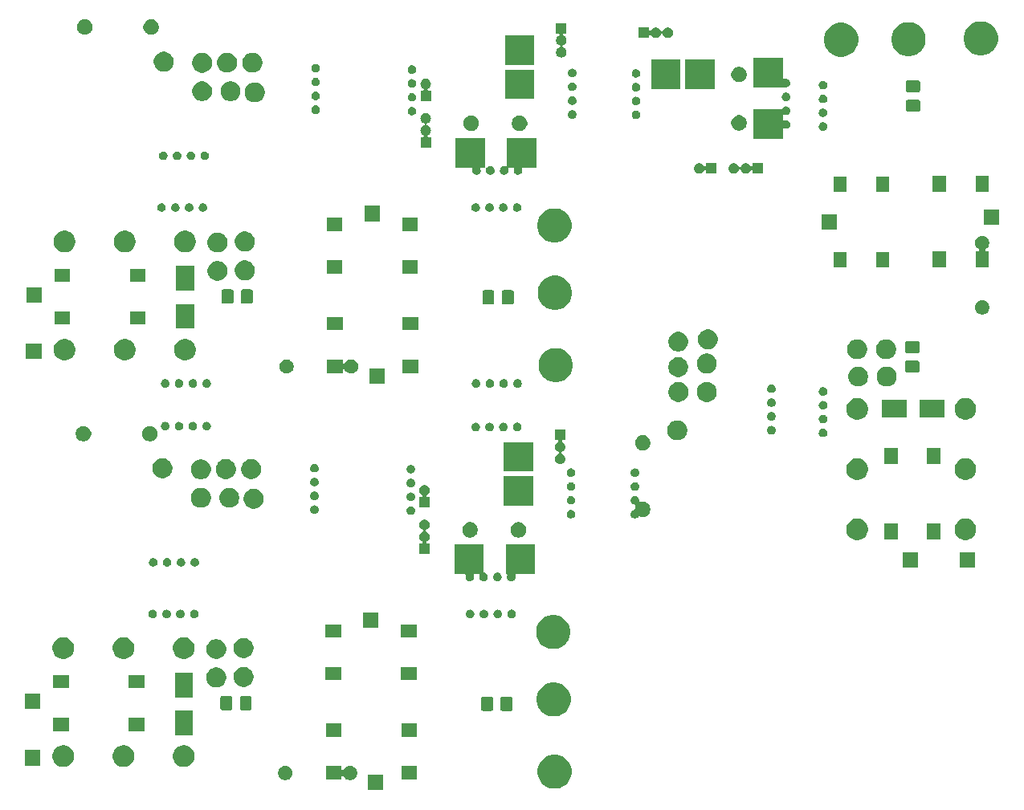
<source format=gbr>
G04 #@! TF.GenerationSoftware,KiCad,Pcbnew,(5.1.4)-1*
G04 #@! TF.CreationDate,2020-04-09T13:39:23+02:00*
G04 #@! TF.ProjectId,output.sky_panel_03_kits,6f757470-7574-42e7-936b-795f70616e65,rev?*
G04 #@! TF.SameCoordinates,Original*
G04 #@! TF.FileFunction,Soldermask,Bot*
G04 #@! TF.FilePolarity,Negative*
%FSLAX46Y46*%
G04 Gerber Fmt 4.6, Leading zero omitted, Abs format (unit mm)*
G04 Created by KiCad (PCBNEW (5.1.4)-1) date 2020-04-09 13:39:23*
%MOMM*%
%LPD*%
G04 APERTURE LIST*
%ADD10C,0.100000*%
G04 APERTURE END LIST*
D10*
G36*
X169203000Y-153838000D02*
G01*
X167577000Y-153838000D01*
X167577000Y-152212000D01*
X169203000Y-152212000D01*
X169203000Y-153838000D01*
X169203000Y-153838000D01*
G37*
G36*
X187755331Y-150143211D02*
G01*
X188083092Y-150278974D01*
X188378070Y-150476072D01*
X188628928Y-150726930D01*
X188826026Y-151021908D01*
X188961789Y-151349669D01*
X189031000Y-151697616D01*
X189031000Y-152052384D01*
X188961789Y-152400331D01*
X188826026Y-152728092D01*
X188628928Y-153023070D01*
X188378070Y-153273928D01*
X188083092Y-153471026D01*
X187755331Y-153606789D01*
X187407384Y-153676000D01*
X187052616Y-153676000D01*
X186704669Y-153606789D01*
X186376908Y-153471026D01*
X186081930Y-153273928D01*
X185831072Y-153023070D01*
X185633974Y-152728092D01*
X185498211Y-152400331D01*
X185429000Y-152052384D01*
X185429000Y-151697616D01*
X185498211Y-151349669D01*
X185633974Y-151021908D01*
X185831072Y-150726930D01*
X186081930Y-150476072D01*
X186376908Y-150278974D01*
X186704669Y-150143211D01*
X187052616Y-150074000D01*
X187407384Y-150074000D01*
X187755331Y-150143211D01*
X187755331Y-150143211D01*
G37*
G36*
X165879059Y-151292860D02*
G01*
X165992257Y-151339748D01*
X166015732Y-151349472D01*
X166138735Y-151431660D01*
X166243340Y-151536265D01*
X166243341Y-151536267D01*
X166325529Y-151659270D01*
X166382140Y-151795941D01*
X166411000Y-151941032D01*
X166411000Y-152088968D01*
X166382140Y-152234059D01*
X166336429Y-152344416D01*
X166325528Y-152370732D01*
X166243340Y-152493735D01*
X166138735Y-152598340D01*
X166015732Y-152680528D01*
X166015731Y-152680529D01*
X166015730Y-152680529D01*
X165879059Y-152737140D01*
X165733968Y-152766000D01*
X165586032Y-152766000D01*
X165440941Y-152737140D01*
X165304270Y-152680529D01*
X165304269Y-152680529D01*
X165304268Y-152680528D01*
X165181265Y-152598340D01*
X165076660Y-152493735D01*
X164999930Y-152378901D01*
X164984387Y-152359961D01*
X164965445Y-152344416D01*
X164943834Y-152332865D01*
X164920385Y-152325752D01*
X164895999Y-152323350D01*
X164871613Y-152325752D01*
X164848164Y-152332865D01*
X164826553Y-152344416D01*
X164807611Y-152359961D01*
X164792066Y-152378903D01*
X164780515Y-152400514D01*
X164773402Y-152423963D01*
X164771000Y-152448349D01*
X164771000Y-152706000D01*
X163119000Y-152706000D01*
X163119000Y-151304000D01*
X164771000Y-151304000D01*
X164771000Y-151581651D01*
X164773402Y-151606037D01*
X164780515Y-151629486D01*
X164792066Y-151651097D01*
X164807611Y-151670039D01*
X164826553Y-151685584D01*
X164848164Y-151697135D01*
X164871613Y-151704248D01*
X164895999Y-151706650D01*
X164920385Y-151704248D01*
X164943834Y-151697135D01*
X164965445Y-151685584D01*
X164984387Y-151670039D01*
X164999932Y-151651097D01*
X165030040Y-151606037D01*
X165076660Y-151536265D01*
X165181265Y-151431660D01*
X165304268Y-151349472D01*
X165327744Y-151339748D01*
X165440941Y-151292860D01*
X165586032Y-151264000D01*
X165733968Y-151264000D01*
X165879059Y-151292860D01*
X165879059Y-151292860D01*
G37*
G36*
X159079059Y-151292860D02*
G01*
X159192257Y-151339748D01*
X159215732Y-151349472D01*
X159338735Y-151431660D01*
X159443340Y-151536265D01*
X159443341Y-151536267D01*
X159525529Y-151659270D01*
X159582140Y-151795941D01*
X159611000Y-151941032D01*
X159611000Y-152088968D01*
X159582140Y-152234059D01*
X159536429Y-152344416D01*
X159525528Y-152370732D01*
X159443340Y-152493735D01*
X159338735Y-152598340D01*
X159215732Y-152680528D01*
X159215731Y-152680529D01*
X159215730Y-152680529D01*
X159079059Y-152737140D01*
X158933968Y-152766000D01*
X158786032Y-152766000D01*
X158640941Y-152737140D01*
X158504270Y-152680529D01*
X158504269Y-152680529D01*
X158504268Y-152680528D01*
X158381265Y-152598340D01*
X158276660Y-152493735D01*
X158194472Y-152370732D01*
X158183572Y-152344416D01*
X158137860Y-152234059D01*
X158109000Y-152088968D01*
X158109000Y-151941032D01*
X158137860Y-151795941D01*
X158194471Y-151659270D01*
X158276659Y-151536267D01*
X158276660Y-151536265D01*
X158381265Y-151431660D01*
X158504268Y-151349472D01*
X158527744Y-151339748D01*
X158640941Y-151292860D01*
X158786032Y-151264000D01*
X158933968Y-151264000D01*
X159079059Y-151292860D01*
X159079059Y-151292860D01*
G37*
G36*
X172721000Y-152706000D02*
G01*
X171069000Y-152706000D01*
X171069000Y-151304000D01*
X172721000Y-151304000D01*
X172721000Y-152706000D01*
X172721000Y-152706000D01*
G37*
G36*
X142132088Y-149150251D02*
G01*
X142339280Y-149236073D01*
X142339282Y-149236074D01*
X142525752Y-149360669D01*
X142684331Y-149519248D01*
X142808926Y-149705718D01*
X142808927Y-149705720D01*
X142894749Y-149912912D01*
X142938500Y-150132866D01*
X142938500Y-150357134D01*
X142894749Y-150577088D01*
X142832682Y-150726930D01*
X142808926Y-150784282D01*
X142684331Y-150970752D01*
X142525752Y-151129331D01*
X142339282Y-151253926D01*
X142339281Y-151253927D01*
X142339280Y-151253927D01*
X142132088Y-151339749D01*
X141912134Y-151383500D01*
X141687866Y-151383500D01*
X141467912Y-151339749D01*
X141260720Y-151253927D01*
X141260719Y-151253927D01*
X141260718Y-151253926D01*
X141074248Y-151129331D01*
X140915669Y-150970752D01*
X140791074Y-150784282D01*
X140767318Y-150726930D01*
X140705251Y-150577088D01*
X140661500Y-150357134D01*
X140661500Y-150132866D01*
X140705251Y-149912912D01*
X140791073Y-149705720D01*
X140791074Y-149705718D01*
X140915669Y-149519248D01*
X141074248Y-149360669D01*
X141260718Y-149236074D01*
X141260720Y-149236073D01*
X141467912Y-149150251D01*
X141687866Y-149106500D01*
X141912134Y-149106500D01*
X142132088Y-149150251D01*
X142132088Y-149150251D01*
G37*
G36*
X148482088Y-149150251D02*
G01*
X148689280Y-149236073D01*
X148689282Y-149236074D01*
X148875752Y-149360669D01*
X149034331Y-149519248D01*
X149158926Y-149705718D01*
X149158927Y-149705720D01*
X149244749Y-149912912D01*
X149288500Y-150132866D01*
X149288500Y-150357134D01*
X149244749Y-150577088D01*
X149182682Y-150726930D01*
X149158926Y-150784282D01*
X149034331Y-150970752D01*
X148875752Y-151129331D01*
X148689282Y-151253926D01*
X148689281Y-151253927D01*
X148689280Y-151253927D01*
X148482088Y-151339749D01*
X148262134Y-151383500D01*
X148037866Y-151383500D01*
X147817912Y-151339749D01*
X147610720Y-151253927D01*
X147610719Y-151253927D01*
X147610718Y-151253926D01*
X147424248Y-151129331D01*
X147265669Y-150970752D01*
X147141074Y-150784282D01*
X147117318Y-150726930D01*
X147055251Y-150577088D01*
X147011500Y-150357134D01*
X147011500Y-150132866D01*
X147055251Y-149912912D01*
X147141073Y-149705720D01*
X147141074Y-149705718D01*
X147265669Y-149519248D01*
X147424248Y-149360669D01*
X147610718Y-149236074D01*
X147610720Y-149236073D01*
X147817912Y-149150251D01*
X148037866Y-149106500D01*
X148262134Y-149106500D01*
X148482088Y-149150251D01*
X148482088Y-149150251D01*
G37*
G36*
X135782088Y-149150251D02*
G01*
X135989280Y-149236073D01*
X135989282Y-149236074D01*
X136175752Y-149360669D01*
X136334331Y-149519248D01*
X136458926Y-149705718D01*
X136458927Y-149705720D01*
X136544749Y-149912912D01*
X136588500Y-150132866D01*
X136588500Y-150357134D01*
X136544749Y-150577088D01*
X136482682Y-150726930D01*
X136458926Y-150784282D01*
X136334331Y-150970752D01*
X136175752Y-151129331D01*
X135989282Y-151253926D01*
X135989281Y-151253927D01*
X135989280Y-151253927D01*
X135782088Y-151339749D01*
X135562134Y-151383500D01*
X135337866Y-151383500D01*
X135117912Y-151339749D01*
X134910720Y-151253927D01*
X134910719Y-151253927D01*
X134910718Y-151253926D01*
X134724248Y-151129331D01*
X134565669Y-150970752D01*
X134441074Y-150784282D01*
X134417318Y-150726930D01*
X134355251Y-150577088D01*
X134311500Y-150357134D01*
X134311500Y-150132866D01*
X134355251Y-149912912D01*
X134441073Y-149705720D01*
X134441074Y-149705718D01*
X134565669Y-149519248D01*
X134724248Y-149360669D01*
X134910718Y-149236074D01*
X134910720Y-149236073D01*
X135117912Y-149150251D01*
X135337866Y-149106500D01*
X135562134Y-149106500D01*
X135782088Y-149150251D01*
X135782088Y-149150251D01*
G37*
G36*
X133023000Y-151238000D02*
G01*
X131397000Y-151238000D01*
X131397000Y-149612000D01*
X133023000Y-149612000D01*
X133023000Y-151238000D01*
X133023000Y-151238000D01*
G37*
G36*
X172721000Y-148206000D02*
G01*
X171069000Y-148206000D01*
X171069000Y-146804000D01*
X172721000Y-146804000D01*
X172721000Y-148206000D01*
X172721000Y-148206000D01*
G37*
G36*
X164771000Y-148206000D02*
G01*
X163119000Y-148206000D01*
X163119000Y-146804000D01*
X164771000Y-146804000D01*
X164771000Y-148206000D01*
X164771000Y-148206000D01*
G37*
G36*
X149131000Y-148036000D02*
G01*
X147229000Y-148036000D01*
X147229000Y-145434000D01*
X149131000Y-145434000D01*
X149131000Y-148036000D01*
X149131000Y-148036000D01*
G37*
G36*
X136051000Y-147596000D02*
G01*
X134399000Y-147596000D01*
X134399000Y-146194000D01*
X136051000Y-146194000D01*
X136051000Y-147596000D01*
X136051000Y-147596000D01*
G37*
G36*
X144001000Y-147596000D02*
G01*
X142349000Y-147596000D01*
X142349000Y-146194000D01*
X144001000Y-146194000D01*
X144001000Y-147596000D01*
X144001000Y-147596000D01*
G37*
G36*
X187665331Y-142513211D02*
G01*
X187993092Y-142648974D01*
X188288070Y-142846072D01*
X188538928Y-143096930D01*
X188736026Y-143391908D01*
X188871789Y-143719669D01*
X188941000Y-144067616D01*
X188941000Y-144422384D01*
X188871789Y-144770331D01*
X188736026Y-145098092D01*
X188538928Y-145393070D01*
X188288070Y-145643928D01*
X187993092Y-145841026D01*
X187665331Y-145976789D01*
X187317384Y-146046000D01*
X186962616Y-146046000D01*
X186614669Y-145976789D01*
X186286908Y-145841026D01*
X185991930Y-145643928D01*
X185741072Y-145393070D01*
X185543974Y-145098092D01*
X185408211Y-144770331D01*
X185339000Y-144422384D01*
X185339000Y-144067616D01*
X185408211Y-143719669D01*
X185543974Y-143391908D01*
X185741072Y-143096930D01*
X185991930Y-142846072D01*
X186286908Y-142648974D01*
X186614669Y-142513211D01*
X186962616Y-142444000D01*
X187317384Y-142444000D01*
X187665331Y-142513211D01*
X187665331Y-142513211D01*
G37*
G36*
X180588674Y-143978465D02*
G01*
X180626367Y-143989899D01*
X180661103Y-144008466D01*
X180691548Y-144033452D01*
X180716534Y-144063897D01*
X180735101Y-144098633D01*
X180746535Y-144136326D01*
X180751000Y-144181661D01*
X180751000Y-145268339D01*
X180746535Y-145313674D01*
X180735101Y-145351367D01*
X180716534Y-145386103D01*
X180691548Y-145416548D01*
X180661103Y-145441534D01*
X180626367Y-145460101D01*
X180588674Y-145471535D01*
X180543339Y-145476000D01*
X179706661Y-145476000D01*
X179661326Y-145471535D01*
X179623633Y-145460101D01*
X179588897Y-145441534D01*
X179558452Y-145416548D01*
X179533466Y-145386103D01*
X179514899Y-145351367D01*
X179503465Y-145313674D01*
X179499000Y-145268339D01*
X179499000Y-144181661D01*
X179503465Y-144136326D01*
X179514899Y-144098633D01*
X179533466Y-144063897D01*
X179558452Y-144033452D01*
X179588897Y-144008466D01*
X179623633Y-143989899D01*
X179661326Y-143978465D01*
X179706661Y-143974000D01*
X180543339Y-143974000D01*
X180588674Y-143978465D01*
X180588674Y-143978465D01*
G37*
G36*
X182638674Y-143978465D02*
G01*
X182676367Y-143989899D01*
X182711103Y-144008466D01*
X182741548Y-144033452D01*
X182766534Y-144063897D01*
X182785101Y-144098633D01*
X182796535Y-144136326D01*
X182801000Y-144181661D01*
X182801000Y-145268339D01*
X182796535Y-145313674D01*
X182785101Y-145351367D01*
X182766534Y-145386103D01*
X182741548Y-145416548D01*
X182711103Y-145441534D01*
X182676367Y-145460101D01*
X182638674Y-145471535D01*
X182593339Y-145476000D01*
X181756661Y-145476000D01*
X181711326Y-145471535D01*
X181673633Y-145460101D01*
X181638897Y-145441534D01*
X181608452Y-145416548D01*
X181583466Y-145386103D01*
X181564899Y-145351367D01*
X181553465Y-145313674D01*
X181549000Y-145268339D01*
X181549000Y-144181661D01*
X181553465Y-144136326D01*
X181564899Y-144098633D01*
X181583466Y-144063897D01*
X181608452Y-144033452D01*
X181638897Y-144008466D01*
X181673633Y-143989899D01*
X181711326Y-143978465D01*
X181756661Y-143974000D01*
X182593339Y-143974000D01*
X182638674Y-143978465D01*
X182638674Y-143978465D01*
G37*
G36*
X153090674Y-143896465D02*
G01*
X153128367Y-143907899D01*
X153163103Y-143926466D01*
X153193548Y-143951452D01*
X153218534Y-143981897D01*
X153237101Y-144016633D01*
X153248535Y-144054326D01*
X153253000Y-144099661D01*
X153253000Y-145186339D01*
X153248535Y-145231674D01*
X153237101Y-145269367D01*
X153218534Y-145304103D01*
X153193548Y-145334548D01*
X153163103Y-145359534D01*
X153128367Y-145378101D01*
X153090674Y-145389535D01*
X153045339Y-145394000D01*
X152208661Y-145394000D01*
X152163326Y-145389535D01*
X152125633Y-145378101D01*
X152090897Y-145359534D01*
X152060452Y-145334548D01*
X152035466Y-145304103D01*
X152016899Y-145269367D01*
X152005465Y-145231674D01*
X152001000Y-145186339D01*
X152001000Y-144099661D01*
X152005465Y-144054326D01*
X152016899Y-144016633D01*
X152035466Y-143981897D01*
X152060452Y-143951452D01*
X152090897Y-143926466D01*
X152125633Y-143907899D01*
X152163326Y-143896465D01*
X152208661Y-143892000D01*
X153045339Y-143892000D01*
X153090674Y-143896465D01*
X153090674Y-143896465D01*
G37*
G36*
X155140674Y-143896465D02*
G01*
X155178367Y-143907899D01*
X155213103Y-143926466D01*
X155243548Y-143951452D01*
X155268534Y-143981897D01*
X155287101Y-144016633D01*
X155298535Y-144054326D01*
X155303000Y-144099661D01*
X155303000Y-145186339D01*
X155298535Y-145231674D01*
X155287101Y-145269367D01*
X155268534Y-145304103D01*
X155243548Y-145334548D01*
X155213103Y-145359534D01*
X155178367Y-145378101D01*
X155140674Y-145389535D01*
X155095339Y-145394000D01*
X154258661Y-145394000D01*
X154213326Y-145389535D01*
X154175633Y-145378101D01*
X154140897Y-145359534D01*
X154110452Y-145334548D01*
X154085466Y-145304103D01*
X154066899Y-145269367D01*
X154055465Y-145231674D01*
X154051000Y-145186339D01*
X154051000Y-144099661D01*
X154055465Y-144054326D01*
X154066899Y-144016633D01*
X154085466Y-143981897D01*
X154110452Y-143951452D01*
X154140897Y-143926466D01*
X154175633Y-143907899D01*
X154213326Y-143896465D01*
X154258661Y-143892000D01*
X155095339Y-143892000D01*
X155140674Y-143896465D01*
X155140674Y-143896465D01*
G37*
G36*
X133033000Y-145288000D02*
G01*
X131407000Y-145288000D01*
X131407000Y-143662000D01*
X133033000Y-143662000D01*
X133033000Y-145288000D01*
X133033000Y-145288000D01*
G37*
G36*
X149131000Y-144036000D02*
G01*
X147229000Y-144036000D01*
X147229000Y-141434000D01*
X149131000Y-141434000D01*
X149131000Y-144036000D01*
X149131000Y-144036000D01*
G37*
G36*
X144001000Y-143096000D02*
G01*
X142349000Y-143096000D01*
X142349000Y-141694000D01*
X144001000Y-141694000D01*
X144001000Y-143096000D01*
X144001000Y-143096000D01*
G37*
G36*
X136051000Y-143096000D02*
G01*
X134399000Y-143096000D01*
X134399000Y-141694000D01*
X136051000Y-141694000D01*
X136051000Y-143096000D01*
X136051000Y-143096000D01*
G37*
G36*
X151874564Y-140932389D02*
G01*
X152065833Y-141011615D01*
X152065835Y-141011616D01*
X152237973Y-141126635D01*
X152384365Y-141273027D01*
X152491924Y-141434000D01*
X152499385Y-141445167D01*
X152578611Y-141636436D01*
X152619000Y-141839484D01*
X152619000Y-142046516D01*
X152578611Y-142249564D01*
X152523409Y-142382833D01*
X152499384Y-142440835D01*
X152384365Y-142612973D01*
X152237973Y-142759365D01*
X152065835Y-142874384D01*
X152065834Y-142874385D01*
X152065833Y-142874385D01*
X151874564Y-142953611D01*
X151671516Y-142994000D01*
X151464484Y-142994000D01*
X151261436Y-142953611D01*
X151070167Y-142874385D01*
X151070166Y-142874385D01*
X151070165Y-142874384D01*
X150898027Y-142759365D01*
X150751635Y-142612973D01*
X150636616Y-142440835D01*
X150612591Y-142382833D01*
X150557389Y-142249564D01*
X150517000Y-142046516D01*
X150517000Y-141839484D01*
X150557389Y-141636436D01*
X150636615Y-141445167D01*
X150644077Y-141434000D01*
X150751635Y-141273027D01*
X150898027Y-141126635D01*
X151070165Y-141011616D01*
X151070167Y-141011615D01*
X151261436Y-140932389D01*
X151464484Y-140892000D01*
X151671516Y-140892000D01*
X151874564Y-140932389D01*
X151874564Y-140932389D01*
G37*
G36*
X154756564Y-140874389D02*
G01*
X154947833Y-140953615D01*
X154947835Y-140953616D01*
X155034638Y-141011616D01*
X155119973Y-141068635D01*
X155266365Y-141215027D01*
X155381385Y-141387167D01*
X155460611Y-141578436D01*
X155501000Y-141781484D01*
X155501000Y-141988516D01*
X155460611Y-142191564D01*
X155436586Y-142249565D01*
X155381384Y-142382835D01*
X155266365Y-142554973D01*
X155119973Y-142701365D01*
X154947835Y-142816384D01*
X154947834Y-142816385D01*
X154947833Y-142816385D01*
X154756564Y-142895611D01*
X154553516Y-142936000D01*
X154346484Y-142936000D01*
X154143436Y-142895611D01*
X153952167Y-142816385D01*
X153952166Y-142816385D01*
X153952165Y-142816384D01*
X153780027Y-142701365D01*
X153633635Y-142554973D01*
X153518616Y-142382835D01*
X153463414Y-142249565D01*
X153439389Y-142191564D01*
X153399000Y-141988516D01*
X153399000Y-141781484D01*
X153439389Y-141578436D01*
X153518615Y-141387167D01*
X153633635Y-141215027D01*
X153780027Y-141068635D01*
X153865362Y-141011616D01*
X153952165Y-140953616D01*
X153952167Y-140953615D01*
X154143436Y-140874389D01*
X154346484Y-140834000D01*
X154553516Y-140834000D01*
X154756564Y-140874389D01*
X154756564Y-140874389D01*
G37*
G36*
X172681000Y-142236000D02*
G01*
X171029000Y-142236000D01*
X171029000Y-140834000D01*
X172681000Y-140834000D01*
X172681000Y-142236000D01*
X172681000Y-142236000D01*
G37*
G36*
X164731000Y-142236000D02*
G01*
X163079000Y-142236000D01*
X163079000Y-140834000D01*
X164731000Y-140834000D01*
X164731000Y-142236000D01*
X164731000Y-142236000D01*
G37*
G36*
X151874564Y-137932389D02*
G01*
X152065833Y-138011615D01*
X152065835Y-138011616D01*
X152226918Y-138119248D01*
X152237973Y-138126635D01*
X152384365Y-138273027D01*
X152499385Y-138445167D01*
X152578611Y-138636436D01*
X152619000Y-138839484D01*
X152619000Y-139046516D01*
X152578611Y-139249564D01*
X152544120Y-139332833D01*
X152499384Y-139440835D01*
X152384365Y-139612973D01*
X152237973Y-139759365D01*
X152065835Y-139874384D01*
X152065834Y-139874385D01*
X152065833Y-139874385D01*
X151874564Y-139953611D01*
X151671516Y-139994000D01*
X151464484Y-139994000D01*
X151261436Y-139953611D01*
X151070167Y-139874385D01*
X151070166Y-139874385D01*
X151070165Y-139874384D01*
X150898027Y-139759365D01*
X150751635Y-139612973D01*
X150636616Y-139440835D01*
X150591880Y-139332833D01*
X150557389Y-139249564D01*
X150517000Y-139046516D01*
X150517000Y-138839484D01*
X150557389Y-138636436D01*
X150636615Y-138445167D01*
X150751635Y-138273027D01*
X150898027Y-138126635D01*
X150909082Y-138119248D01*
X151070165Y-138011616D01*
X151070167Y-138011615D01*
X151261436Y-137932389D01*
X151464484Y-137892000D01*
X151671516Y-137892000D01*
X151874564Y-137932389D01*
X151874564Y-137932389D01*
G37*
G36*
X148482088Y-137750251D02*
G01*
X148689280Y-137836073D01*
X148689282Y-137836074D01*
X148875752Y-137960669D01*
X149034331Y-138119248D01*
X149150475Y-138293070D01*
X149158927Y-138305720D01*
X149244749Y-138512912D01*
X149288500Y-138732866D01*
X149288500Y-138957134D01*
X149244749Y-139177088D01*
X149180237Y-139332833D01*
X149158926Y-139384282D01*
X149034331Y-139570752D01*
X148875752Y-139729331D01*
X148689282Y-139853926D01*
X148689281Y-139853927D01*
X148689280Y-139853927D01*
X148482088Y-139939749D01*
X148262134Y-139983500D01*
X148037866Y-139983500D01*
X147817912Y-139939749D01*
X147610720Y-139853927D01*
X147610719Y-139853927D01*
X147610718Y-139853926D01*
X147424248Y-139729331D01*
X147265669Y-139570752D01*
X147141074Y-139384282D01*
X147119763Y-139332833D01*
X147055251Y-139177088D01*
X147011500Y-138957134D01*
X147011500Y-138732866D01*
X147055251Y-138512912D01*
X147141073Y-138305720D01*
X147149525Y-138293070D01*
X147265669Y-138119248D01*
X147424248Y-137960669D01*
X147610718Y-137836074D01*
X147610720Y-137836073D01*
X147817912Y-137750251D01*
X148037866Y-137706500D01*
X148262134Y-137706500D01*
X148482088Y-137750251D01*
X148482088Y-137750251D01*
G37*
G36*
X142132088Y-137750251D02*
G01*
X142339280Y-137836073D01*
X142339282Y-137836074D01*
X142525752Y-137960669D01*
X142684331Y-138119248D01*
X142800475Y-138293070D01*
X142808927Y-138305720D01*
X142894749Y-138512912D01*
X142938500Y-138732866D01*
X142938500Y-138957134D01*
X142894749Y-139177088D01*
X142830237Y-139332833D01*
X142808926Y-139384282D01*
X142684331Y-139570752D01*
X142525752Y-139729331D01*
X142339282Y-139853926D01*
X142339281Y-139853927D01*
X142339280Y-139853927D01*
X142132088Y-139939749D01*
X141912134Y-139983500D01*
X141687866Y-139983500D01*
X141467912Y-139939749D01*
X141260720Y-139853927D01*
X141260719Y-139853927D01*
X141260718Y-139853926D01*
X141074248Y-139729331D01*
X140915669Y-139570752D01*
X140791074Y-139384282D01*
X140769763Y-139332833D01*
X140705251Y-139177088D01*
X140661500Y-138957134D01*
X140661500Y-138732866D01*
X140705251Y-138512912D01*
X140791073Y-138305720D01*
X140799525Y-138293070D01*
X140915669Y-138119248D01*
X141074248Y-137960669D01*
X141260718Y-137836074D01*
X141260720Y-137836073D01*
X141467912Y-137750251D01*
X141687866Y-137706500D01*
X141912134Y-137706500D01*
X142132088Y-137750251D01*
X142132088Y-137750251D01*
G37*
G36*
X135782088Y-137750251D02*
G01*
X135989280Y-137836073D01*
X135989282Y-137836074D01*
X136175752Y-137960669D01*
X136334331Y-138119248D01*
X136450475Y-138293070D01*
X136458927Y-138305720D01*
X136544749Y-138512912D01*
X136588500Y-138732866D01*
X136588500Y-138957134D01*
X136544749Y-139177088D01*
X136480237Y-139332833D01*
X136458926Y-139384282D01*
X136334331Y-139570752D01*
X136175752Y-139729331D01*
X135989282Y-139853926D01*
X135989281Y-139853927D01*
X135989280Y-139853927D01*
X135782088Y-139939749D01*
X135562134Y-139983500D01*
X135337866Y-139983500D01*
X135117912Y-139939749D01*
X134910720Y-139853927D01*
X134910719Y-139853927D01*
X134910718Y-139853926D01*
X134724248Y-139729331D01*
X134565669Y-139570752D01*
X134441074Y-139384282D01*
X134419763Y-139332833D01*
X134355251Y-139177088D01*
X134311500Y-138957134D01*
X134311500Y-138732866D01*
X134355251Y-138512912D01*
X134441073Y-138305720D01*
X134449525Y-138293070D01*
X134565669Y-138119248D01*
X134724248Y-137960669D01*
X134910718Y-137836074D01*
X134910720Y-137836073D01*
X135117912Y-137750251D01*
X135337866Y-137706500D01*
X135562134Y-137706500D01*
X135782088Y-137750251D01*
X135782088Y-137750251D01*
G37*
G36*
X154756564Y-137824389D02*
G01*
X154947833Y-137903615D01*
X154947835Y-137903616D01*
X155119973Y-138018635D01*
X155266365Y-138165027D01*
X155360372Y-138305718D01*
X155381385Y-138337167D01*
X155460611Y-138528436D01*
X155501000Y-138731484D01*
X155501000Y-138938516D01*
X155460611Y-139141564D01*
X155381385Y-139332833D01*
X155381384Y-139332835D01*
X155266365Y-139504973D01*
X155119973Y-139651365D01*
X154947835Y-139766384D01*
X154947834Y-139766385D01*
X154947833Y-139766385D01*
X154756564Y-139845611D01*
X154553516Y-139886000D01*
X154346484Y-139886000D01*
X154143436Y-139845611D01*
X153952167Y-139766385D01*
X153952166Y-139766385D01*
X153952165Y-139766384D01*
X153780027Y-139651365D01*
X153633635Y-139504973D01*
X153518616Y-139332835D01*
X153518615Y-139332833D01*
X153439389Y-139141564D01*
X153399000Y-138938516D01*
X153399000Y-138731484D01*
X153439389Y-138528436D01*
X153518615Y-138337167D01*
X153539629Y-138305718D01*
X153633635Y-138165027D01*
X153780027Y-138018635D01*
X153952165Y-137903616D01*
X153952167Y-137903615D01*
X154143436Y-137824389D01*
X154346484Y-137784000D01*
X154553516Y-137784000D01*
X154756564Y-137824389D01*
X154756564Y-137824389D01*
G37*
G36*
X187625331Y-135413211D02*
G01*
X187953092Y-135548974D01*
X188248070Y-135746072D01*
X188498928Y-135996930D01*
X188696026Y-136291908D01*
X188831789Y-136619669D01*
X188901000Y-136967616D01*
X188901000Y-137322384D01*
X188831789Y-137670331D01*
X188696026Y-137998092D01*
X188498928Y-138293070D01*
X188248070Y-138543928D01*
X187953092Y-138741026D01*
X187625331Y-138876789D01*
X187277384Y-138946000D01*
X186922616Y-138946000D01*
X186574669Y-138876789D01*
X186246908Y-138741026D01*
X185951930Y-138543928D01*
X185701072Y-138293070D01*
X185503974Y-137998092D01*
X185368211Y-137670331D01*
X185299000Y-137322384D01*
X185299000Y-136967616D01*
X185368211Y-136619669D01*
X185503974Y-136291908D01*
X185701072Y-135996930D01*
X185951930Y-135746072D01*
X186246908Y-135548974D01*
X186574669Y-135413211D01*
X186922616Y-135344000D01*
X187277384Y-135344000D01*
X187625331Y-135413211D01*
X187625331Y-135413211D01*
G37*
G36*
X164731000Y-137736000D02*
G01*
X163079000Y-137736000D01*
X163079000Y-136334000D01*
X164731000Y-136334000D01*
X164731000Y-137736000D01*
X164731000Y-137736000D01*
G37*
G36*
X172681000Y-137736000D02*
G01*
X171029000Y-137736000D01*
X171029000Y-136334000D01*
X172681000Y-136334000D01*
X172681000Y-137736000D01*
X172681000Y-137736000D01*
G37*
G36*
X168683000Y-136708000D02*
G01*
X167057000Y-136708000D01*
X167057000Y-135082000D01*
X168683000Y-135082000D01*
X168683000Y-136708000D01*
X168683000Y-136708000D01*
G37*
G36*
X145007009Y-134807331D02*
G01*
X145089084Y-134841328D01*
X145089086Y-134841329D01*
X145126270Y-134866175D01*
X145162952Y-134890685D01*
X145225772Y-134953505D01*
X145275129Y-135027373D01*
X145309126Y-135109448D01*
X145326457Y-135196579D01*
X145326457Y-135285421D01*
X145309126Y-135372552D01*
X145275129Y-135454627D01*
X145275128Y-135454629D01*
X145225771Y-135528496D01*
X145162953Y-135591314D01*
X145089086Y-135640671D01*
X145089085Y-135640672D01*
X145089084Y-135640672D01*
X145007009Y-135674669D01*
X144919878Y-135692000D01*
X144831036Y-135692000D01*
X144743905Y-135674669D01*
X144661830Y-135640672D01*
X144661829Y-135640672D01*
X144661828Y-135640671D01*
X144587961Y-135591314D01*
X144525143Y-135528496D01*
X144475786Y-135454629D01*
X144475785Y-135454627D01*
X144441788Y-135372552D01*
X144424457Y-135285421D01*
X144424457Y-135196579D01*
X144441788Y-135109448D01*
X144475785Y-135027373D01*
X144525142Y-134953505D01*
X144587962Y-134890685D01*
X144624644Y-134866175D01*
X144661828Y-134841329D01*
X144661830Y-134841328D01*
X144743905Y-134807331D01*
X144831036Y-134790000D01*
X144919878Y-134790000D01*
X145007009Y-134807331D01*
X145007009Y-134807331D01*
G37*
G36*
X181379921Y-134807331D02*
G01*
X181461996Y-134841328D01*
X181461998Y-134841329D01*
X181499182Y-134866175D01*
X181535864Y-134890685D01*
X181598684Y-134953505D01*
X181648041Y-135027373D01*
X181682038Y-135109448D01*
X181699369Y-135196579D01*
X181699369Y-135285421D01*
X181682038Y-135372552D01*
X181648041Y-135454627D01*
X181648040Y-135454629D01*
X181598683Y-135528496D01*
X181535865Y-135591314D01*
X181461998Y-135640671D01*
X181461997Y-135640672D01*
X181461996Y-135640672D01*
X181379921Y-135674669D01*
X181292790Y-135692000D01*
X181203948Y-135692000D01*
X181116817Y-135674669D01*
X181034742Y-135640672D01*
X181034741Y-135640672D01*
X181034740Y-135640671D01*
X180960873Y-135591314D01*
X180898055Y-135528496D01*
X180848698Y-135454629D01*
X180848697Y-135454627D01*
X180814700Y-135372552D01*
X180797369Y-135285421D01*
X180797369Y-135196579D01*
X180814700Y-135109448D01*
X180848697Y-135027373D01*
X180898054Y-134953505D01*
X180960874Y-134890685D01*
X180997556Y-134866175D01*
X181034740Y-134841329D01*
X181034742Y-134841328D01*
X181116817Y-134807331D01*
X181203948Y-134790000D01*
X181292790Y-134790000D01*
X181379921Y-134807331D01*
X181379921Y-134807331D01*
G37*
G36*
X146465511Y-134807331D02*
G01*
X146547586Y-134841328D01*
X146547588Y-134841329D01*
X146584772Y-134866175D01*
X146621454Y-134890685D01*
X146684274Y-134953505D01*
X146733631Y-135027373D01*
X146767628Y-135109448D01*
X146784959Y-135196579D01*
X146784959Y-135285421D01*
X146767628Y-135372552D01*
X146733631Y-135454627D01*
X146733630Y-135454629D01*
X146684273Y-135528496D01*
X146621455Y-135591314D01*
X146547588Y-135640671D01*
X146547587Y-135640672D01*
X146547586Y-135640672D01*
X146465511Y-135674669D01*
X146378380Y-135692000D01*
X146289538Y-135692000D01*
X146202407Y-135674669D01*
X146120332Y-135640672D01*
X146120331Y-135640672D01*
X146120330Y-135640671D01*
X146046463Y-135591314D01*
X145983645Y-135528496D01*
X145934288Y-135454629D01*
X145934287Y-135454627D01*
X145900290Y-135372552D01*
X145882959Y-135285421D01*
X145882959Y-135196579D01*
X145900290Y-135109448D01*
X145934287Y-135027373D01*
X145983644Y-134953505D01*
X146046464Y-134890685D01*
X146083146Y-134866175D01*
X146120330Y-134841329D01*
X146120332Y-134841328D01*
X146202407Y-134807331D01*
X146289538Y-134790000D01*
X146378380Y-134790000D01*
X146465511Y-134807331D01*
X146465511Y-134807331D01*
G37*
G36*
X147924013Y-134807331D02*
G01*
X148006088Y-134841328D01*
X148006090Y-134841329D01*
X148043274Y-134866175D01*
X148079956Y-134890685D01*
X148142776Y-134953505D01*
X148192133Y-135027373D01*
X148226130Y-135109448D01*
X148243461Y-135196579D01*
X148243461Y-135285421D01*
X148226130Y-135372552D01*
X148192133Y-135454627D01*
X148192132Y-135454629D01*
X148142775Y-135528496D01*
X148079957Y-135591314D01*
X148006090Y-135640671D01*
X148006089Y-135640672D01*
X148006088Y-135640672D01*
X147924013Y-135674669D01*
X147836882Y-135692000D01*
X147748040Y-135692000D01*
X147660909Y-135674669D01*
X147578834Y-135640672D01*
X147578833Y-135640672D01*
X147578832Y-135640671D01*
X147504965Y-135591314D01*
X147442147Y-135528496D01*
X147392790Y-135454629D01*
X147392789Y-135454627D01*
X147358792Y-135372552D01*
X147341461Y-135285421D01*
X147341461Y-135196579D01*
X147358792Y-135109448D01*
X147392789Y-135027373D01*
X147442146Y-134953505D01*
X147504966Y-134890685D01*
X147541648Y-134866175D01*
X147578832Y-134841329D01*
X147578834Y-134841328D01*
X147660909Y-134807331D01*
X147748040Y-134790000D01*
X147836882Y-134790000D01*
X147924013Y-134807331D01*
X147924013Y-134807331D01*
G37*
G36*
X149382515Y-134807331D02*
G01*
X149464590Y-134841328D01*
X149464592Y-134841329D01*
X149501776Y-134866175D01*
X149538458Y-134890685D01*
X149601278Y-134953505D01*
X149650635Y-135027373D01*
X149684632Y-135109448D01*
X149701963Y-135196579D01*
X149701963Y-135285421D01*
X149684632Y-135372552D01*
X149650635Y-135454627D01*
X149650634Y-135454629D01*
X149601277Y-135528496D01*
X149538459Y-135591314D01*
X149464592Y-135640671D01*
X149464591Y-135640672D01*
X149464590Y-135640672D01*
X149382515Y-135674669D01*
X149295384Y-135692000D01*
X149206542Y-135692000D01*
X149119411Y-135674669D01*
X149037336Y-135640672D01*
X149037335Y-135640672D01*
X149037334Y-135640671D01*
X148963467Y-135591314D01*
X148900649Y-135528496D01*
X148851292Y-135454629D01*
X148851291Y-135454627D01*
X148817294Y-135372552D01*
X148799963Y-135285421D01*
X148799963Y-135196579D01*
X148817294Y-135109448D01*
X148851291Y-135027373D01*
X148900648Y-134953505D01*
X148963468Y-134890685D01*
X149000150Y-134866175D01*
X149037334Y-134841329D01*
X149037336Y-134841328D01*
X149119411Y-134807331D01*
X149206542Y-134790000D01*
X149295384Y-134790000D01*
X149382515Y-134807331D01*
X149382515Y-134807331D01*
G37*
G36*
X178462943Y-134807331D02*
G01*
X178545018Y-134841328D01*
X178545020Y-134841329D01*
X178582204Y-134866175D01*
X178618886Y-134890685D01*
X178681706Y-134953505D01*
X178731063Y-135027373D01*
X178765060Y-135109448D01*
X178782391Y-135196579D01*
X178782391Y-135285421D01*
X178765060Y-135372552D01*
X178731063Y-135454627D01*
X178731062Y-135454629D01*
X178681705Y-135528496D01*
X178618887Y-135591314D01*
X178545020Y-135640671D01*
X178545019Y-135640672D01*
X178545018Y-135640672D01*
X178462943Y-135674669D01*
X178375812Y-135692000D01*
X178286970Y-135692000D01*
X178199839Y-135674669D01*
X178117764Y-135640672D01*
X178117763Y-135640672D01*
X178117762Y-135640671D01*
X178043895Y-135591314D01*
X177981077Y-135528496D01*
X177931720Y-135454629D01*
X177931719Y-135454627D01*
X177897722Y-135372552D01*
X177880391Y-135285421D01*
X177880391Y-135196579D01*
X177897722Y-135109448D01*
X177931719Y-135027373D01*
X177981076Y-134953505D01*
X178043896Y-134890685D01*
X178080578Y-134866175D01*
X178117762Y-134841329D01*
X178117764Y-134841328D01*
X178199839Y-134807331D01*
X178286970Y-134790000D01*
X178375812Y-134790000D01*
X178462943Y-134807331D01*
X178462943Y-134807331D01*
G37*
G36*
X179921432Y-134807331D02*
G01*
X180003507Y-134841328D01*
X180003509Y-134841329D01*
X180040693Y-134866175D01*
X180077375Y-134890685D01*
X180140195Y-134953505D01*
X180189552Y-135027373D01*
X180223549Y-135109448D01*
X180240880Y-135196579D01*
X180240880Y-135285421D01*
X180223549Y-135372552D01*
X180189552Y-135454627D01*
X180189551Y-135454629D01*
X180140194Y-135528496D01*
X180077376Y-135591314D01*
X180003509Y-135640671D01*
X180003508Y-135640672D01*
X180003507Y-135640672D01*
X179921432Y-135674669D01*
X179834301Y-135692000D01*
X179745459Y-135692000D01*
X179658328Y-135674669D01*
X179576253Y-135640672D01*
X179576252Y-135640672D01*
X179576251Y-135640671D01*
X179502384Y-135591314D01*
X179439566Y-135528496D01*
X179390209Y-135454629D01*
X179390208Y-135454627D01*
X179356211Y-135372552D01*
X179338880Y-135285421D01*
X179338880Y-135196579D01*
X179356211Y-135109448D01*
X179390208Y-135027373D01*
X179439565Y-134953505D01*
X179502385Y-134890685D01*
X179539067Y-134866175D01*
X179576251Y-134841329D01*
X179576253Y-134841328D01*
X179658328Y-134807331D01*
X179745459Y-134790000D01*
X179834301Y-134790000D01*
X179921432Y-134807331D01*
X179921432Y-134807331D01*
G37*
G36*
X182838410Y-134807331D02*
G01*
X182920485Y-134841328D01*
X182920487Y-134841329D01*
X182957671Y-134866175D01*
X182994353Y-134890685D01*
X183057173Y-134953505D01*
X183106530Y-135027373D01*
X183140527Y-135109448D01*
X183157858Y-135196579D01*
X183157858Y-135285421D01*
X183140527Y-135372552D01*
X183106530Y-135454627D01*
X183106529Y-135454629D01*
X183057172Y-135528496D01*
X182994354Y-135591314D01*
X182920487Y-135640671D01*
X182920486Y-135640672D01*
X182920485Y-135640672D01*
X182838410Y-135674669D01*
X182751279Y-135692000D01*
X182662437Y-135692000D01*
X182575306Y-135674669D01*
X182493231Y-135640672D01*
X182493230Y-135640672D01*
X182493229Y-135640671D01*
X182419362Y-135591314D01*
X182356544Y-135528496D01*
X182307187Y-135454629D01*
X182307186Y-135454627D01*
X182273189Y-135372552D01*
X182255858Y-135285421D01*
X182255858Y-135196579D01*
X182273189Y-135109448D01*
X182307186Y-135027373D01*
X182356543Y-134953505D01*
X182419363Y-134890685D01*
X182456045Y-134866175D01*
X182493229Y-134841329D01*
X182493231Y-134841328D01*
X182575306Y-134807331D01*
X182662437Y-134790000D01*
X182751279Y-134790000D01*
X182838410Y-134807331D01*
X182838410Y-134807331D01*
G37*
G36*
X185176000Y-131026000D02*
G01*
X183214134Y-131026000D01*
X183189748Y-131028402D01*
X183166299Y-131035515D01*
X183144688Y-131047066D01*
X183125746Y-131062611D01*
X183110201Y-131081553D01*
X183098650Y-131103164D01*
X183091537Y-131126613D01*
X183089135Y-131150999D01*
X183091537Y-131175385D01*
X183098650Y-131198833D01*
X183100562Y-131203450D01*
X183117894Y-131290583D01*
X183117894Y-131379425D01*
X183100563Y-131466556D01*
X183066566Y-131548631D01*
X183066565Y-131548633D01*
X183017208Y-131622500D01*
X182954390Y-131685318D01*
X182880523Y-131734675D01*
X182880522Y-131734676D01*
X182880521Y-131734676D01*
X182798446Y-131768673D01*
X182711315Y-131786004D01*
X182622473Y-131786004D01*
X182535342Y-131768673D01*
X182453267Y-131734676D01*
X182453266Y-131734676D01*
X182453265Y-131734675D01*
X182379398Y-131685318D01*
X182316580Y-131622500D01*
X182267223Y-131548633D01*
X182267222Y-131548631D01*
X182233225Y-131466556D01*
X182215894Y-131379425D01*
X182215894Y-131290583D01*
X182233226Y-131203450D01*
X182235138Y-131198833D01*
X182242251Y-131175384D01*
X182244653Y-131150998D01*
X182242251Y-131126612D01*
X182235138Y-131103163D01*
X182223586Y-131081553D01*
X182208041Y-131062611D01*
X182189099Y-131047066D01*
X182167488Y-131035515D01*
X182144039Y-131028402D01*
X182119654Y-131026000D01*
X182074000Y-131026000D01*
X182074000Y-127924000D01*
X185176000Y-127924000D01*
X185176000Y-131026000D01*
X185176000Y-131026000D01*
G37*
G36*
X179776000Y-130777776D02*
G01*
X179778402Y-130802162D01*
X179785515Y-130825611D01*
X179797066Y-130847222D01*
X179812611Y-130866164D01*
X179831553Y-130881709D01*
X179853164Y-130893260D01*
X179876610Y-130900373D01*
X179881449Y-130901336D01*
X179963523Y-130935332D01*
X179963525Y-130935333D01*
X180037392Y-130984690D01*
X180100210Y-131047508D01*
X180137399Y-131103164D01*
X180149568Y-131121377D01*
X180183565Y-131203452D01*
X180200896Y-131290583D01*
X180200896Y-131379425D01*
X180183565Y-131466556D01*
X180149568Y-131548631D01*
X180149567Y-131548633D01*
X180100210Y-131622500D01*
X180037392Y-131685318D01*
X179963525Y-131734675D01*
X179963524Y-131734676D01*
X179963523Y-131734676D01*
X179881448Y-131768673D01*
X179794317Y-131786004D01*
X179705475Y-131786004D01*
X179618344Y-131768673D01*
X179536269Y-131734676D01*
X179536268Y-131734676D01*
X179536267Y-131734675D01*
X179462400Y-131685318D01*
X179399582Y-131622500D01*
X179350225Y-131548633D01*
X179350224Y-131548631D01*
X179316227Y-131466556D01*
X179298896Y-131379425D01*
X179298896Y-131290583D01*
X179316228Y-131203450D01*
X179318140Y-131198833D01*
X179325253Y-131175384D01*
X179327655Y-131150998D01*
X179325253Y-131126612D01*
X179318140Y-131103163D01*
X179306588Y-131081553D01*
X179291043Y-131062611D01*
X179272101Y-131047066D01*
X179250490Y-131035515D01*
X179227041Y-131028402D01*
X179202656Y-131026000D01*
X178838637Y-131026000D01*
X178814251Y-131028402D01*
X178790802Y-131035515D01*
X178769191Y-131047066D01*
X178750249Y-131062611D01*
X178734704Y-131081553D01*
X178723153Y-131103164D01*
X178716040Y-131126613D01*
X178713638Y-131150999D01*
X178716040Y-131175385D01*
X178723153Y-131198833D01*
X178725065Y-131203450D01*
X178742397Y-131290583D01*
X178742397Y-131379425D01*
X178725066Y-131466556D01*
X178691069Y-131548631D01*
X178691068Y-131548633D01*
X178641711Y-131622500D01*
X178578893Y-131685318D01*
X178505026Y-131734675D01*
X178505025Y-131734676D01*
X178505024Y-131734676D01*
X178422949Y-131768673D01*
X178335818Y-131786004D01*
X178246976Y-131786004D01*
X178159845Y-131768673D01*
X178077770Y-131734676D01*
X178077769Y-131734676D01*
X178077768Y-131734675D01*
X178003901Y-131685318D01*
X177941083Y-131622500D01*
X177891726Y-131548633D01*
X177891725Y-131548631D01*
X177857728Y-131466556D01*
X177840397Y-131379425D01*
X177840397Y-131290583D01*
X177857729Y-131203450D01*
X177859641Y-131198833D01*
X177866754Y-131175384D01*
X177869156Y-131150998D01*
X177866754Y-131126612D01*
X177859641Y-131103163D01*
X177848089Y-131081553D01*
X177832544Y-131062611D01*
X177813602Y-131047066D01*
X177791991Y-131035515D01*
X177768542Y-131028402D01*
X177744157Y-131026000D01*
X176674000Y-131026000D01*
X176674000Y-127924000D01*
X179776000Y-127924000D01*
X179776000Y-130777776D01*
X179776000Y-130777776D01*
G37*
G36*
X181339947Y-130901335D02*
G01*
X181422022Y-130935332D01*
X181422024Y-130935333D01*
X181495891Y-130984690D01*
X181558709Y-131047508D01*
X181595898Y-131103164D01*
X181608067Y-131121377D01*
X181642064Y-131203452D01*
X181659395Y-131290583D01*
X181659395Y-131379425D01*
X181642064Y-131466556D01*
X181608067Y-131548631D01*
X181608066Y-131548633D01*
X181558709Y-131622500D01*
X181495891Y-131685318D01*
X181422024Y-131734675D01*
X181422023Y-131734676D01*
X181422022Y-131734676D01*
X181339947Y-131768673D01*
X181252816Y-131786004D01*
X181163974Y-131786004D01*
X181076843Y-131768673D01*
X180994768Y-131734676D01*
X180994767Y-131734676D01*
X180994766Y-131734675D01*
X180920899Y-131685318D01*
X180858081Y-131622500D01*
X180808724Y-131548633D01*
X180808723Y-131548631D01*
X180774726Y-131466556D01*
X180757395Y-131379425D01*
X180757395Y-131290583D01*
X180774726Y-131203452D01*
X180808723Y-131121377D01*
X180820893Y-131103164D01*
X180858081Y-131047508D01*
X180920899Y-130984690D01*
X180994766Y-130935333D01*
X180994768Y-130935332D01*
X181076843Y-130901335D01*
X181163974Y-130884004D01*
X181252816Y-130884004D01*
X181339947Y-130901335D01*
X181339947Y-130901335D01*
G37*
G36*
X231538000Y-130378000D02*
G01*
X229912000Y-130378000D01*
X229912000Y-128752000D01*
X231538000Y-128752000D01*
X231538000Y-130378000D01*
X231538000Y-130378000D01*
G37*
G36*
X225588000Y-130368000D02*
G01*
X223962000Y-130368000D01*
X223962000Y-128742000D01*
X225588000Y-128742000D01*
X225588000Y-130368000D01*
X225588000Y-130368000D01*
G37*
G36*
X145061066Y-129358672D02*
G01*
X145142460Y-129392387D01*
X145143143Y-129392670D01*
X145180327Y-129417516D01*
X145216587Y-129441744D01*
X145217010Y-129442027D01*
X145279828Y-129504845D01*
X145328807Y-129578146D01*
X145329186Y-129578714D01*
X145363183Y-129660789D01*
X145380514Y-129747920D01*
X145380514Y-129836762D01*
X145363183Y-129923893D01*
X145329186Y-130005968D01*
X145280207Y-130079271D01*
X145279828Y-130079837D01*
X145217010Y-130142655D01*
X145143143Y-130192012D01*
X145143142Y-130192013D01*
X145143141Y-130192013D01*
X145061066Y-130226010D01*
X144973935Y-130243341D01*
X144885093Y-130243341D01*
X144797962Y-130226010D01*
X144715887Y-130192013D01*
X144715886Y-130192013D01*
X144715885Y-130192012D01*
X144642018Y-130142655D01*
X144579200Y-130079837D01*
X144578822Y-130079271D01*
X144529842Y-130005968D01*
X144495845Y-129923893D01*
X144478514Y-129836762D01*
X144478514Y-129747920D01*
X144495845Y-129660789D01*
X144529842Y-129578714D01*
X144530222Y-129578146D01*
X144579200Y-129504845D01*
X144642018Y-129442027D01*
X144642442Y-129441744D01*
X144678701Y-129417516D01*
X144715885Y-129392670D01*
X144716568Y-129392387D01*
X144797962Y-129358672D01*
X144885093Y-129341341D01*
X144973935Y-129341341D01*
X145061066Y-129358672D01*
X145061066Y-129358672D01*
G37*
G36*
X146519559Y-129358389D02*
G01*
X146600953Y-129392104D01*
X146601636Y-129392387D01*
X146638820Y-129417233D01*
X146675080Y-129441461D01*
X146675503Y-129441744D01*
X146738321Y-129504562D01*
X146787300Y-129577863D01*
X146787679Y-129578431D01*
X146821676Y-129660506D01*
X146839007Y-129747637D01*
X146839007Y-129836479D01*
X146821676Y-129923610D01*
X146787679Y-130005685D01*
X146738322Y-130079553D01*
X146675502Y-130142373D01*
X146675078Y-130142656D01*
X146601636Y-130191729D01*
X146601635Y-130191730D01*
X146601634Y-130191730D01*
X146519559Y-130225727D01*
X146432428Y-130243058D01*
X146343586Y-130243058D01*
X146256455Y-130225727D01*
X146174380Y-130191730D01*
X146174379Y-130191730D01*
X146174378Y-130191729D01*
X146100936Y-130142656D01*
X146100512Y-130142373D01*
X146037692Y-130079553D01*
X145988335Y-130005685D01*
X145954338Y-129923610D01*
X145937007Y-129836479D01*
X145937007Y-129747637D01*
X145954338Y-129660506D01*
X145988335Y-129578431D01*
X145988715Y-129577863D01*
X146037693Y-129504562D01*
X146100511Y-129441744D01*
X146100935Y-129441461D01*
X146137194Y-129417233D01*
X146174378Y-129392387D01*
X146175061Y-129392104D01*
X146256455Y-129358389D01*
X146343586Y-129341058D01*
X146432428Y-129341058D01*
X146519559Y-129358389D01*
X146519559Y-129358389D01*
G37*
G36*
X147978052Y-129358106D02*
G01*
X148059446Y-129391821D01*
X148060129Y-129392104D01*
X148060976Y-129392670D01*
X148133995Y-129441460D01*
X148196815Y-129504280D01*
X148246172Y-129578148D01*
X148280169Y-129660223D01*
X148297500Y-129747354D01*
X148297500Y-129836196D01*
X148280169Y-129923327D01*
X148246289Y-130005119D01*
X148246171Y-130005404D01*
X148221325Y-130042588D01*
X148196815Y-130079270D01*
X148133995Y-130142090D01*
X148097313Y-130166600D01*
X148060129Y-130191446D01*
X148060128Y-130191447D01*
X148060127Y-130191447D01*
X147978052Y-130225444D01*
X147890921Y-130242775D01*
X147802079Y-130242775D01*
X147714948Y-130225444D01*
X147632873Y-130191447D01*
X147632872Y-130191447D01*
X147632871Y-130191446D01*
X147595687Y-130166600D01*
X147559005Y-130142090D01*
X147496185Y-130079270D01*
X147471675Y-130042588D01*
X147446829Y-130005404D01*
X147446711Y-130005119D01*
X147412831Y-129923327D01*
X147395500Y-129836196D01*
X147395500Y-129747354D01*
X147412831Y-129660223D01*
X147446828Y-129578148D01*
X147496185Y-129504280D01*
X147559005Y-129441460D01*
X147632024Y-129392670D01*
X147632871Y-129392104D01*
X147633554Y-129391821D01*
X147714948Y-129358106D01*
X147802079Y-129340775D01*
X147890921Y-129340775D01*
X147978052Y-129358106D01*
X147978052Y-129358106D01*
G37*
G36*
X149436545Y-129357823D02*
G01*
X149518620Y-129391820D01*
X149518622Y-129391821D01*
X149555806Y-129416667D01*
X149592488Y-129441177D01*
X149655308Y-129503997D01*
X149704665Y-129577865D01*
X149738662Y-129659940D01*
X149755993Y-129747071D01*
X149755993Y-129835913D01*
X149738662Y-129923044D01*
X149704665Y-130005119D01*
X149704664Y-130005121D01*
X149679818Y-130042305D01*
X149655308Y-130078987D01*
X149592488Y-130141807D01*
X149591217Y-130142656D01*
X149518622Y-130191163D01*
X149518621Y-130191164D01*
X149518620Y-130191164D01*
X149436545Y-130225161D01*
X149349414Y-130242492D01*
X149260572Y-130242492D01*
X149173441Y-130225161D01*
X149091366Y-130191164D01*
X149091365Y-130191164D01*
X149091364Y-130191163D01*
X149018769Y-130142656D01*
X149017498Y-130141807D01*
X148954678Y-130078987D01*
X148930168Y-130042305D01*
X148905322Y-130005121D01*
X148905321Y-130005119D01*
X148871324Y-129923044D01*
X148853993Y-129835913D01*
X148853993Y-129747071D01*
X148871324Y-129659940D01*
X148905321Y-129577865D01*
X148954678Y-129503997D01*
X149017498Y-129441177D01*
X149054180Y-129416667D01*
X149091364Y-129391821D01*
X149091366Y-129391820D01*
X149173441Y-129357823D01*
X149260572Y-129340492D01*
X149349414Y-129340492D01*
X149436545Y-129357823D01*
X149436545Y-129357823D01*
G37*
G36*
X173633015Y-125291973D02*
G01*
X173736879Y-125323479D01*
X173764055Y-125338005D01*
X173832600Y-125374643D01*
X173916501Y-125443499D01*
X173985357Y-125527400D01*
X174020550Y-125593242D01*
X174036521Y-125623121D01*
X174068027Y-125726985D01*
X174078666Y-125835000D01*
X174068027Y-125943015D01*
X174036521Y-126046879D01*
X174036519Y-126046882D01*
X173985357Y-126142600D01*
X173916501Y-126226501D01*
X173832600Y-126295357D01*
X173764055Y-126331995D01*
X173736879Y-126346521D01*
X173724131Y-126350388D01*
X173701504Y-126359760D01*
X173681130Y-126373374D01*
X173663803Y-126390701D01*
X173650189Y-126411075D01*
X173640812Y-126433714D01*
X173636031Y-126457747D01*
X173636031Y-126482251D01*
X173640811Y-126506285D01*
X173650188Y-126528924D01*
X173663802Y-126549298D01*
X173681129Y-126566625D01*
X173701503Y-126580239D01*
X173724131Y-126589612D01*
X173736879Y-126593479D01*
X173764055Y-126608005D01*
X173832600Y-126644643D01*
X173916501Y-126713499D01*
X173985357Y-126797400D01*
X174021105Y-126864280D01*
X174036521Y-126893121D01*
X174068027Y-126996985D01*
X174078666Y-127105000D01*
X174068027Y-127213015D01*
X174036521Y-127316879D01*
X174036519Y-127316882D01*
X173985357Y-127412600D01*
X173943584Y-127463500D01*
X173916501Y-127496501D01*
X173832600Y-127565356D01*
X173788807Y-127588764D01*
X173768437Y-127602375D01*
X173751110Y-127619702D01*
X173737496Y-127640076D01*
X173728119Y-127662715D01*
X173723338Y-127686748D01*
X173723338Y-127711252D01*
X173728118Y-127735286D01*
X173737495Y-127757924D01*
X173751109Y-127778299D01*
X173768436Y-127795626D01*
X173788810Y-127809240D01*
X173811449Y-127818617D01*
X173835482Y-127823398D01*
X173847735Y-127824000D01*
X174076000Y-127824000D01*
X174076000Y-128926000D01*
X172974000Y-128926000D01*
X172974000Y-127824000D01*
X173202265Y-127824000D01*
X173226651Y-127821598D01*
X173250100Y-127814485D01*
X173271711Y-127802934D01*
X173290653Y-127787389D01*
X173306198Y-127768447D01*
X173317749Y-127746836D01*
X173324862Y-127723387D01*
X173327264Y-127699001D01*
X173324862Y-127674615D01*
X173317749Y-127651166D01*
X173306198Y-127629555D01*
X173290653Y-127610613D01*
X173271711Y-127595068D01*
X173261198Y-127588767D01*
X173217400Y-127565356D01*
X173133499Y-127496501D01*
X173106416Y-127463500D01*
X173064643Y-127412600D01*
X173013481Y-127316882D01*
X173013479Y-127316879D01*
X172981973Y-127213015D01*
X172971334Y-127105000D01*
X172981973Y-126996985D01*
X173013479Y-126893121D01*
X173028895Y-126864280D01*
X173064643Y-126797400D01*
X173133499Y-126713499D01*
X173217400Y-126644643D01*
X173285945Y-126608005D01*
X173313121Y-126593479D01*
X173325869Y-126589612D01*
X173348496Y-126580240D01*
X173368870Y-126566626D01*
X173386197Y-126549299D01*
X173399811Y-126528925D01*
X173409188Y-126506286D01*
X173413969Y-126482253D01*
X173413969Y-126457749D01*
X173409189Y-126433715D01*
X173399812Y-126411076D01*
X173386198Y-126390702D01*
X173368871Y-126373375D01*
X173348497Y-126359761D01*
X173325869Y-126350388D01*
X173313121Y-126346521D01*
X173285945Y-126331995D01*
X173217400Y-126295357D01*
X173133499Y-126226501D01*
X173064643Y-126142600D01*
X173013481Y-126046882D01*
X173013479Y-126046879D01*
X172981973Y-125943015D01*
X172971334Y-125835000D01*
X172981973Y-125726985D01*
X173013479Y-125623121D01*
X173029450Y-125593242D01*
X173064643Y-125527400D01*
X173133499Y-125443499D01*
X173217400Y-125374643D01*
X173285945Y-125338005D01*
X173313121Y-125323479D01*
X173416985Y-125291973D01*
X173497933Y-125284000D01*
X173552067Y-125284000D01*
X173633015Y-125291973D01*
X173633015Y-125291973D01*
G37*
G36*
X230877088Y-125230251D02*
G01*
X231084280Y-125316073D01*
X231084282Y-125316074D01*
X231270752Y-125440669D01*
X231429331Y-125599248D01*
X231553926Y-125785718D01*
X231553927Y-125785720D01*
X231639749Y-125992912D01*
X231683500Y-126212866D01*
X231683500Y-126437134D01*
X231639749Y-126657088D01*
X231553927Y-126864280D01*
X231553926Y-126864282D01*
X231429331Y-127050752D01*
X231270752Y-127209331D01*
X231084282Y-127333926D01*
X231084281Y-127333927D01*
X231084280Y-127333927D01*
X230877088Y-127419749D01*
X230657134Y-127463500D01*
X230432866Y-127463500D01*
X230212912Y-127419749D01*
X230005720Y-127333927D01*
X230005719Y-127333927D01*
X230005718Y-127333926D01*
X229819248Y-127209331D01*
X229660669Y-127050752D01*
X229536074Y-126864282D01*
X229536073Y-126864280D01*
X229450251Y-126657088D01*
X229406500Y-126437134D01*
X229406500Y-126212866D01*
X229450251Y-125992912D01*
X229536073Y-125785720D01*
X229536074Y-125785718D01*
X229660669Y-125599248D01*
X229819248Y-125440669D01*
X230005718Y-125316074D01*
X230005720Y-125316073D01*
X230212912Y-125230251D01*
X230432866Y-125186500D01*
X230657134Y-125186500D01*
X230877088Y-125230251D01*
X230877088Y-125230251D01*
G37*
G36*
X219477088Y-125230251D02*
G01*
X219684280Y-125316073D01*
X219684282Y-125316074D01*
X219870752Y-125440669D01*
X220029331Y-125599248D01*
X220153926Y-125785718D01*
X220153927Y-125785720D01*
X220239749Y-125992912D01*
X220283500Y-126212866D01*
X220283500Y-126437134D01*
X220239749Y-126657088D01*
X220153927Y-126864280D01*
X220153926Y-126864282D01*
X220029331Y-127050752D01*
X219870752Y-127209331D01*
X219684282Y-127333926D01*
X219684281Y-127333927D01*
X219684280Y-127333927D01*
X219477088Y-127419749D01*
X219257134Y-127463500D01*
X219032866Y-127463500D01*
X218812912Y-127419749D01*
X218605720Y-127333927D01*
X218605719Y-127333927D01*
X218605718Y-127333926D01*
X218419248Y-127209331D01*
X218260669Y-127050752D01*
X218136074Y-126864282D01*
X218136073Y-126864280D01*
X218050251Y-126657088D01*
X218006500Y-126437134D01*
X218006500Y-126212866D01*
X218050251Y-125992912D01*
X218136073Y-125785720D01*
X218136074Y-125785718D01*
X218260669Y-125599248D01*
X218419248Y-125440669D01*
X218605718Y-125316074D01*
X218605720Y-125316073D01*
X218812912Y-125230251D01*
X219032866Y-125186500D01*
X219257134Y-125186500D01*
X219477088Y-125230251D01*
X219477088Y-125230251D01*
G37*
G36*
X227896000Y-127376000D02*
G01*
X226494000Y-127376000D01*
X226494000Y-125724000D01*
X227896000Y-125724000D01*
X227896000Y-127376000D01*
X227896000Y-127376000D01*
G37*
G36*
X223396000Y-127376000D02*
G01*
X221994000Y-127376000D01*
X221994000Y-125724000D01*
X223396000Y-125724000D01*
X223396000Y-127376000D01*
X223396000Y-127376000D01*
G37*
G36*
X183662142Y-125593242D02*
G01*
X183810101Y-125654529D01*
X183943255Y-125743499D01*
X184056501Y-125856745D01*
X184145471Y-125989899D01*
X184206758Y-126137858D01*
X184238000Y-126294925D01*
X184238000Y-126455075D01*
X184206758Y-126612142D01*
X184145471Y-126760101D01*
X184056501Y-126893255D01*
X183943255Y-127006501D01*
X183810101Y-127095471D01*
X183662142Y-127156758D01*
X183505075Y-127188000D01*
X183344925Y-127188000D01*
X183187858Y-127156758D01*
X183039899Y-127095471D01*
X182906745Y-127006501D01*
X182793499Y-126893255D01*
X182704529Y-126760101D01*
X182643242Y-126612142D01*
X182612000Y-126455075D01*
X182612000Y-126294925D01*
X182643242Y-126137858D01*
X182704529Y-125989899D01*
X182793499Y-125856745D01*
X182906745Y-125743499D01*
X183039899Y-125654529D01*
X183187858Y-125593242D01*
X183344925Y-125562000D01*
X183505075Y-125562000D01*
X183662142Y-125593242D01*
X183662142Y-125593242D01*
G37*
G36*
X178562142Y-125593242D02*
G01*
X178710101Y-125654529D01*
X178843255Y-125743499D01*
X178956501Y-125856745D01*
X179045471Y-125989899D01*
X179106758Y-126137858D01*
X179138000Y-126294925D01*
X179138000Y-126455075D01*
X179106758Y-126612142D01*
X179045471Y-126760101D01*
X178956501Y-126893255D01*
X178843255Y-127006501D01*
X178710101Y-127095471D01*
X178562142Y-127156758D01*
X178405075Y-127188000D01*
X178244925Y-127188000D01*
X178087858Y-127156758D01*
X177939899Y-127095471D01*
X177806745Y-127006501D01*
X177693499Y-126893255D01*
X177604529Y-126760101D01*
X177543242Y-126612142D01*
X177512000Y-126455075D01*
X177512000Y-126294925D01*
X177543242Y-126137858D01*
X177604529Y-125989899D01*
X177693499Y-125856745D01*
X177806745Y-125743499D01*
X177939899Y-125654529D01*
X178087858Y-125593242D01*
X178244925Y-125562000D01*
X178405075Y-125562000D01*
X178562142Y-125593242D01*
X178562142Y-125593242D01*
G37*
G36*
X195841337Y-122820958D02*
G01*
X195921908Y-122854332D01*
X195923414Y-122854956D01*
X195943604Y-122868447D01*
X195996348Y-122903689D01*
X195997281Y-122904313D01*
X196060099Y-122967131D01*
X196109040Y-123040375D01*
X196109457Y-123041000D01*
X196143454Y-123123075D01*
X196160785Y-123210206D01*
X196160785Y-123291207D01*
X196163187Y-123315593D01*
X196170300Y-123339042D01*
X196181851Y-123360653D01*
X196197396Y-123379595D01*
X196216338Y-123395140D01*
X196237949Y-123406691D01*
X196261398Y-123413804D01*
X196285784Y-123416206D01*
X196310170Y-123413804D01*
X196444925Y-123387000D01*
X196605075Y-123387000D01*
X196762142Y-123418242D01*
X196910101Y-123479529D01*
X197043255Y-123568499D01*
X197156501Y-123681745D01*
X197245471Y-123814899D01*
X197306758Y-123962858D01*
X197338000Y-124119925D01*
X197338000Y-124280075D01*
X197306758Y-124437142D01*
X197245471Y-124585101D01*
X197156501Y-124718255D01*
X197043255Y-124831501D01*
X196910101Y-124920471D01*
X196762142Y-124981758D01*
X196605075Y-125013000D01*
X196444925Y-125013000D01*
X196287858Y-124981758D01*
X196212414Y-124950508D01*
X196188965Y-124943395D01*
X196164579Y-124940993D01*
X196140193Y-124943395D01*
X196116744Y-124950508D01*
X196095134Y-124962059D01*
X196076192Y-124977604D01*
X196060645Y-124996548D01*
X196057931Y-125000610D01*
X195995111Y-125063430D01*
X195921244Y-125112787D01*
X195921243Y-125112788D01*
X195921242Y-125112788D01*
X195839167Y-125146785D01*
X195752036Y-125164116D01*
X195663194Y-125164116D01*
X195576063Y-125146785D01*
X195493988Y-125112788D01*
X195493987Y-125112788D01*
X195493986Y-125112787D01*
X195420119Y-125063430D01*
X195357301Y-125000612D01*
X195357300Y-125000610D01*
X195323822Y-124950508D01*
X195307944Y-124926745D01*
X195305345Y-124920471D01*
X195273946Y-124844668D01*
X195256615Y-124757537D01*
X195256615Y-124668695D01*
X195273946Y-124581564D01*
X195307943Y-124499489D01*
X195308355Y-124498873D01*
X195340238Y-124451156D01*
X195357300Y-124425621D01*
X195420120Y-124362801D01*
X195456802Y-124338291D01*
X195493986Y-124313445D01*
X195495473Y-124312829D01*
X195576064Y-124279447D01*
X195611386Y-124272421D01*
X195634835Y-124265308D01*
X195656446Y-124253757D01*
X195675388Y-124238212D01*
X195690934Y-124219270D01*
X195702485Y-124197660D01*
X195709598Y-124174211D01*
X195712000Y-124149824D01*
X195712000Y-124119925D01*
X195743242Y-123962860D01*
X195743243Y-123962857D01*
X195778202Y-123878459D01*
X195785314Y-123855013D01*
X195787716Y-123830627D01*
X195785314Y-123806241D01*
X195778201Y-123782792D01*
X195766650Y-123761181D01*
X195751105Y-123742239D01*
X195732163Y-123726694D01*
X195710553Y-123715142D01*
X195687104Y-123708029D01*
X195667961Y-123706143D01*
X195665367Y-123705627D01*
X195665365Y-123705627D01*
X195642904Y-123701159D01*
X195578233Y-123688296D01*
X195496158Y-123654299D01*
X195496157Y-123654299D01*
X195496156Y-123654298D01*
X195422289Y-123604941D01*
X195359471Y-123542123D01*
X195359055Y-123541500D01*
X195319855Y-123482834D01*
X195310114Y-123468256D01*
X195289398Y-123418243D01*
X195276116Y-123386179D01*
X195258785Y-123299048D01*
X195258785Y-123210206D01*
X195276116Y-123123075D01*
X195310113Y-123041000D01*
X195310531Y-123040375D01*
X195359471Y-122967131D01*
X195422289Y-122904313D01*
X195423223Y-122903689D01*
X195475966Y-122868447D01*
X195496156Y-122854956D01*
X195497662Y-122854332D01*
X195578233Y-122820958D01*
X195665364Y-122803627D01*
X195754206Y-122803627D01*
X195841337Y-122820958D01*
X195841337Y-122820958D01*
G37*
G36*
X189097294Y-124278831D02*
G01*
X189179369Y-124312828D01*
X189179371Y-124312829D01*
X189216555Y-124337675D01*
X189253237Y-124362185D01*
X189316057Y-124425005D01*
X189365414Y-124498873D01*
X189399411Y-124580948D01*
X189416742Y-124668079D01*
X189416742Y-124756921D01*
X189399411Y-124844052D01*
X189367757Y-124920471D01*
X189365413Y-124926129D01*
X189365001Y-124926745D01*
X189316057Y-124999995D01*
X189253237Y-125062815D01*
X189252315Y-125063431D01*
X189179371Y-125112171D01*
X189179370Y-125112172D01*
X189179369Y-125112172D01*
X189097294Y-125146169D01*
X189010163Y-125163500D01*
X188921321Y-125163500D01*
X188834190Y-125146169D01*
X188752115Y-125112172D01*
X188752114Y-125112172D01*
X188752113Y-125112171D01*
X188679169Y-125063431D01*
X188678247Y-125062815D01*
X188615427Y-124999995D01*
X188566483Y-124926745D01*
X188566071Y-124926129D01*
X188563727Y-124920471D01*
X188532073Y-124844052D01*
X188514742Y-124756921D01*
X188514742Y-124668079D01*
X188532073Y-124580948D01*
X188566070Y-124498873D01*
X188615427Y-124425005D01*
X188678247Y-124362185D01*
X188714929Y-124337675D01*
X188752113Y-124312829D01*
X188752115Y-124312828D01*
X188834190Y-124278831D01*
X188921321Y-124261500D01*
X189010163Y-124261500D01*
X189097294Y-124278831D01*
X189097294Y-124278831D01*
G37*
G36*
X172209895Y-123907071D02*
G01*
X172291970Y-123941068D01*
X172291972Y-123941069D01*
X172305384Y-123950031D01*
X172365838Y-123990425D01*
X172428658Y-124053245D01*
X172478015Y-124127113D01*
X172512012Y-124209188D01*
X172529343Y-124296319D01*
X172529343Y-124385161D01*
X172512012Y-124472292D01*
X172478015Y-124554367D01*
X172478014Y-124554369D01*
X172428657Y-124628236D01*
X172365839Y-124691054D01*
X172291972Y-124740411D01*
X172291971Y-124740412D01*
X172291970Y-124740412D01*
X172209895Y-124774409D01*
X172122764Y-124791740D01*
X172033922Y-124791740D01*
X171946791Y-124774409D01*
X171864716Y-124740412D01*
X171864715Y-124740412D01*
X171864714Y-124740411D01*
X171790847Y-124691054D01*
X171728029Y-124628236D01*
X171678672Y-124554369D01*
X171678671Y-124554367D01*
X171644674Y-124472292D01*
X171627343Y-124385161D01*
X171627343Y-124296319D01*
X171644674Y-124209188D01*
X171678671Y-124127113D01*
X171728028Y-124053245D01*
X171790848Y-123990425D01*
X171851302Y-123950031D01*
X171864714Y-123941069D01*
X171864716Y-123941068D01*
X171946791Y-123907071D01*
X172033922Y-123889740D01*
X172122764Y-123889740D01*
X172209895Y-123907071D01*
X172209895Y-123907071D01*
G37*
G36*
X162056556Y-123803858D02*
G01*
X162138631Y-123837855D01*
X162138633Y-123837856D01*
X162164310Y-123855013D01*
X162212499Y-123887212D01*
X162275319Y-123950032D01*
X162324676Y-124023900D01*
X162358673Y-124105975D01*
X162376004Y-124193106D01*
X162376004Y-124281948D01*
X162358673Y-124369079D01*
X162324676Y-124451154D01*
X162292380Y-124499489D01*
X162275318Y-124525023D01*
X162212500Y-124587841D01*
X162138633Y-124637198D01*
X162138632Y-124637199D01*
X162138631Y-124637199D01*
X162056556Y-124671196D01*
X161969425Y-124688527D01*
X161880583Y-124688527D01*
X161793452Y-124671196D01*
X161711377Y-124637199D01*
X161711376Y-124637199D01*
X161711375Y-124637198D01*
X161637508Y-124587841D01*
X161574690Y-124525023D01*
X161557629Y-124499489D01*
X161525332Y-124451154D01*
X161491335Y-124369079D01*
X161474004Y-124281948D01*
X161474004Y-124193106D01*
X161491335Y-124105975D01*
X161525332Y-124023900D01*
X161574689Y-123950032D01*
X161637509Y-123887212D01*
X161685698Y-123855013D01*
X161711375Y-123837856D01*
X161711377Y-123837855D01*
X161793452Y-123803858D01*
X161880583Y-123786527D01*
X161969425Y-123786527D01*
X162056556Y-123803858D01*
X162056556Y-123803858D01*
G37*
G36*
X155806564Y-122089389D02*
G01*
X155997833Y-122168615D01*
X155997835Y-122168616D01*
X156169973Y-122283635D01*
X156316365Y-122430027D01*
X156426427Y-122594746D01*
X156431385Y-122602167D01*
X156510611Y-122793436D01*
X156551000Y-122996484D01*
X156551000Y-123203516D01*
X156510611Y-123406564D01*
X156431385Y-123597833D01*
X156431384Y-123597835D01*
X156316365Y-123769973D01*
X156169973Y-123916365D01*
X155997835Y-124031384D01*
X155997834Y-124031385D01*
X155997833Y-124031385D01*
X155806564Y-124110611D01*
X155603516Y-124151000D01*
X155396484Y-124151000D01*
X155193436Y-124110611D01*
X155002167Y-124031385D01*
X155002166Y-124031385D01*
X155002165Y-124031384D01*
X154830027Y-123916365D01*
X154683635Y-123769973D01*
X154568616Y-123597835D01*
X154568615Y-123597833D01*
X154489389Y-123406564D01*
X154449000Y-123203516D01*
X154449000Y-122996484D01*
X154489389Y-122793436D01*
X154568615Y-122602167D01*
X154573574Y-122594746D01*
X154683635Y-122430027D01*
X154830027Y-122283635D01*
X155002165Y-122168616D01*
X155002167Y-122168615D01*
X155193436Y-122089389D01*
X155396484Y-122049000D01*
X155603516Y-122049000D01*
X155806564Y-122089389D01*
X155806564Y-122089389D01*
G37*
G36*
X153256563Y-121974390D02*
G01*
X153447832Y-122053616D01*
X153447834Y-122053617D01*
X153619972Y-122168636D01*
X153766364Y-122315028D01*
X153842321Y-122428705D01*
X153881384Y-122487168D01*
X153960610Y-122678437D01*
X154000999Y-122881485D01*
X154000999Y-123088517D01*
X153960610Y-123291565D01*
X153908138Y-123418243D01*
X153881383Y-123482836D01*
X153766364Y-123654974D01*
X153619972Y-123801366D01*
X153447834Y-123916385D01*
X153447833Y-123916386D01*
X153447832Y-123916386D01*
X153256563Y-123995612D01*
X153053515Y-124036001D01*
X152846483Y-124036001D01*
X152643435Y-123995612D01*
X152452166Y-123916386D01*
X152452165Y-123916386D01*
X152452164Y-123916385D01*
X152280026Y-123801366D01*
X152133634Y-123654974D01*
X152018615Y-123482836D01*
X151991860Y-123418243D01*
X151939388Y-123291565D01*
X151898999Y-123088517D01*
X151898999Y-122881485D01*
X151939388Y-122678437D01*
X152018614Y-122487168D01*
X152057678Y-122428705D01*
X152133634Y-122315028D01*
X152280026Y-122168636D01*
X152452164Y-122053617D01*
X152452166Y-122053616D01*
X152643435Y-121974390D01*
X152846483Y-121934001D01*
X153053515Y-121934001D01*
X153256563Y-121974390D01*
X153256563Y-121974390D01*
G37*
G36*
X150256563Y-121974390D02*
G01*
X150447832Y-122053616D01*
X150447834Y-122053617D01*
X150619972Y-122168636D01*
X150766364Y-122315028D01*
X150842321Y-122428705D01*
X150881384Y-122487168D01*
X150960610Y-122678437D01*
X151000999Y-122881485D01*
X151000999Y-123088517D01*
X150960610Y-123291565D01*
X150908138Y-123418243D01*
X150881383Y-123482836D01*
X150766364Y-123654974D01*
X150619972Y-123801366D01*
X150447834Y-123916385D01*
X150447833Y-123916386D01*
X150447832Y-123916386D01*
X150256563Y-123995612D01*
X150053515Y-124036001D01*
X149846483Y-124036001D01*
X149643435Y-123995612D01*
X149452166Y-123916386D01*
X149452165Y-123916386D01*
X149452164Y-123916385D01*
X149280026Y-123801366D01*
X149133634Y-123654974D01*
X149018615Y-123482836D01*
X148991860Y-123418243D01*
X148939388Y-123291565D01*
X148898999Y-123088517D01*
X148898999Y-122881485D01*
X148939388Y-122678437D01*
X149018614Y-122487168D01*
X149057678Y-122428705D01*
X149133634Y-122315028D01*
X149280026Y-122168636D01*
X149452164Y-122053617D01*
X149452166Y-122053616D01*
X149643435Y-121974390D01*
X149846483Y-121934001D01*
X150053515Y-121934001D01*
X150256563Y-121974390D01*
X150256563Y-121974390D01*
G37*
G36*
X173633015Y-121661973D02*
G01*
X173736879Y-121693479D01*
X173764055Y-121708005D01*
X173832600Y-121744643D01*
X173916501Y-121813499D01*
X173985357Y-121897400D01*
X174021995Y-121965945D01*
X174036521Y-121993121D01*
X174068027Y-122096985D01*
X174078666Y-122205000D01*
X174068027Y-122313015D01*
X174036521Y-122416879D01*
X174036519Y-122416882D01*
X173985357Y-122512600D01*
X173917942Y-122594745D01*
X173916501Y-122596501D01*
X173832600Y-122665356D01*
X173788807Y-122688764D01*
X173768437Y-122702375D01*
X173751110Y-122719702D01*
X173737496Y-122740076D01*
X173728119Y-122762715D01*
X173723338Y-122786748D01*
X173723338Y-122811252D01*
X173728118Y-122835286D01*
X173737495Y-122857924D01*
X173751109Y-122878299D01*
X173768436Y-122895626D01*
X173788810Y-122909240D01*
X173811449Y-122918617D01*
X173835482Y-122923398D01*
X173847735Y-122924000D01*
X174076000Y-122924000D01*
X174076000Y-124026000D01*
X172974000Y-124026000D01*
X172974000Y-122924000D01*
X173202265Y-122924000D01*
X173226651Y-122921598D01*
X173250100Y-122914485D01*
X173271711Y-122902934D01*
X173290653Y-122887389D01*
X173306198Y-122868447D01*
X173317749Y-122846836D01*
X173324862Y-122823387D01*
X173327264Y-122799001D01*
X173324862Y-122774615D01*
X173317749Y-122751166D01*
X173306198Y-122729555D01*
X173290653Y-122710613D01*
X173271711Y-122695068D01*
X173261198Y-122688767D01*
X173217400Y-122665356D01*
X173133499Y-122596501D01*
X173132058Y-122594745D01*
X173064643Y-122512600D01*
X173013481Y-122416882D01*
X173013479Y-122416879D01*
X172981973Y-122313015D01*
X172971334Y-122205000D01*
X172981973Y-122096985D01*
X173013479Y-121993121D01*
X173028005Y-121965945D01*
X173064643Y-121897400D01*
X173133499Y-121813499D01*
X173217400Y-121744643D01*
X173285945Y-121708005D01*
X173313121Y-121693479D01*
X173416985Y-121661973D01*
X173497933Y-121654000D01*
X173552067Y-121654000D01*
X173633015Y-121661973D01*
X173633015Y-121661973D01*
G37*
G36*
X184976000Y-123826000D02*
G01*
X181874000Y-123826000D01*
X181874000Y-120724000D01*
X184976000Y-120724000D01*
X184976000Y-123826000D01*
X184976000Y-123826000D01*
G37*
G36*
X189098725Y-122820335D02*
G01*
X189180800Y-122854332D01*
X189180802Y-122854333D01*
X189181734Y-122854956D01*
X189254668Y-122903689D01*
X189317488Y-122966509D01*
X189366845Y-123040377D01*
X189400842Y-123122452D01*
X189418173Y-123209583D01*
X189418173Y-123298425D01*
X189400842Y-123385556D01*
X189387302Y-123418243D01*
X189366844Y-123467633D01*
X189341998Y-123504817D01*
X189317488Y-123541499D01*
X189254668Y-123604319D01*
X189217986Y-123628829D01*
X189180802Y-123653675D01*
X189180801Y-123653676D01*
X189180800Y-123653676D01*
X189098725Y-123687673D01*
X189011594Y-123705004D01*
X188922752Y-123705004D01*
X188835621Y-123687673D01*
X188753546Y-123653676D01*
X188753545Y-123653676D01*
X188753544Y-123653675D01*
X188716360Y-123628829D01*
X188679678Y-123604319D01*
X188616858Y-123541499D01*
X188592348Y-123504817D01*
X188567502Y-123467633D01*
X188547044Y-123418243D01*
X188533504Y-123385556D01*
X188516173Y-123298425D01*
X188516173Y-123209583D01*
X188533504Y-123122452D01*
X188567501Y-123040377D01*
X188616858Y-122966509D01*
X188679678Y-122903689D01*
X188752612Y-122854956D01*
X188753544Y-122854333D01*
X188753546Y-122854332D01*
X188835621Y-122820335D01*
X188922752Y-122803004D01*
X189011594Y-122803004D01*
X189098725Y-122820335D01*
X189098725Y-122820335D01*
G37*
G36*
X172209358Y-122448572D02*
G01*
X172291433Y-122482569D01*
X172291435Y-122482570D01*
X172298313Y-122487166D01*
X172365301Y-122531926D01*
X172428121Y-122594746D01*
X172452631Y-122631428D01*
X172475301Y-122665355D01*
X172477478Y-122668614D01*
X172511475Y-122750689D01*
X172528806Y-122837820D01*
X172528806Y-122926662D01*
X172511475Y-123013793D01*
X172480524Y-123088515D01*
X172477477Y-123095870D01*
X172428120Y-123169737D01*
X172365302Y-123232555D01*
X172291435Y-123281912D01*
X172291434Y-123281913D01*
X172291433Y-123281913D01*
X172209358Y-123315910D01*
X172122227Y-123333241D01*
X172033385Y-123333241D01*
X171946254Y-123315910D01*
X171864179Y-123281913D01*
X171864178Y-123281913D01*
X171864177Y-123281912D01*
X171790310Y-123232555D01*
X171727492Y-123169737D01*
X171678135Y-123095870D01*
X171675088Y-123088515D01*
X171644137Y-123013793D01*
X171626806Y-122926662D01*
X171626806Y-122837820D01*
X171644137Y-122750689D01*
X171678134Y-122668614D01*
X171680312Y-122665355D01*
X171702981Y-122631428D01*
X171727491Y-122594746D01*
X171790311Y-122531926D01*
X171857299Y-122487166D01*
X171864177Y-122482570D01*
X171864179Y-122482569D01*
X171946254Y-122448572D01*
X172033385Y-122431241D01*
X172122227Y-122431241D01*
X172209358Y-122448572D01*
X172209358Y-122448572D01*
G37*
G36*
X162056556Y-122345350D02*
G01*
X162138631Y-122379347D01*
X162138633Y-122379348D01*
X162175817Y-122404194D01*
X162212499Y-122428704D01*
X162275319Y-122491524D01*
X162324676Y-122565392D01*
X162358673Y-122647467D01*
X162376004Y-122734598D01*
X162376004Y-122823440D01*
X162358673Y-122910571D01*
X162324676Y-122992646D01*
X162292785Y-123040375D01*
X162275318Y-123066515D01*
X162212500Y-123129333D01*
X162138633Y-123178690D01*
X162138632Y-123178691D01*
X162138631Y-123178691D01*
X162056556Y-123212688D01*
X161969425Y-123230019D01*
X161880583Y-123230019D01*
X161793452Y-123212688D01*
X161711377Y-123178691D01*
X161711376Y-123178691D01*
X161711375Y-123178690D01*
X161637508Y-123129333D01*
X161574690Y-123066515D01*
X161557224Y-123040375D01*
X161525332Y-122992646D01*
X161491335Y-122910571D01*
X161474004Y-122823440D01*
X161474004Y-122734598D01*
X161491335Y-122647467D01*
X161525332Y-122565392D01*
X161574689Y-122491524D01*
X161637509Y-122428704D01*
X161674191Y-122404194D01*
X161711375Y-122379348D01*
X161711377Y-122379347D01*
X161793452Y-122345350D01*
X161880583Y-122328019D01*
X161969425Y-122328019D01*
X162056556Y-122345350D01*
X162056556Y-122345350D01*
G37*
G36*
X195843507Y-121362469D02*
G01*
X195924061Y-121395836D01*
X195925584Y-121396467D01*
X195962768Y-121421313D01*
X195999450Y-121445823D01*
X196062270Y-121508643D01*
X196111627Y-121582511D01*
X196145624Y-121664586D01*
X196162955Y-121751717D01*
X196162955Y-121840559D01*
X196145624Y-121927690D01*
X196118522Y-121993118D01*
X196111626Y-122009767D01*
X196062269Y-122083634D01*
X195999451Y-122146452D01*
X195925584Y-122195809D01*
X195925583Y-122195810D01*
X195925582Y-122195810D01*
X195843507Y-122229807D01*
X195756376Y-122247138D01*
X195667534Y-122247138D01*
X195580403Y-122229807D01*
X195498328Y-122195810D01*
X195498327Y-122195810D01*
X195498326Y-122195809D01*
X195424459Y-122146452D01*
X195361641Y-122083634D01*
X195312284Y-122009767D01*
X195305388Y-121993118D01*
X195278286Y-121927690D01*
X195260955Y-121840559D01*
X195260955Y-121751717D01*
X195278286Y-121664586D01*
X195312283Y-121582511D01*
X195361640Y-121508643D01*
X195424460Y-121445823D01*
X195461142Y-121421313D01*
X195498326Y-121396467D01*
X195499849Y-121395836D01*
X195580403Y-121362469D01*
X195667534Y-121345138D01*
X195756376Y-121345138D01*
X195843507Y-121362469D01*
X195843507Y-121362469D01*
G37*
G36*
X189100156Y-121361839D02*
G01*
X189182231Y-121395836D01*
X189182233Y-121395837D01*
X189219417Y-121420683D01*
X189256099Y-121445193D01*
X189318919Y-121508013D01*
X189368276Y-121581881D01*
X189402273Y-121663956D01*
X189419604Y-121751087D01*
X189419604Y-121839929D01*
X189402273Y-121927060D01*
X189368276Y-122009135D01*
X189318919Y-122083003D01*
X189256099Y-122145823D01*
X189255156Y-122146453D01*
X189182233Y-122195179D01*
X189182232Y-122195180D01*
X189182231Y-122195180D01*
X189100156Y-122229177D01*
X189013025Y-122246508D01*
X188924183Y-122246508D01*
X188837052Y-122229177D01*
X188754977Y-122195180D01*
X188754976Y-122195180D01*
X188754975Y-122195179D01*
X188682052Y-122146453D01*
X188681109Y-122145823D01*
X188618289Y-122083003D01*
X188568932Y-122009135D01*
X188534935Y-121927060D01*
X188517604Y-121839929D01*
X188517604Y-121751087D01*
X188534935Y-121663956D01*
X188568932Y-121581881D01*
X188618289Y-121508013D01*
X188681109Y-121445193D01*
X188717791Y-121420683D01*
X188754975Y-121395837D01*
X188754977Y-121395836D01*
X188837052Y-121361839D01*
X188924183Y-121344508D01*
X189013025Y-121344508D01*
X189100156Y-121361839D01*
X189100156Y-121361839D01*
G37*
G36*
X172208821Y-120990073D02*
G01*
X172290896Y-121024070D01*
X172290898Y-121024071D01*
X172304283Y-121033015D01*
X172364764Y-121073427D01*
X172427584Y-121136247D01*
X172476941Y-121210115D01*
X172510938Y-121292190D01*
X172528269Y-121379321D01*
X172528269Y-121468163D01*
X172510938Y-121555294D01*
X172476941Y-121637369D01*
X172439450Y-121693479D01*
X172427583Y-121711238D01*
X172364765Y-121774056D01*
X172290898Y-121823413D01*
X172290897Y-121823414D01*
X172290896Y-121823414D01*
X172208821Y-121857411D01*
X172121690Y-121874742D01*
X172032848Y-121874742D01*
X171945717Y-121857411D01*
X171863642Y-121823414D01*
X171863641Y-121823414D01*
X171863640Y-121823413D01*
X171789773Y-121774056D01*
X171726955Y-121711238D01*
X171715089Y-121693479D01*
X171677597Y-121637369D01*
X171643600Y-121555294D01*
X171626269Y-121468163D01*
X171626269Y-121379321D01*
X171643600Y-121292190D01*
X171677597Y-121210115D01*
X171726954Y-121136247D01*
X171789774Y-121073427D01*
X171850255Y-121033015D01*
X171863640Y-121024071D01*
X171863642Y-121024070D01*
X171945717Y-120990073D01*
X172032848Y-120972742D01*
X172121690Y-120972742D01*
X172208821Y-120990073D01*
X172208821Y-120990073D01*
G37*
G36*
X162056556Y-120886842D02*
G01*
X162138631Y-120920839D01*
X162138633Y-120920840D01*
X162146355Y-120926000D01*
X162212499Y-120970196D01*
X162275319Y-121033016D01*
X162324676Y-121106884D01*
X162358673Y-121188959D01*
X162376004Y-121276090D01*
X162376004Y-121364932D01*
X162358673Y-121452063D01*
X162324676Y-121534138D01*
X162292356Y-121582509D01*
X162275318Y-121608007D01*
X162212500Y-121670825D01*
X162138633Y-121720182D01*
X162138632Y-121720183D01*
X162138631Y-121720183D01*
X162056556Y-121754180D01*
X161969425Y-121771511D01*
X161880583Y-121771511D01*
X161793452Y-121754180D01*
X161711377Y-121720183D01*
X161711376Y-121720183D01*
X161711375Y-121720182D01*
X161637508Y-121670825D01*
X161574690Y-121608007D01*
X161557653Y-121582509D01*
X161525332Y-121534138D01*
X161491335Y-121452063D01*
X161474004Y-121364932D01*
X161474004Y-121276090D01*
X161491335Y-121188959D01*
X161525332Y-121106884D01*
X161574689Y-121033016D01*
X161637509Y-120970196D01*
X161703653Y-120926000D01*
X161711375Y-120920840D01*
X161711377Y-120920839D01*
X161793452Y-120886842D01*
X161880583Y-120869511D01*
X161969425Y-120869511D01*
X162056556Y-120886842D01*
X162056556Y-120886842D01*
G37*
G36*
X219477088Y-118880251D02*
G01*
X219684280Y-118966073D01*
X219684282Y-118966074D01*
X219870752Y-119090669D01*
X220029331Y-119249248D01*
X220153926Y-119435718D01*
X220153927Y-119435720D01*
X220239749Y-119642912D01*
X220283500Y-119862866D01*
X220283500Y-120087134D01*
X220239749Y-120307088D01*
X220153927Y-120514280D01*
X220153926Y-120514282D01*
X220029331Y-120700752D01*
X219870752Y-120859331D01*
X219684282Y-120983926D01*
X219684281Y-120983927D01*
X219684280Y-120983927D01*
X219477088Y-121069749D01*
X219257134Y-121113500D01*
X219032866Y-121113500D01*
X218812912Y-121069749D01*
X218605720Y-120983927D01*
X218605719Y-120983927D01*
X218605718Y-120983926D01*
X218419248Y-120859331D01*
X218260669Y-120700752D01*
X218136074Y-120514282D01*
X218136073Y-120514280D01*
X218050251Y-120307088D01*
X218006500Y-120087134D01*
X218006500Y-119862866D01*
X218050251Y-119642912D01*
X218136073Y-119435720D01*
X218136074Y-119435718D01*
X218260669Y-119249248D01*
X218419248Y-119090669D01*
X218605718Y-118966074D01*
X218605720Y-118966073D01*
X218812912Y-118880251D01*
X219032866Y-118836500D01*
X219257134Y-118836500D01*
X219477088Y-118880251D01*
X219477088Y-118880251D01*
G37*
G36*
X230877088Y-118880251D02*
G01*
X231084280Y-118966073D01*
X231084282Y-118966074D01*
X231270752Y-119090669D01*
X231429331Y-119249248D01*
X231553926Y-119435718D01*
X231553927Y-119435720D01*
X231639749Y-119642912D01*
X231683500Y-119862866D01*
X231683500Y-120087134D01*
X231639749Y-120307088D01*
X231553927Y-120514280D01*
X231553926Y-120514282D01*
X231429331Y-120700752D01*
X231270752Y-120859331D01*
X231084282Y-120983926D01*
X231084281Y-120983927D01*
X231084280Y-120983927D01*
X230877088Y-121069749D01*
X230657134Y-121113500D01*
X230432866Y-121113500D01*
X230212912Y-121069749D01*
X230005720Y-120983927D01*
X230005719Y-120983927D01*
X230005718Y-120983926D01*
X229819248Y-120859331D01*
X229660669Y-120700752D01*
X229536074Y-120514282D01*
X229536073Y-120514280D01*
X229450251Y-120307088D01*
X229406500Y-120087134D01*
X229406500Y-119862866D01*
X229450251Y-119642912D01*
X229536073Y-119435720D01*
X229536074Y-119435718D01*
X229660669Y-119249248D01*
X229819248Y-119090669D01*
X230005718Y-118966074D01*
X230005720Y-118966073D01*
X230212912Y-118880251D01*
X230432866Y-118836500D01*
X230657134Y-118836500D01*
X230877088Y-118880251D01*
X230877088Y-118880251D01*
G37*
G36*
X150256563Y-118974390D02*
G01*
X150447832Y-119053616D01*
X150447834Y-119053617D01*
X150619972Y-119168636D01*
X150766364Y-119315028D01*
X150874701Y-119477165D01*
X150881384Y-119487168D01*
X150960610Y-119678437D01*
X151000999Y-119881485D01*
X151000999Y-120088517D01*
X150960610Y-120291565D01*
X150885526Y-120472835D01*
X150881383Y-120482836D01*
X150766364Y-120654974D01*
X150619972Y-120801366D01*
X150447834Y-120916385D01*
X150447833Y-120916386D01*
X150447832Y-120916386D01*
X150256563Y-120995612D01*
X150053515Y-121036001D01*
X149846483Y-121036001D01*
X149643435Y-120995612D01*
X149452166Y-120916386D01*
X149452165Y-120916386D01*
X149452164Y-120916385D01*
X149280026Y-120801366D01*
X149133634Y-120654974D01*
X149018615Y-120482836D01*
X149014472Y-120472835D01*
X148939388Y-120291565D01*
X148898999Y-120088517D01*
X148898999Y-119881485D01*
X148939388Y-119678437D01*
X149018614Y-119487168D01*
X149025298Y-119477165D01*
X149133634Y-119315028D01*
X149280026Y-119168636D01*
X149452164Y-119053617D01*
X149452166Y-119053616D01*
X149643435Y-118974390D01*
X149846483Y-118934001D01*
X150053515Y-118934001D01*
X150256563Y-118974390D01*
X150256563Y-118974390D01*
G37*
G36*
X155556564Y-118964389D02*
G01*
X155747833Y-119043615D01*
X155747835Y-119043616D01*
X155919973Y-119158635D01*
X156066365Y-119305027D01*
X156147197Y-119426000D01*
X156181385Y-119477167D01*
X156260611Y-119668436D01*
X156301000Y-119871484D01*
X156301000Y-120078516D01*
X156260611Y-120281564D01*
X156218980Y-120382070D01*
X156181384Y-120472835D01*
X156066365Y-120644973D01*
X155919973Y-120791365D01*
X155747835Y-120906384D01*
X155747834Y-120906385D01*
X155747833Y-120906385D01*
X155556564Y-120985611D01*
X155353516Y-121026000D01*
X155146484Y-121026000D01*
X154943436Y-120985611D01*
X154752167Y-120906385D01*
X154752166Y-120906385D01*
X154752165Y-120906384D01*
X154580027Y-120791365D01*
X154433635Y-120644973D01*
X154318616Y-120472835D01*
X154281020Y-120382070D01*
X154239389Y-120281564D01*
X154199000Y-120078516D01*
X154199000Y-119871484D01*
X154239389Y-119668436D01*
X154318615Y-119477167D01*
X154352804Y-119426000D01*
X154433635Y-119305027D01*
X154580027Y-119158635D01*
X154752165Y-119043616D01*
X154752167Y-119043615D01*
X154943436Y-118964389D01*
X155146484Y-118924000D01*
X155353516Y-118924000D01*
X155556564Y-118964389D01*
X155556564Y-118964389D01*
G37*
G36*
X152881564Y-118964389D02*
G01*
X153072833Y-119043615D01*
X153072835Y-119043616D01*
X153244973Y-119158635D01*
X153391365Y-119305027D01*
X153472197Y-119426000D01*
X153506385Y-119477167D01*
X153585611Y-119668436D01*
X153626000Y-119871484D01*
X153626000Y-120078516D01*
X153585611Y-120281564D01*
X153543980Y-120382070D01*
X153506384Y-120472835D01*
X153391365Y-120644973D01*
X153244973Y-120791365D01*
X153072835Y-120906384D01*
X153072834Y-120906385D01*
X153072833Y-120906385D01*
X152881564Y-120985611D01*
X152678516Y-121026000D01*
X152471484Y-121026000D01*
X152268436Y-120985611D01*
X152077167Y-120906385D01*
X152077166Y-120906385D01*
X152077165Y-120906384D01*
X151905027Y-120791365D01*
X151758635Y-120644973D01*
X151643616Y-120472835D01*
X151606020Y-120382070D01*
X151564389Y-120281564D01*
X151524000Y-120078516D01*
X151524000Y-119871484D01*
X151564389Y-119668436D01*
X151643615Y-119477167D01*
X151677804Y-119426000D01*
X151758635Y-119305027D01*
X151905027Y-119158635D01*
X152077165Y-119043616D01*
X152077167Y-119043615D01*
X152268436Y-118964389D01*
X152471484Y-118924000D01*
X152678516Y-118924000D01*
X152881564Y-118964389D01*
X152881564Y-118964389D01*
G37*
G36*
X146206564Y-118864389D02*
G01*
X146397833Y-118943615D01*
X146397835Y-118943616D01*
X146569973Y-119058635D01*
X146716365Y-119205027D01*
X146745913Y-119249248D01*
X146831385Y-119377167D01*
X146910611Y-119568436D01*
X146951000Y-119771484D01*
X146951000Y-119978516D01*
X146910611Y-120181564D01*
X146864358Y-120293228D01*
X146831384Y-120372835D01*
X146716365Y-120544973D01*
X146569973Y-120691365D01*
X146397835Y-120806384D01*
X146397834Y-120806385D01*
X146397833Y-120806385D01*
X146206564Y-120885611D01*
X146003516Y-120926000D01*
X145796484Y-120926000D01*
X145593436Y-120885611D01*
X145402167Y-120806385D01*
X145402166Y-120806385D01*
X145402165Y-120806384D01*
X145230027Y-120691365D01*
X145083635Y-120544973D01*
X144968616Y-120372835D01*
X144935642Y-120293228D01*
X144889389Y-120181564D01*
X144849000Y-119978516D01*
X144849000Y-119771484D01*
X144889389Y-119568436D01*
X144968615Y-119377167D01*
X145054088Y-119249248D01*
X145083635Y-119205027D01*
X145230027Y-119058635D01*
X145402165Y-118943616D01*
X145402167Y-118943615D01*
X145593436Y-118864389D01*
X145796484Y-118824000D01*
X146003516Y-118824000D01*
X146206564Y-118864389D01*
X146206564Y-118864389D01*
G37*
G36*
X195845677Y-119903980D02*
G01*
X195927752Y-119937977D01*
X195927754Y-119937978D01*
X195964938Y-119962824D01*
X196001620Y-119987334D01*
X196064440Y-120050154D01*
X196083391Y-120078516D01*
X196113372Y-120123385D01*
X196113797Y-120124022D01*
X196147794Y-120206097D01*
X196165125Y-120293228D01*
X196165125Y-120382070D01*
X196147794Y-120469201D01*
X196113797Y-120551276D01*
X196064866Y-120624507D01*
X196064439Y-120625145D01*
X196001621Y-120687963D01*
X195927754Y-120737320D01*
X195927753Y-120737321D01*
X195927752Y-120737321D01*
X195845677Y-120771318D01*
X195758546Y-120788649D01*
X195669704Y-120788649D01*
X195582573Y-120771318D01*
X195500498Y-120737321D01*
X195500497Y-120737321D01*
X195500496Y-120737320D01*
X195426629Y-120687963D01*
X195363811Y-120625145D01*
X195363385Y-120624507D01*
X195314453Y-120551276D01*
X195280456Y-120469201D01*
X195263125Y-120382070D01*
X195263125Y-120293228D01*
X195280456Y-120206097D01*
X195314453Y-120124022D01*
X195314879Y-120123385D01*
X195344859Y-120078516D01*
X195363810Y-120050154D01*
X195426630Y-119987334D01*
X195463312Y-119962824D01*
X195500496Y-119937978D01*
X195500498Y-119937977D01*
X195582573Y-119903980D01*
X195669704Y-119886649D01*
X195758546Y-119886649D01*
X195845677Y-119903980D01*
X195845677Y-119903980D01*
G37*
G36*
X189101587Y-119903343D02*
G01*
X189183662Y-119937340D01*
X189183664Y-119937341D01*
X189184617Y-119937978D01*
X189257530Y-119986697D01*
X189320350Y-120049517D01*
X189369707Y-120123385D01*
X189403704Y-120205460D01*
X189421035Y-120292591D01*
X189421035Y-120381433D01*
X189403704Y-120468564D01*
X189372054Y-120544973D01*
X189369706Y-120550641D01*
X189369280Y-120551278D01*
X189320350Y-120624507D01*
X189257530Y-120687327D01*
X189237438Y-120700752D01*
X189183664Y-120736683D01*
X189183663Y-120736684D01*
X189183662Y-120736684D01*
X189101587Y-120770681D01*
X189014456Y-120788012D01*
X188925614Y-120788012D01*
X188838483Y-120770681D01*
X188756408Y-120736684D01*
X188756407Y-120736684D01*
X188756406Y-120736683D01*
X188702632Y-120700752D01*
X188682540Y-120687327D01*
X188619720Y-120624507D01*
X188570790Y-120551278D01*
X188570364Y-120550641D01*
X188568016Y-120544973D01*
X188536366Y-120468564D01*
X188519035Y-120381433D01*
X188519035Y-120292591D01*
X188536366Y-120205460D01*
X188570363Y-120123385D01*
X188619720Y-120049517D01*
X188682540Y-119986697D01*
X188755453Y-119937978D01*
X188756406Y-119937341D01*
X188756408Y-119937340D01*
X188838483Y-119903343D01*
X188925614Y-119886012D01*
X189014456Y-119886012D01*
X189101587Y-119903343D01*
X189101587Y-119903343D01*
G37*
G36*
X172208284Y-119531574D02*
G01*
X172290359Y-119565571D01*
X172290361Y-119565572D01*
X172294647Y-119568436D01*
X172364227Y-119614928D01*
X172427047Y-119677748D01*
X172476404Y-119751616D01*
X172510401Y-119833691D01*
X172527732Y-119920822D01*
X172527732Y-120009664D01*
X172510401Y-120096795D01*
X172488570Y-120149498D01*
X172476403Y-120178872D01*
X172427046Y-120252739D01*
X172364228Y-120315557D01*
X172290361Y-120364914D01*
X172290360Y-120364915D01*
X172290359Y-120364915D01*
X172208284Y-120398912D01*
X172121153Y-120416243D01*
X172032311Y-120416243D01*
X171945180Y-120398912D01*
X171863105Y-120364915D01*
X171863104Y-120364915D01*
X171863103Y-120364914D01*
X171789236Y-120315557D01*
X171726418Y-120252739D01*
X171677061Y-120178872D01*
X171664894Y-120149498D01*
X171643063Y-120096795D01*
X171625732Y-120009664D01*
X171625732Y-119920822D01*
X171643063Y-119833691D01*
X171677060Y-119751616D01*
X171726417Y-119677748D01*
X171789237Y-119614928D01*
X171858817Y-119568436D01*
X171863103Y-119565572D01*
X171863105Y-119565571D01*
X171945180Y-119531574D01*
X172032311Y-119514243D01*
X172121153Y-119514243D01*
X172208284Y-119531574D01*
X172208284Y-119531574D01*
G37*
G36*
X162056556Y-119428334D02*
G01*
X162138631Y-119462331D01*
X162138633Y-119462332D01*
X162160832Y-119477165D01*
X162212499Y-119511688D01*
X162275319Y-119574508D01*
X162324676Y-119648376D01*
X162358673Y-119730451D01*
X162376004Y-119817582D01*
X162376004Y-119906424D01*
X162358673Y-119993555D01*
X162324676Y-120075630D01*
X162324675Y-120075632D01*
X162316067Y-120088515D01*
X162292342Y-120124022D01*
X162275318Y-120149499D01*
X162212500Y-120212317D01*
X162138633Y-120261674D01*
X162138632Y-120261675D01*
X162138631Y-120261675D01*
X162056556Y-120295672D01*
X161969425Y-120313003D01*
X161880583Y-120313003D01*
X161793452Y-120295672D01*
X161711377Y-120261675D01*
X161711376Y-120261675D01*
X161711375Y-120261674D01*
X161637508Y-120212317D01*
X161574690Y-120149499D01*
X161557667Y-120124022D01*
X161533941Y-120088515D01*
X161525333Y-120075632D01*
X161525332Y-120075630D01*
X161491335Y-119993555D01*
X161474004Y-119906424D01*
X161474004Y-119817582D01*
X161491335Y-119730451D01*
X161525332Y-119648376D01*
X161574689Y-119574508D01*
X161637509Y-119511688D01*
X161689176Y-119477165D01*
X161711375Y-119462332D01*
X161711377Y-119462331D01*
X161793452Y-119428334D01*
X161880583Y-119411003D01*
X161969425Y-119411003D01*
X162056556Y-119428334D01*
X162056556Y-119428334D01*
G37*
G36*
X184976000Y-120226000D02*
G01*
X181874000Y-120226000D01*
X181874000Y-117124000D01*
X184976000Y-117124000D01*
X184976000Y-120226000D01*
X184976000Y-120226000D01*
G37*
G36*
X188376000Y-116886000D02*
G01*
X188147735Y-116886000D01*
X188123349Y-116888402D01*
X188099900Y-116895515D01*
X188078289Y-116907066D01*
X188059347Y-116922611D01*
X188043802Y-116941553D01*
X188032251Y-116963164D01*
X188025138Y-116986613D01*
X188022736Y-117010999D01*
X188025138Y-117035385D01*
X188032251Y-117058834D01*
X188043802Y-117080445D01*
X188059347Y-117099387D01*
X188078289Y-117114932D01*
X188088802Y-117121233D01*
X188132600Y-117144644D01*
X188132602Y-117144645D01*
X188132601Y-117144645D01*
X188216501Y-117213499D01*
X188285357Y-117297400D01*
X188321995Y-117365945D01*
X188336521Y-117393121D01*
X188368027Y-117496985D01*
X188378666Y-117605000D01*
X188368027Y-117713015D01*
X188336521Y-117816879D01*
X188336519Y-117816882D01*
X188285357Y-117912600D01*
X188216501Y-117996501D01*
X188132600Y-118065357D01*
X188064055Y-118101995D01*
X188036879Y-118116521D01*
X188024131Y-118120388D01*
X188001504Y-118129760D01*
X187981130Y-118143374D01*
X187963803Y-118160701D01*
X187950189Y-118181075D01*
X187940812Y-118203714D01*
X187936031Y-118227747D01*
X187936031Y-118252251D01*
X187940811Y-118276285D01*
X187950188Y-118298924D01*
X187963802Y-118319298D01*
X187981129Y-118336625D01*
X188001503Y-118350239D01*
X188024131Y-118359612D01*
X188036879Y-118363479D01*
X188064055Y-118378005D01*
X188132600Y-118414643D01*
X188216501Y-118483499D01*
X188285357Y-118567400D01*
X188321995Y-118635945D01*
X188336521Y-118663121D01*
X188368027Y-118766985D01*
X188378666Y-118875000D01*
X188368027Y-118983015D01*
X188336521Y-119086879D01*
X188336519Y-119086882D01*
X188285357Y-119182600D01*
X188216501Y-119266501D01*
X188132600Y-119335357D01*
X188064055Y-119371995D01*
X188036879Y-119386521D01*
X187933015Y-119418027D01*
X187852067Y-119426000D01*
X187797933Y-119426000D01*
X187716985Y-119418027D01*
X187613121Y-119386521D01*
X187585945Y-119371995D01*
X187517400Y-119335357D01*
X187433499Y-119266501D01*
X187364643Y-119182600D01*
X187313481Y-119086882D01*
X187313479Y-119086879D01*
X187281973Y-118983015D01*
X187271334Y-118875000D01*
X187281973Y-118766985D01*
X187313479Y-118663121D01*
X187328005Y-118635945D01*
X187364643Y-118567400D01*
X187433499Y-118483499D01*
X187517400Y-118414643D01*
X187585945Y-118378005D01*
X187613121Y-118363479D01*
X187625869Y-118359612D01*
X187648496Y-118350240D01*
X187668870Y-118336626D01*
X187686197Y-118319299D01*
X187699811Y-118298925D01*
X187709188Y-118276286D01*
X187713969Y-118252253D01*
X187713969Y-118227749D01*
X187709189Y-118203715D01*
X187699812Y-118181076D01*
X187686198Y-118160702D01*
X187668871Y-118143375D01*
X187648497Y-118129761D01*
X187625869Y-118120388D01*
X187613121Y-118116521D01*
X187585945Y-118101995D01*
X187517400Y-118065357D01*
X187433499Y-117996501D01*
X187364643Y-117912600D01*
X187313481Y-117816882D01*
X187313479Y-117816879D01*
X187281973Y-117713015D01*
X187271334Y-117605000D01*
X187281973Y-117496985D01*
X187313479Y-117393121D01*
X187328005Y-117365945D01*
X187364643Y-117297400D01*
X187433499Y-117213499D01*
X187517399Y-117144645D01*
X187517398Y-117144645D01*
X187517400Y-117144644D01*
X187561193Y-117121236D01*
X187581563Y-117107625D01*
X187598890Y-117090298D01*
X187612504Y-117069924D01*
X187621881Y-117047285D01*
X187626662Y-117023252D01*
X187626662Y-116998748D01*
X187621882Y-116974714D01*
X187612505Y-116952076D01*
X187598891Y-116931701D01*
X187581564Y-116914374D01*
X187561190Y-116900760D01*
X187538551Y-116891383D01*
X187514518Y-116886602D01*
X187502265Y-116886000D01*
X187274000Y-116886000D01*
X187274000Y-115784000D01*
X188376000Y-115784000D01*
X188376000Y-116886000D01*
X188376000Y-116886000D01*
G37*
G36*
X227896000Y-119426000D02*
G01*
X226494000Y-119426000D01*
X226494000Y-117774000D01*
X227896000Y-117774000D01*
X227896000Y-119426000D01*
X227896000Y-119426000D01*
G37*
G36*
X223396000Y-119426000D02*
G01*
X221994000Y-119426000D01*
X221994000Y-117774000D01*
X223396000Y-117774000D01*
X223396000Y-119426000D01*
X223396000Y-119426000D01*
G37*
G36*
X196762142Y-116418242D02*
G01*
X196910101Y-116479529D01*
X197043255Y-116568499D01*
X197156501Y-116681745D01*
X197245471Y-116814899D01*
X197306758Y-116962858D01*
X197338000Y-117119925D01*
X197338000Y-117280075D01*
X197306758Y-117437142D01*
X197245471Y-117585101D01*
X197156501Y-117718255D01*
X197043255Y-117831501D01*
X196910101Y-117920471D01*
X196762142Y-117981758D01*
X196605075Y-118013000D01*
X196444925Y-118013000D01*
X196287858Y-117981758D01*
X196139899Y-117920471D01*
X196006745Y-117831501D01*
X195893499Y-117718255D01*
X195804529Y-117585101D01*
X195743242Y-117437142D01*
X195712000Y-117280075D01*
X195712000Y-117119925D01*
X195743242Y-116962858D01*
X195804529Y-116814899D01*
X195893499Y-116681745D01*
X196006745Y-116568499D01*
X196139899Y-116479529D01*
X196287858Y-116418242D01*
X196444925Y-116387000D01*
X196605075Y-116387000D01*
X196762142Y-116418242D01*
X196762142Y-116418242D01*
G37*
G36*
X144812142Y-115443242D02*
G01*
X144960101Y-115504529D01*
X145093255Y-115593499D01*
X145206501Y-115706745D01*
X145295471Y-115839899D01*
X145356758Y-115987858D01*
X145388000Y-116144925D01*
X145388000Y-116305075D01*
X145356758Y-116462142D01*
X145295471Y-116610101D01*
X145206501Y-116743255D01*
X145093255Y-116856501D01*
X144960101Y-116945471D01*
X144812142Y-117006758D01*
X144655075Y-117038000D01*
X144494925Y-117038000D01*
X144337858Y-117006758D01*
X144189899Y-116945471D01*
X144056745Y-116856501D01*
X143943499Y-116743255D01*
X143854529Y-116610101D01*
X143793242Y-116462142D01*
X143762000Y-116305075D01*
X143762000Y-116144925D01*
X143793242Y-115987858D01*
X143854529Y-115839899D01*
X143943499Y-115706745D01*
X144056745Y-115593499D01*
X144189899Y-115504529D01*
X144337858Y-115443242D01*
X144494925Y-115412000D01*
X144655075Y-115412000D01*
X144812142Y-115443242D01*
X144812142Y-115443242D01*
G37*
G36*
X137812142Y-115443242D02*
G01*
X137960101Y-115504529D01*
X138093255Y-115593499D01*
X138206501Y-115706745D01*
X138295471Y-115839899D01*
X138356758Y-115987858D01*
X138388000Y-116144925D01*
X138388000Y-116305075D01*
X138356758Y-116462142D01*
X138295471Y-116610101D01*
X138206501Y-116743255D01*
X138093255Y-116856501D01*
X137960101Y-116945471D01*
X137812142Y-117006758D01*
X137655075Y-117038000D01*
X137494925Y-117038000D01*
X137337858Y-117006758D01*
X137189899Y-116945471D01*
X137056745Y-116856501D01*
X136943499Y-116743255D01*
X136854529Y-116610101D01*
X136793242Y-116462142D01*
X136762000Y-116305075D01*
X136762000Y-116144925D01*
X136793242Y-115987858D01*
X136854529Y-115839899D01*
X136943499Y-115706745D01*
X137056745Y-115593499D01*
X137189899Y-115504529D01*
X137337858Y-115443242D01*
X137494925Y-115412000D01*
X137655075Y-115412000D01*
X137812142Y-115443242D01*
X137812142Y-115443242D01*
G37*
G36*
X200481564Y-114864389D02*
G01*
X200672833Y-114943615D01*
X200672835Y-114943616D01*
X200844973Y-115058635D01*
X200991365Y-115205027D01*
X201058464Y-115305447D01*
X201106385Y-115377167D01*
X201185611Y-115568436D01*
X201226000Y-115771484D01*
X201226000Y-115978516D01*
X201185611Y-116181564D01*
X201134451Y-116305075D01*
X201106384Y-116372835D01*
X200991365Y-116544973D01*
X200844973Y-116691365D01*
X200672835Y-116806384D01*
X200672834Y-116806385D01*
X200672833Y-116806385D01*
X200481564Y-116885611D01*
X200278516Y-116926000D01*
X200071484Y-116926000D01*
X199868436Y-116885611D01*
X199677167Y-116806385D01*
X199677166Y-116806385D01*
X199677165Y-116806384D01*
X199505027Y-116691365D01*
X199358635Y-116544973D01*
X199243616Y-116372835D01*
X199215549Y-116305075D01*
X199164389Y-116181564D01*
X199124000Y-115978516D01*
X199124000Y-115771484D01*
X199164389Y-115568436D01*
X199243615Y-115377167D01*
X199291537Y-115305447D01*
X199358635Y-115205027D01*
X199505027Y-115058635D01*
X199677165Y-114943616D01*
X199677167Y-114943615D01*
X199868436Y-114864389D01*
X200071484Y-114824000D01*
X200278516Y-114824000D01*
X200481564Y-114864389D01*
X200481564Y-114864389D01*
G37*
G36*
X215672552Y-115707915D02*
G01*
X215754627Y-115741912D01*
X215754629Y-115741913D01*
X215791813Y-115766759D01*
X215828495Y-115791269D01*
X215891315Y-115854089D01*
X215915825Y-115890771D01*
X215935078Y-115919584D01*
X215940672Y-115927957D01*
X215974669Y-116010032D01*
X215992000Y-116097163D01*
X215992000Y-116186005D01*
X215974669Y-116273136D01*
X215961439Y-116305075D01*
X215940671Y-116355213D01*
X215891314Y-116429080D01*
X215828496Y-116491898D01*
X215754629Y-116541255D01*
X215754628Y-116541256D01*
X215754627Y-116541256D01*
X215672552Y-116575253D01*
X215585421Y-116592584D01*
X215496579Y-116592584D01*
X215409448Y-116575253D01*
X215327373Y-116541256D01*
X215327372Y-116541256D01*
X215327371Y-116541255D01*
X215253504Y-116491898D01*
X215190686Y-116429080D01*
X215141329Y-116355213D01*
X215120561Y-116305075D01*
X215107331Y-116273136D01*
X215090000Y-116186005D01*
X215090000Y-116097163D01*
X215107331Y-116010032D01*
X215141328Y-115927957D01*
X215146923Y-115919584D01*
X215166175Y-115890771D01*
X215190685Y-115854089D01*
X215253505Y-115791269D01*
X215290187Y-115766759D01*
X215327371Y-115741913D01*
X215327373Y-115741912D01*
X215409448Y-115707915D01*
X215496579Y-115690584D01*
X215585421Y-115690584D01*
X215672552Y-115707915D01*
X215672552Y-115707915D01*
G37*
G36*
X210223704Y-115427100D02*
G01*
X210305779Y-115461097D01*
X210305781Y-115461098D01*
X210342965Y-115485944D01*
X210379647Y-115510454D01*
X210442467Y-115573274D01*
X210491824Y-115647142D01*
X210525821Y-115729217D01*
X210543152Y-115816348D01*
X210543152Y-115905190D01*
X210525821Y-115992321D01*
X210491824Y-116074396D01*
X210491823Y-116074398D01*
X210442466Y-116148265D01*
X210379648Y-116211083D01*
X210305781Y-116260440D01*
X210305780Y-116260441D01*
X210305779Y-116260441D01*
X210223704Y-116294438D01*
X210136573Y-116311769D01*
X210047731Y-116311769D01*
X209960600Y-116294438D01*
X209878525Y-116260441D01*
X209878524Y-116260441D01*
X209878523Y-116260440D01*
X209804656Y-116211083D01*
X209741838Y-116148265D01*
X209692481Y-116074398D01*
X209692480Y-116074396D01*
X209658483Y-115992321D01*
X209641152Y-115905190D01*
X209641152Y-115816348D01*
X209658483Y-115729217D01*
X209692480Y-115647142D01*
X209741837Y-115573274D01*
X209804657Y-115510454D01*
X209841339Y-115485944D01*
X209878523Y-115461098D01*
X209878525Y-115461097D01*
X209960600Y-115427100D01*
X210047731Y-115409769D01*
X210136573Y-115409769D01*
X210223704Y-115427100D01*
X210223704Y-115427100D01*
G37*
G36*
X183431869Y-115087922D02*
G01*
X183513944Y-115121919D01*
X183513946Y-115121920D01*
X183541320Y-115140211D01*
X183586558Y-115170438D01*
X183587813Y-115171277D01*
X183650631Y-115234095D01*
X183699429Y-115307125D01*
X183699989Y-115307964D01*
X183733986Y-115390039D01*
X183751317Y-115477170D01*
X183751317Y-115566012D01*
X183733986Y-115653143D01*
X183699989Y-115735218D01*
X183650632Y-115809086D01*
X183587812Y-115871906D01*
X183577635Y-115878706D01*
X183513946Y-115921262D01*
X183513945Y-115921263D01*
X183513944Y-115921263D01*
X183431869Y-115955260D01*
X183344738Y-115972591D01*
X183255896Y-115972591D01*
X183168765Y-115955260D01*
X183086690Y-115921263D01*
X183086689Y-115921263D01*
X183086688Y-115921262D01*
X183022999Y-115878706D01*
X183012822Y-115871906D01*
X182950002Y-115809086D01*
X182900645Y-115735218D01*
X182866648Y-115653143D01*
X182849317Y-115566012D01*
X182849317Y-115477170D01*
X182866648Y-115390039D01*
X182900645Y-115307964D01*
X182901206Y-115307125D01*
X182950003Y-115234095D01*
X183012821Y-115171277D01*
X183014077Y-115170438D01*
X183059314Y-115140211D01*
X183086688Y-115121920D01*
X183086690Y-115121919D01*
X183168765Y-115087922D01*
X183255896Y-115070591D01*
X183344738Y-115070591D01*
X183431869Y-115087922D01*
X183431869Y-115087922D01*
G37*
G36*
X181973370Y-115087083D02*
G01*
X182055445Y-115121080D01*
X182055447Y-115121081D01*
X182080829Y-115138041D01*
X182129313Y-115170437D01*
X182192133Y-115233257D01*
X182216643Y-115269939D01*
X182240930Y-115306286D01*
X182241490Y-115307125D01*
X182275487Y-115389200D01*
X182292818Y-115476331D01*
X182292818Y-115565173D01*
X182275487Y-115652304D01*
X182241837Y-115733542D01*
X182241489Y-115734381D01*
X182240928Y-115735220D01*
X182192133Y-115808247D01*
X182129313Y-115871067D01*
X182121128Y-115876536D01*
X182055447Y-115920423D01*
X182055446Y-115920424D01*
X182055445Y-115920424D01*
X181973370Y-115954421D01*
X181886239Y-115971752D01*
X181797397Y-115971752D01*
X181710266Y-115954421D01*
X181628191Y-115920424D01*
X181628190Y-115920424D01*
X181628189Y-115920423D01*
X181562508Y-115876536D01*
X181554323Y-115871067D01*
X181491503Y-115808247D01*
X181442708Y-115735220D01*
X181442147Y-115734381D01*
X181441799Y-115733542D01*
X181408149Y-115652304D01*
X181390818Y-115565173D01*
X181390818Y-115476331D01*
X181408149Y-115389200D01*
X181442146Y-115307125D01*
X181442707Y-115306286D01*
X181466993Y-115269939D01*
X181491503Y-115233257D01*
X181554323Y-115170437D01*
X181602807Y-115138041D01*
X181628189Y-115121081D01*
X181628191Y-115121080D01*
X181710266Y-115087083D01*
X181797397Y-115069752D01*
X181886239Y-115069752D01*
X181973370Y-115087083D01*
X181973370Y-115087083D01*
G37*
G36*
X180514871Y-115086244D02*
G01*
X180596946Y-115120241D01*
X180596948Y-115120242D01*
X180620338Y-115135871D01*
X180670814Y-115169598D01*
X180733634Y-115232418D01*
X180734755Y-115234096D01*
X180782431Y-115305447D01*
X180782991Y-115306286D01*
X180816988Y-115388361D01*
X180834319Y-115475492D01*
X180834319Y-115564334D01*
X180816988Y-115651465D01*
X180783338Y-115732703D01*
X180782990Y-115733542D01*
X180758144Y-115770726D01*
X180733634Y-115807408D01*
X180670814Y-115870228D01*
X180634132Y-115894738D01*
X180596948Y-115919584D01*
X180596947Y-115919585D01*
X180596946Y-115919585D01*
X180514871Y-115953582D01*
X180427740Y-115970913D01*
X180338898Y-115970913D01*
X180251767Y-115953582D01*
X180169692Y-115919585D01*
X180169691Y-115919585D01*
X180169690Y-115919584D01*
X180132506Y-115894738D01*
X180095824Y-115870228D01*
X180033004Y-115807408D01*
X180008494Y-115770726D01*
X179983648Y-115733542D01*
X179983300Y-115732703D01*
X179949650Y-115651465D01*
X179932319Y-115564334D01*
X179932319Y-115475492D01*
X179949650Y-115388361D01*
X179983647Y-115306286D01*
X179984208Y-115305447D01*
X180031883Y-115234096D01*
X180033004Y-115232418D01*
X180095824Y-115169598D01*
X180146300Y-115135871D01*
X180169690Y-115120242D01*
X180169692Y-115120241D01*
X180251767Y-115086244D01*
X180338898Y-115068913D01*
X180427740Y-115068913D01*
X180514871Y-115086244D01*
X180514871Y-115086244D01*
G37*
G36*
X179056372Y-115085405D02*
G01*
X179138447Y-115119402D01*
X179138449Y-115119403D01*
X179159847Y-115133701D01*
X179212315Y-115168759D01*
X179275135Y-115231579D01*
X179324492Y-115305447D01*
X179358489Y-115387522D01*
X179375820Y-115474653D01*
X179375820Y-115563495D01*
X179358489Y-115650626D01*
X179331740Y-115715202D01*
X179324491Y-115732703D01*
X179318337Y-115741913D01*
X179275135Y-115806569D01*
X179212315Y-115869389D01*
X179198371Y-115878706D01*
X179138449Y-115918745D01*
X179138448Y-115918746D01*
X179138447Y-115918746D01*
X179056372Y-115952743D01*
X178969241Y-115970074D01*
X178880399Y-115970074D01*
X178793268Y-115952743D01*
X178711193Y-115918746D01*
X178711192Y-115918746D01*
X178711191Y-115918745D01*
X178651269Y-115878706D01*
X178637325Y-115869389D01*
X178574505Y-115806569D01*
X178531303Y-115741913D01*
X178525149Y-115732703D01*
X178517900Y-115715202D01*
X178491151Y-115650626D01*
X178473820Y-115563495D01*
X178473820Y-115474653D01*
X178491151Y-115387522D01*
X178525148Y-115305447D01*
X178574505Y-115231579D01*
X178637325Y-115168759D01*
X178689793Y-115133701D01*
X178711191Y-115119403D01*
X178711193Y-115119402D01*
X178793268Y-115085405D01*
X178880399Y-115068074D01*
X178969241Y-115068074D01*
X179056372Y-115085405D01*
X179056372Y-115085405D01*
G37*
G36*
X150693938Y-114994037D02*
G01*
X150776013Y-115028034D01*
X150776015Y-115028035D01*
X150813199Y-115052881D01*
X150849881Y-115077391D01*
X150912701Y-115140211D01*
X150962058Y-115214079D01*
X150996055Y-115296154D01*
X151013386Y-115383285D01*
X151013386Y-115472127D01*
X150996055Y-115559258D01*
X150963855Y-115636995D01*
X150962057Y-115641335D01*
X150954167Y-115653143D01*
X150912701Y-115715201D01*
X150849881Y-115778021D01*
X150830054Y-115791269D01*
X150776015Y-115827377D01*
X150776014Y-115827378D01*
X150776013Y-115827378D01*
X150693938Y-115861375D01*
X150606807Y-115878706D01*
X150517965Y-115878706D01*
X150430834Y-115861375D01*
X150348759Y-115827378D01*
X150348758Y-115827378D01*
X150348757Y-115827377D01*
X150294718Y-115791269D01*
X150274891Y-115778021D01*
X150212071Y-115715201D01*
X150170605Y-115653143D01*
X150162715Y-115641335D01*
X150160917Y-115636995D01*
X150128717Y-115559258D01*
X150111386Y-115472127D01*
X150111386Y-115383285D01*
X150128717Y-115296154D01*
X150162714Y-115214079D01*
X150212071Y-115140211D01*
X150274891Y-115077391D01*
X150311573Y-115052881D01*
X150348757Y-115028035D01*
X150348759Y-115028034D01*
X150430834Y-114994037D01*
X150517965Y-114976706D01*
X150606807Y-114976706D01*
X150693938Y-114994037D01*
X150693938Y-114994037D01*
G37*
G36*
X149235428Y-114991867D02*
G01*
X149317503Y-115025864D01*
X149317505Y-115025865D01*
X149328798Y-115033411D01*
X149391371Y-115075221D01*
X149454191Y-115138041D01*
X149503548Y-115211909D01*
X149537545Y-115293984D01*
X149554876Y-115381115D01*
X149554876Y-115469957D01*
X149537545Y-115557088D01*
X149505345Y-115634825D01*
X149503547Y-115639165D01*
X149494207Y-115653143D01*
X149454191Y-115713031D01*
X149391371Y-115775851D01*
X149388123Y-115778021D01*
X149317505Y-115825207D01*
X149317504Y-115825208D01*
X149317503Y-115825208D01*
X149235428Y-115859205D01*
X149148297Y-115876536D01*
X149059455Y-115876536D01*
X148972324Y-115859205D01*
X148890249Y-115825208D01*
X148890248Y-115825208D01*
X148890247Y-115825207D01*
X148819629Y-115778021D01*
X148816381Y-115775851D01*
X148753561Y-115713031D01*
X148713545Y-115653143D01*
X148704205Y-115639165D01*
X148702407Y-115634825D01*
X148670207Y-115557088D01*
X148652876Y-115469957D01*
X148652876Y-115381115D01*
X148670207Y-115293984D01*
X148704204Y-115211909D01*
X148753561Y-115138041D01*
X148816381Y-115075221D01*
X148878954Y-115033411D01*
X148890247Y-115025865D01*
X148890249Y-115025864D01*
X148972324Y-114991867D01*
X149059455Y-114974536D01*
X149148297Y-114974536D01*
X149235428Y-114991867D01*
X149235428Y-114991867D01*
G37*
G36*
X147776918Y-114989697D02*
G01*
X147858993Y-115023694D01*
X147858995Y-115023695D01*
X147865490Y-115028035D01*
X147932861Y-115073051D01*
X147995681Y-115135871D01*
X148045038Y-115209739D01*
X148079035Y-115291814D01*
X148096366Y-115378945D01*
X148096366Y-115467787D01*
X148079035Y-115554918D01*
X148045038Y-115636993D01*
X147995681Y-115710861D01*
X147932861Y-115773681D01*
X147906539Y-115791269D01*
X147858995Y-115823037D01*
X147858994Y-115823038D01*
X147858993Y-115823038D01*
X147776918Y-115857035D01*
X147689787Y-115874366D01*
X147600945Y-115874366D01*
X147513814Y-115857035D01*
X147431739Y-115823038D01*
X147431738Y-115823038D01*
X147431737Y-115823037D01*
X147384193Y-115791269D01*
X147357871Y-115773681D01*
X147295051Y-115710861D01*
X147245694Y-115636993D01*
X147211697Y-115554918D01*
X147194366Y-115467787D01*
X147194366Y-115378945D01*
X147211697Y-115291814D01*
X147245694Y-115209739D01*
X147295051Y-115135871D01*
X147357871Y-115073051D01*
X147425242Y-115028035D01*
X147431737Y-115023695D01*
X147431739Y-115023694D01*
X147513814Y-114989697D01*
X147600945Y-114972366D01*
X147689787Y-114972366D01*
X147776918Y-114989697D01*
X147776918Y-114989697D01*
G37*
G36*
X146318408Y-114987527D02*
G01*
X146400483Y-115021524D01*
X146400485Y-115021525D01*
X146418272Y-115033410D01*
X146473917Y-115070591D01*
X146474352Y-115070882D01*
X146537170Y-115133700D01*
X146584830Y-115205027D01*
X146586528Y-115207569D01*
X146620525Y-115289644D01*
X146637856Y-115376775D01*
X146637856Y-115465617D01*
X146620525Y-115552748D01*
X146586528Y-115634823D01*
X146537171Y-115708691D01*
X146474351Y-115771511D01*
X146437669Y-115796021D01*
X146400485Y-115820867D01*
X146400484Y-115820868D01*
X146400483Y-115820868D01*
X146318408Y-115854865D01*
X146231277Y-115872196D01*
X146142435Y-115872196D01*
X146055304Y-115854865D01*
X145973229Y-115820868D01*
X145973228Y-115820868D01*
X145973227Y-115820867D01*
X145936043Y-115796021D01*
X145899361Y-115771511D01*
X145836541Y-115708691D01*
X145787184Y-115634823D01*
X145753187Y-115552748D01*
X145735856Y-115465617D01*
X145735856Y-115376775D01*
X145753187Y-115289644D01*
X145787184Y-115207569D01*
X145788883Y-115205027D01*
X145836542Y-115133700D01*
X145899360Y-115070882D01*
X145899796Y-115070591D01*
X145955440Y-115033410D01*
X145973227Y-115021525D01*
X145973229Y-115021524D01*
X146055304Y-114987527D01*
X146142435Y-114970196D01*
X146231277Y-114970196D01*
X146318408Y-114987527D01*
X146318408Y-114987527D01*
G37*
G36*
X215672552Y-114249427D02*
G01*
X215754627Y-114283424D01*
X215754629Y-114283425D01*
X215791813Y-114308271D01*
X215828495Y-114332781D01*
X215891315Y-114395601D01*
X215940672Y-114469469D01*
X215974669Y-114551544D01*
X215992000Y-114638675D01*
X215992000Y-114727517D01*
X215974669Y-114814648D01*
X215940672Y-114896723D01*
X215940671Y-114896725D01*
X215891314Y-114970592D01*
X215828496Y-115033410D01*
X215754629Y-115082767D01*
X215754628Y-115082768D01*
X215754627Y-115082768D01*
X215672552Y-115116765D01*
X215585421Y-115134096D01*
X215496579Y-115134096D01*
X215409448Y-115116765D01*
X215327373Y-115082768D01*
X215327372Y-115082768D01*
X215327371Y-115082767D01*
X215253504Y-115033410D01*
X215190686Y-114970592D01*
X215141329Y-114896725D01*
X215141328Y-114896723D01*
X215107331Y-114814648D01*
X215090000Y-114727517D01*
X215090000Y-114638675D01*
X215107331Y-114551544D01*
X215141328Y-114469469D01*
X215190685Y-114395601D01*
X215253505Y-114332781D01*
X215290187Y-114308271D01*
X215327371Y-114283425D01*
X215327373Y-114283424D01*
X215409448Y-114249427D01*
X215496579Y-114232096D01*
X215585421Y-114232096D01*
X215672552Y-114249427D01*
X215672552Y-114249427D01*
G37*
G36*
X210223421Y-113968604D02*
G01*
X210305496Y-114002601D01*
X210305498Y-114002602D01*
X210342682Y-114027448D01*
X210379364Y-114051958D01*
X210442184Y-114114778D01*
X210491541Y-114188646D01*
X210525538Y-114270721D01*
X210542869Y-114357852D01*
X210542869Y-114446694D01*
X210525538Y-114533825D01*
X210518198Y-114551544D01*
X210491540Y-114615902D01*
X210442183Y-114689769D01*
X210379365Y-114752587D01*
X210305498Y-114801944D01*
X210305497Y-114801945D01*
X210305496Y-114801945D01*
X210223421Y-114835942D01*
X210136290Y-114853273D01*
X210047448Y-114853273D01*
X209960317Y-114835942D01*
X209878242Y-114801945D01*
X209878241Y-114801945D01*
X209878240Y-114801944D01*
X209804373Y-114752587D01*
X209741555Y-114689769D01*
X209692198Y-114615902D01*
X209665540Y-114551544D01*
X209658200Y-114533825D01*
X209640869Y-114446694D01*
X209640869Y-114357852D01*
X209658200Y-114270721D01*
X209692197Y-114188646D01*
X209741554Y-114114778D01*
X209804374Y-114051958D01*
X209841056Y-114027448D01*
X209878240Y-114002602D01*
X209878242Y-114002601D01*
X209960317Y-113968604D01*
X210047448Y-113951273D01*
X210136290Y-113951273D01*
X210223421Y-113968604D01*
X210223421Y-113968604D01*
G37*
G36*
X230877088Y-112530251D02*
G01*
X231084280Y-112616073D01*
X231084282Y-112616074D01*
X231270752Y-112740669D01*
X231429331Y-112899248D01*
X231488765Y-112988198D01*
X231553927Y-113085720D01*
X231639749Y-113292912D01*
X231683500Y-113512866D01*
X231683500Y-113737134D01*
X231639749Y-113957088D01*
X231574432Y-114114777D01*
X231553926Y-114164282D01*
X231429331Y-114350752D01*
X231270752Y-114509331D01*
X231084282Y-114633926D01*
X231084281Y-114633927D01*
X231084280Y-114633927D01*
X230877088Y-114719749D01*
X230657134Y-114763500D01*
X230432866Y-114763500D01*
X230212912Y-114719749D01*
X230005720Y-114633927D01*
X230005719Y-114633927D01*
X230005718Y-114633926D01*
X229819248Y-114509331D01*
X229660669Y-114350752D01*
X229536074Y-114164282D01*
X229515568Y-114114777D01*
X229450251Y-113957088D01*
X229406500Y-113737134D01*
X229406500Y-113512866D01*
X229450251Y-113292912D01*
X229536073Y-113085720D01*
X229601235Y-112988198D01*
X229660669Y-112899248D01*
X229819248Y-112740669D01*
X230005718Y-112616074D01*
X230005720Y-112616073D01*
X230212912Y-112530251D01*
X230432866Y-112486500D01*
X230657134Y-112486500D01*
X230877088Y-112530251D01*
X230877088Y-112530251D01*
G37*
G36*
X219477088Y-112530251D02*
G01*
X219684280Y-112616073D01*
X219684282Y-112616074D01*
X219870752Y-112740669D01*
X220029331Y-112899248D01*
X220088765Y-112988198D01*
X220153927Y-113085720D01*
X220239749Y-113292912D01*
X220283500Y-113512866D01*
X220283500Y-113737134D01*
X220239749Y-113957088D01*
X220174432Y-114114777D01*
X220153926Y-114164282D01*
X220029331Y-114350752D01*
X219870752Y-114509331D01*
X219684282Y-114633926D01*
X219684281Y-114633927D01*
X219684280Y-114633927D01*
X219477088Y-114719749D01*
X219257134Y-114763500D01*
X219032866Y-114763500D01*
X218812912Y-114719749D01*
X218605720Y-114633927D01*
X218605719Y-114633927D01*
X218605718Y-114633926D01*
X218419248Y-114509331D01*
X218260669Y-114350752D01*
X218136074Y-114164282D01*
X218115568Y-114114777D01*
X218050251Y-113957088D01*
X218006500Y-113737134D01*
X218006500Y-113512866D01*
X218050251Y-113292912D01*
X218136073Y-113085720D01*
X218201235Y-112988198D01*
X218260669Y-112899248D01*
X218419248Y-112740669D01*
X218605718Y-112616074D01*
X218605720Y-112616073D01*
X218812912Y-112530251D01*
X219032866Y-112486500D01*
X219257134Y-112486500D01*
X219477088Y-112530251D01*
X219477088Y-112530251D01*
G37*
G36*
X224336000Y-114546000D02*
G01*
X221734000Y-114546000D01*
X221734000Y-112644000D01*
X224336000Y-112644000D01*
X224336000Y-114546000D01*
X224336000Y-114546000D01*
G37*
G36*
X228336000Y-114546000D02*
G01*
X225734000Y-114546000D01*
X225734000Y-112644000D01*
X228336000Y-112644000D01*
X228336000Y-114546000D01*
X228336000Y-114546000D01*
G37*
G36*
X215672552Y-112790939D02*
G01*
X215754627Y-112824936D01*
X215754629Y-112824937D01*
X215770605Y-112835612D01*
X215828495Y-112874293D01*
X215891315Y-112937113D01*
X215940672Y-113010981D01*
X215974669Y-113093056D01*
X215992000Y-113180187D01*
X215992000Y-113269029D01*
X215974669Y-113356160D01*
X215958673Y-113394777D01*
X215940671Y-113438237D01*
X215891314Y-113512104D01*
X215828496Y-113574922D01*
X215754629Y-113624279D01*
X215754628Y-113624280D01*
X215754627Y-113624280D01*
X215672552Y-113658277D01*
X215585421Y-113675608D01*
X215496579Y-113675608D01*
X215409448Y-113658277D01*
X215327373Y-113624280D01*
X215327372Y-113624280D01*
X215327371Y-113624279D01*
X215253504Y-113574922D01*
X215190686Y-113512104D01*
X215141329Y-113438237D01*
X215123327Y-113394777D01*
X215107331Y-113356160D01*
X215090000Y-113269029D01*
X215090000Y-113180187D01*
X215107331Y-113093056D01*
X215141328Y-113010981D01*
X215190685Y-112937113D01*
X215253505Y-112874293D01*
X215311395Y-112835612D01*
X215327371Y-112824937D01*
X215327373Y-112824936D01*
X215409448Y-112790939D01*
X215496579Y-112773608D01*
X215585421Y-112773608D01*
X215672552Y-112790939D01*
X215672552Y-112790939D01*
G37*
G36*
X210223138Y-112510108D02*
G01*
X210305213Y-112544105D01*
X210305215Y-112544106D01*
X210342399Y-112568952D01*
X210379081Y-112593462D01*
X210441901Y-112656282D01*
X210491258Y-112730150D01*
X210525255Y-112812225D01*
X210542586Y-112899356D01*
X210542586Y-112988198D01*
X210525255Y-113075329D01*
X210491258Y-113157404D01*
X210491257Y-113157406D01*
X210441900Y-113231273D01*
X210379082Y-113294091D01*
X210305215Y-113343448D01*
X210305214Y-113343449D01*
X210305213Y-113343449D01*
X210223138Y-113377446D01*
X210136007Y-113394777D01*
X210047165Y-113394777D01*
X209960034Y-113377446D01*
X209877959Y-113343449D01*
X209877958Y-113343449D01*
X209877957Y-113343448D01*
X209804090Y-113294091D01*
X209741272Y-113231273D01*
X209691915Y-113157406D01*
X209691914Y-113157404D01*
X209657917Y-113075329D01*
X209640586Y-112988198D01*
X209640586Y-112899356D01*
X209657917Y-112812225D01*
X209691914Y-112730150D01*
X209741271Y-112656282D01*
X209804091Y-112593462D01*
X209840773Y-112568952D01*
X209877957Y-112544106D01*
X209877959Y-112544105D01*
X209960034Y-112510108D01*
X210047165Y-112492777D01*
X210136007Y-112492777D01*
X210223138Y-112510108D01*
X210223138Y-112510108D01*
G37*
G36*
X203591565Y-110814390D02*
G01*
X203729634Y-110871580D01*
X203782836Y-110893617D01*
X203954974Y-111008636D01*
X204101366Y-111155028D01*
X204208704Y-111315670D01*
X204216386Y-111327168D01*
X204295612Y-111518437D01*
X204336001Y-111721485D01*
X204336001Y-111928517D01*
X204295612Y-112131565D01*
X204260174Y-112217120D01*
X204216385Y-112322836D01*
X204101366Y-112494974D01*
X203954974Y-112641366D01*
X203782836Y-112756385D01*
X203782835Y-112756386D01*
X203782834Y-112756386D01*
X203591565Y-112835612D01*
X203388517Y-112876001D01*
X203181485Y-112876001D01*
X202978437Y-112835612D01*
X202787168Y-112756386D01*
X202787167Y-112756386D01*
X202787166Y-112756385D01*
X202615028Y-112641366D01*
X202468636Y-112494974D01*
X202353617Y-112322836D01*
X202309828Y-112217120D01*
X202274390Y-112131565D01*
X202234001Y-111928517D01*
X202234001Y-111721485D01*
X202274390Y-111518437D01*
X202353616Y-111327168D01*
X202361299Y-111315670D01*
X202468636Y-111155028D01*
X202615028Y-111008636D01*
X202787166Y-110893617D01*
X202840368Y-110871580D01*
X202978437Y-110814390D01*
X203181485Y-110774001D01*
X203388517Y-110774001D01*
X203591565Y-110814390D01*
X203591565Y-110814390D01*
G37*
G36*
X200591565Y-110814390D02*
G01*
X200729634Y-110871580D01*
X200782836Y-110893617D01*
X200954974Y-111008636D01*
X201101366Y-111155028D01*
X201208704Y-111315670D01*
X201216386Y-111327168D01*
X201295612Y-111518437D01*
X201336001Y-111721485D01*
X201336001Y-111928517D01*
X201295612Y-112131565D01*
X201260174Y-112217120D01*
X201216385Y-112322836D01*
X201101366Y-112494974D01*
X200954974Y-112641366D01*
X200782836Y-112756385D01*
X200782835Y-112756386D01*
X200782834Y-112756386D01*
X200591565Y-112835612D01*
X200388517Y-112876001D01*
X200181485Y-112876001D01*
X199978437Y-112835612D01*
X199787168Y-112756386D01*
X199787167Y-112756386D01*
X199787166Y-112756385D01*
X199615028Y-112641366D01*
X199468636Y-112494974D01*
X199353617Y-112322836D01*
X199309828Y-112217120D01*
X199274390Y-112131565D01*
X199234001Y-111928517D01*
X199234001Y-111721485D01*
X199274390Y-111518437D01*
X199353616Y-111327168D01*
X199361299Y-111315670D01*
X199468636Y-111155028D01*
X199615028Y-111008636D01*
X199787166Y-110893617D01*
X199840368Y-110871580D01*
X199978437Y-110814390D01*
X200181485Y-110774001D01*
X200388517Y-110774001D01*
X200591565Y-110814390D01*
X200591565Y-110814390D01*
G37*
G36*
X215672552Y-111332451D02*
G01*
X215754627Y-111366448D01*
X215754629Y-111366449D01*
X215791813Y-111391295D01*
X215828495Y-111415805D01*
X215891315Y-111478625D01*
X215940672Y-111552493D01*
X215974669Y-111634568D01*
X215992000Y-111721699D01*
X215992000Y-111810541D01*
X215974669Y-111897672D01*
X215961893Y-111928515D01*
X215940671Y-111979749D01*
X215891314Y-112053616D01*
X215828496Y-112116434D01*
X215754629Y-112165791D01*
X215754628Y-112165792D01*
X215754627Y-112165792D01*
X215672552Y-112199789D01*
X215585421Y-112217120D01*
X215496579Y-112217120D01*
X215409448Y-112199789D01*
X215327373Y-112165792D01*
X215327372Y-112165792D01*
X215327371Y-112165791D01*
X215253504Y-112116434D01*
X215190686Y-112053616D01*
X215141329Y-111979749D01*
X215120107Y-111928515D01*
X215107331Y-111897672D01*
X215090000Y-111810541D01*
X215090000Y-111721699D01*
X215107331Y-111634568D01*
X215141328Y-111552493D01*
X215190685Y-111478625D01*
X215253505Y-111415805D01*
X215290187Y-111391295D01*
X215327371Y-111366449D01*
X215327373Y-111366448D01*
X215409448Y-111332451D01*
X215496579Y-111315120D01*
X215585421Y-111315120D01*
X215672552Y-111332451D01*
X215672552Y-111332451D01*
G37*
G36*
X210222855Y-111051612D02*
G01*
X210304930Y-111085609D01*
X210304932Y-111085610D01*
X210342116Y-111110456D01*
X210378798Y-111134966D01*
X210441618Y-111197786D01*
X210466128Y-111234468D01*
X210487407Y-111266313D01*
X210490975Y-111271654D01*
X210524972Y-111353729D01*
X210542303Y-111440860D01*
X210542303Y-111529702D01*
X210524972Y-111616833D01*
X210490975Y-111698908D01*
X210490974Y-111698910D01*
X210441617Y-111772777D01*
X210378799Y-111835595D01*
X210304932Y-111884952D01*
X210304931Y-111884953D01*
X210304930Y-111884953D01*
X210222855Y-111918950D01*
X210135724Y-111936281D01*
X210046882Y-111936281D01*
X209959751Y-111918950D01*
X209877676Y-111884953D01*
X209877675Y-111884953D01*
X209877674Y-111884952D01*
X209803807Y-111835595D01*
X209740989Y-111772777D01*
X209691632Y-111698910D01*
X209691631Y-111698908D01*
X209657634Y-111616833D01*
X209640303Y-111529702D01*
X209640303Y-111440860D01*
X209657634Y-111353729D01*
X209691631Y-111271654D01*
X209695200Y-111266313D01*
X209716478Y-111234468D01*
X209740988Y-111197786D01*
X209803808Y-111134966D01*
X209840490Y-111110456D01*
X209877674Y-111085610D01*
X209877676Y-111085609D01*
X209959751Y-111051612D01*
X210046882Y-111034281D01*
X210135724Y-111034281D01*
X210222855Y-111051612D01*
X210222855Y-111051612D01*
G37*
G36*
X182005398Y-110482331D02*
G01*
X182087473Y-110516328D01*
X182087475Y-110516329D01*
X182124659Y-110541175D01*
X182161341Y-110565685D01*
X182224161Y-110628505D01*
X182273518Y-110702373D01*
X182307515Y-110784448D01*
X182324846Y-110871579D01*
X182324846Y-110960421D01*
X182307515Y-111047552D01*
X182273518Y-111129627D01*
X182224161Y-111203495D01*
X182161341Y-111266315D01*
X182124659Y-111290825D01*
X182087475Y-111315671D01*
X182087474Y-111315672D01*
X182087473Y-111315672D01*
X182005398Y-111349669D01*
X181918267Y-111367000D01*
X181829425Y-111367000D01*
X181742294Y-111349669D01*
X181660219Y-111315672D01*
X181660218Y-111315672D01*
X181660217Y-111315671D01*
X181623033Y-111290825D01*
X181586351Y-111266315D01*
X181523531Y-111203495D01*
X181474174Y-111129627D01*
X181440177Y-111047552D01*
X181422846Y-110960421D01*
X181422846Y-110871579D01*
X181440177Y-110784448D01*
X181474174Y-110702373D01*
X181523531Y-110628505D01*
X181586351Y-110565685D01*
X181623033Y-110541175D01*
X181660217Y-110516329D01*
X181660219Y-110516328D01*
X181742294Y-110482331D01*
X181829425Y-110465000D01*
X181918267Y-110465000D01*
X182005398Y-110482331D01*
X182005398Y-110482331D01*
G37*
G36*
X183463887Y-110482331D02*
G01*
X183545962Y-110516328D01*
X183545964Y-110516329D01*
X183583148Y-110541175D01*
X183619830Y-110565685D01*
X183682650Y-110628505D01*
X183732007Y-110702373D01*
X183766004Y-110784448D01*
X183783335Y-110871579D01*
X183783335Y-110960421D01*
X183766004Y-111047552D01*
X183732007Y-111129627D01*
X183682650Y-111203495D01*
X183619830Y-111266315D01*
X183583148Y-111290825D01*
X183545964Y-111315671D01*
X183545963Y-111315672D01*
X183545962Y-111315672D01*
X183463887Y-111349669D01*
X183376756Y-111367000D01*
X183287914Y-111367000D01*
X183200783Y-111349669D01*
X183118708Y-111315672D01*
X183118707Y-111315672D01*
X183118706Y-111315671D01*
X183081522Y-111290825D01*
X183044840Y-111266315D01*
X182982020Y-111203495D01*
X182932663Y-111129627D01*
X182898666Y-111047552D01*
X182881335Y-110960421D01*
X182881335Y-110871579D01*
X182898666Y-110784448D01*
X182932663Y-110702373D01*
X182982020Y-110628505D01*
X183044840Y-110565685D01*
X183081522Y-110541175D01*
X183118706Y-110516329D01*
X183118708Y-110516328D01*
X183200783Y-110482331D01*
X183287914Y-110465000D01*
X183376756Y-110465000D01*
X183463887Y-110482331D01*
X183463887Y-110482331D01*
G37*
G36*
X180546909Y-110482331D02*
G01*
X180628984Y-110516328D01*
X180628986Y-110516329D01*
X180666170Y-110541175D01*
X180702852Y-110565685D01*
X180765672Y-110628505D01*
X180815029Y-110702373D01*
X180849026Y-110784448D01*
X180866357Y-110871579D01*
X180866357Y-110960421D01*
X180849026Y-111047552D01*
X180815029Y-111129627D01*
X180765672Y-111203495D01*
X180702852Y-111266315D01*
X180666170Y-111290825D01*
X180628986Y-111315671D01*
X180628985Y-111315672D01*
X180628984Y-111315672D01*
X180546909Y-111349669D01*
X180459778Y-111367000D01*
X180370936Y-111367000D01*
X180283805Y-111349669D01*
X180201730Y-111315672D01*
X180201729Y-111315672D01*
X180201728Y-111315671D01*
X180164544Y-111290825D01*
X180127862Y-111266315D01*
X180065042Y-111203495D01*
X180015685Y-111129627D01*
X179981688Y-111047552D01*
X179964357Y-110960421D01*
X179964357Y-110871579D01*
X179981688Y-110784448D01*
X180015685Y-110702373D01*
X180065042Y-110628505D01*
X180127862Y-110565685D01*
X180164544Y-110541175D01*
X180201728Y-110516329D01*
X180201730Y-110516328D01*
X180283805Y-110482331D01*
X180370936Y-110465000D01*
X180459778Y-110465000D01*
X180546909Y-110482331D01*
X180546909Y-110482331D01*
G37*
G36*
X179088420Y-110482331D02*
G01*
X179170495Y-110516328D01*
X179170497Y-110516329D01*
X179207681Y-110541175D01*
X179244363Y-110565685D01*
X179307183Y-110628505D01*
X179356540Y-110702373D01*
X179390537Y-110784448D01*
X179407868Y-110871579D01*
X179407868Y-110960421D01*
X179390537Y-111047552D01*
X179356540Y-111129627D01*
X179307183Y-111203495D01*
X179244363Y-111266315D01*
X179207681Y-111290825D01*
X179170497Y-111315671D01*
X179170496Y-111315672D01*
X179170495Y-111315672D01*
X179088420Y-111349669D01*
X179001289Y-111367000D01*
X178912447Y-111367000D01*
X178825316Y-111349669D01*
X178743241Y-111315672D01*
X178743240Y-111315672D01*
X178743239Y-111315671D01*
X178706055Y-111290825D01*
X178669373Y-111266315D01*
X178606553Y-111203495D01*
X178557196Y-111129627D01*
X178523199Y-111047552D01*
X178505868Y-110960421D01*
X178505868Y-110871579D01*
X178523199Y-110784448D01*
X178557196Y-110702373D01*
X178606553Y-110628505D01*
X178669373Y-110565685D01*
X178706055Y-110541175D01*
X178743239Y-110516329D01*
X178743241Y-110516328D01*
X178825316Y-110482331D01*
X178912447Y-110465000D01*
X179001289Y-110465000D01*
X179088420Y-110482331D01*
X179088420Y-110482331D01*
G37*
G36*
X149235809Y-110482330D02*
G01*
X149317884Y-110516327D01*
X149317886Y-110516328D01*
X149317887Y-110516329D01*
X149391752Y-110565684D01*
X149454572Y-110628504D01*
X149503929Y-110702372D01*
X149537926Y-110784447D01*
X149555257Y-110871578D01*
X149555257Y-110960420D01*
X149537926Y-111047551D01*
X149522161Y-111085610D01*
X149503928Y-111129628D01*
X149486956Y-111155028D01*
X149454572Y-111203494D01*
X149391752Y-111266314D01*
X149383763Y-111271652D01*
X149317886Y-111315670D01*
X149317885Y-111315671D01*
X149317884Y-111315671D01*
X149235809Y-111349668D01*
X149148678Y-111366999D01*
X149059836Y-111366999D01*
X148972705Y-111349668D01*
X148890630Y-111315671D01*
X148890629Y-111315671D01*
X148890628Y-111315670D01*
X148824751Y-111271652D01*
X148816762Y-111266314D01*
X148753942Y-111203494D01*
X148721558Y-111155028D01*
X148704586Y-111129628D01*
X148686353Y-111085610D01*
X148670588Y-111047551D01*
X148653257Y-110960420D01*
X148653257Y-110871578D01*
X148670588Y-110784447D01*
X148704585Y-110702372D01*
X148753942Y-110628504D01*
X148816762Y-110565684D01*
X148890627Y-110516329D01*
X148890628Y-110516328D01*
X148890630Y-110516327D01*
X148972705Y-110482330D01*
X149059836Y-110464999D01*
X149148678Y-110464999D01*
X149235809Y-110482330D01*
X149235809Y-110482330D01*
G37*
G36*
X150694311Y-110482330D02*
G01*
X150776386Y-110516327D01*
X150776388Y-110516328D01*
X150776389Y-110516329D01*
X150850254Y-110565684D01*
X150913074Y-110628504D01*
X150962431Y-110702372D01*
X150996428Y-110784447D01*
X151013759Y-110871578D01*
X151013759Y-110960420D01*
X150996428Y-111047551D01*
X150980663Y-111085610D01*
X150962430Y-111129628D01*
X150945458Y-111155028D01*
X150913074Y-111203494D01*
X150850254Y-111266314D01*
X150842265Y-111271652D01*
X150776388Y-111315670D01*
X150776387Y-111315671D01*
X150776386Y-111315671D01*
X150694311Y-111349668D01*
X150607180Y-111366999D01*
X150518338Y-111366999D01*
X150431207Y-111349668D01*
X150349132Y-111315671D01*
X150349131Y-111315671D01*
X150349130Y-111315670D01*
X150283253Y-111271652D01*
X150275264Y-111266314D01*
X150212444Y-111203494D01*
X150180060Y-111155028D01*
X150163088Y-111129628D01*
X150144855Y-111085610D01*
X150129090Y-111047551D01*
X150111759Y-110960420D01*
X150111759Y-110871578D01*
X150129090Y-110784447D01*
X150163087Y-110702372D01*
X150212444Y-110628504D01*
X150275264Y-110565684D01*
X150349129Y-110516329D01*
X150349130Y-110516328D01*
X150349132Y-110516327D01*
X150431207Y-110482330D01*
X150518338Y-110464999D01*
X150607180Y-110464999D01*
X150694311Y-110482330D01*
X150694311Y-110482330D01*
G37*
G36*
X147777307Y-110482330D02*
G01*
X147859382Y-110516327D01*
X147859384Y-110516328D01*
X147859385Y-110516329D01*
X147933250Y-110565684D01*
X147996070Y-110628504D01*
X148045427Y-110702372D01*
X148079424Y-110784447D01*
X148096755Y-110871578D01*
X148096755Y-110960420D01*
X148079424Y-111047551D01*
X148063659Y-111085610D01*
X148045426Y-111129628D01*
X148028454Y-111155028D01*
X147996070Y-111203494D01*
X147933250Y-111266314D01*
X147925261Y-111271652D01*
X147859384Y-111315670D01*
X147859383Y-111315671D01*
X147859382Y-111315671D01*
X147777307Y-111349668D01*
X147690176Y-111366999D01*
X147601334Y-111366999D01*
X147514203Y-111349668D01*
X147432128Y-111315671D01*
X147432127Y-111315671D01*
X147432126Y-111315670D01*
X147366249Y-111271652D01*
X147358260Y-111266314D01*
X147295440Y-111203494D01*
X147263056Y-111155028D01*
X147246084Y-111129628D01*
X147227851Y-111085610D01*
X147212086Y-111047551D01*
X147194755Y-110960420D01*
X147194755Y-110871578D01*
X147212086Y-110784447D01*
X147246083Y-110702372D01*
X147295440Y-110628504D01*
X147358260Y-110565684D01*
X147432125Y-110516329D01*
X147432126Y-110516328D01*
X147432128Y-110516327D01*
X147514203Y-110482330D01*
X147601334Y-110464999D01*
X147690176Y-110464999D01*
X147777307Y-110482330D01*
X147777307Y-110482330D01*
G37*
G36*
X146318805Y-110482330D02*
G01*
X146400880Y-110516327D01*
X146400882Y-110516328D01*
X146400883Y-110516329D01*
X146474748Y-110565684D01*
X146537568Y-110628504D01*
X146586925Y-110702372D01*
X146620922Y-110784447D01*
X146638253Y-110871578D01*
X146638253Y-110960420D01*
X146620922Y-111047551D01*
X146605157Y-111085610D01*
X146586924Y-111129628D01*
X146569952Y-111155028D01*
X146537568Y-111203494D01*
X146474748Y-111266314D01*
X146466759Y-111271652D01*
X146400882Y-111315670D01*
X146400881Y-111315671D01*
X146400880Y-111315671D01*
X146318805Y-111349668D01*
X146231674Y-111366999D01*
X146142832Y-111366999D01*
X146055701Y-111349668D01*
X145973626Y-111315671D01*
X145973625Y-111315671D01*
X145973624Y-111315670D01*
X145907747Y-111271652D01*
X145899758Y-111266314D01*
X145836938Y-111203494D01*
X145804554Y-111155028D01*
X145787582Y-111129628D01*
X145769349Y-111085610D01*
X145753584Y-111047551D01*
X145736253Y-110960420D01*
X145736253Y-110871578D01*
X145753584Y-110784447D01*
X145787581Y-110702372D01*
X145836938Y-110628504D01*
X145899758Y-110565684D01*
X145973623Y-110516329D01*
X145973624Y-110516328D01*
X145973626Y-110516327D01*
X146055701Y-110482330D01*
X146142832Y-110464999D01*
X146231674Y-110464999D01*
X146318805Y-110482330D01*
X146318805Y-110482330D01*
G37*
G36*
X219549564Y-109196389D02*
G01*
X219740833Y-109275615D01*
X219740835Y-109275616D01*
X219912973Y-109390635D01*
X220059365Y-109537027D01*
X220166814Y-109697835D01*
X220174385Y-109709167D01*
X220253611Y-109900436D01*
X220294000Y-110103484D01*
X220294000Y-110310516D01*
X220253611Y-110513564D01*
X220206001Y-110628504D01*
X220174384Y-110704835D01*
X220059365Y-110876973D01*
X219912973Y-111023365D01*
X219740835Y-111138384D01*
X219740834Y-111138385D01*
X219740833Y-111138385D01*
X219549564Y-111217611D01*
X219346516Y-111258000D01*
X219139484Y-111258000D01*
X218936436Y-111217611D01*
X218745167Y-111138385D01*
X218745166Y-111138385D01*
X218745165Y-111138384D01*
X218573027Y-111023365D01*
X218426635Y-110876973D01*
X218311616Y-110704835D01*
X218279999Y-110628504D01*
X218232389Y-110513564D01*
X218192000Y-110310516D01*
X218192000Y-110103484D01*
X218232389Y-109900436D01*
X218311615Y-109709167D01*
X218319187Y-109697835D01*
X218426635Y-109537027D01*
X218573027Y-109390635D01*
X218745165Y-109275616D01*
X218745167Y-109275615D01*
X218936436Y-109196389D01*
X219139484Y-109156000D01*
X219346516Y-109156000D01*
X219549564Y-109196389D01*
X219549564Y-109196389D01*
G37*
G36*
X222549564Y-109196389D02*
G01*
X222740833Y-109275615D01*
X222740835Y-109275616D01*
X222912973Y-109390635D01*
X223059365Y-109537027D01*
X223166814Y-109697835D01*
X223174385Y-109709167D01*
X223253611Y-109900436D01*
X223294000Y-110103484D01*
X223294000Y-110310516D01*
X223253611Y-110513564D01*
X223206001Y-110628504D01*
X223174384Y-110704835D01*
X223059365Y-110876973D01*
X222912973Y-111023365D01*
X222740835Y-111138384D01*
X222740834Y-111138385D01*
X222740833Y-111138385D01*
X222549564Y-111217611D01*
X222346516Y-111258000D01*
X222139484Y-111258000D01*
X221936436Y-111217611D01*
X221745167Y-111138385D01*
X221745166Y-111138385D01*
X221745165Y-111138384D01*
X221573027Y-111023365D01*
X221426635Y-110876973D01*
X221311616Y-110704835D01*
X221279999Y-110628504D01*
X221232389Y-110513564D01*
X221192000Y-110310516D01*
X221192000Y-110103484D01*
X221232389Y-109900436D01*
X221311615Y-109709167D01*
X221319187Y-109697835D01*
X221426635Y-109537027D01*
X221573027Y-109390635D01*
X221745165Y-109275616D01*
X221745167Y-109275615D01*
X221936436Y-109196389D01*
X222139484Y-109156000D01*
X222346516Y-109156000D01*
X222549564Y-109196389D01*
X222549564Y-109196389D01*
G37*
G36*
X169328000Y-110963000D02*
G01*
X167702000Y-110963000D01*
X167702000Y-109337000D01*
X169328000Y-109337000D01*
X169328000Y-110963000D01*
X169328000Y-110963000D01*
G37*
G36*
X187880331Y-107268211D02*
G01*
X188208092Y-107403974D01*
X188503070Y-107601072D01*
X188753928Y-107851930D01*
X188951026Y-108146908D01*
X189086789Y-108474669D01*
X189156000Y-108822616D01*
X189156000Y-109177384D01*
X189086789Y-109525331D01*
X188951026Y-109853092D01*
X188753928Y-110148070D01*
X188503070Y-110398928D01*
X188208092Y-110596026D01*
X187880331Y-110731789D01*
X187532384Y-110801000D01*
X187177616Y-110801000D01*
X186829669Y-110731789D01*
X186501908Y-110596026D01*
X186206930Y-110398928D01*
X185956072Y-110148070D01*
X185758974Y-109853092D01*
X185623211Y-109525331D01*
X185554000Y-109177384D01*
X185554000Y-108822616D01*
X185623211Y-108474669D01*
X185758974Y-108146908D01*
X185956072Y-107851930D01*
X186206930Y-107601072D01*
X186501908Y-107403974D01*
X186829669Y-107268211D01*
X187177616Y-107199000D01*
X187532384Y-107199000D01*
X187880331Y-107268211D01*
X187880331Y-107268211D01*
G37*
G36*
X200581564Y-108189389D02*
G01*
X200743307Y-108256385D01*
X200772835Y-108268616D01*
X200944973Y-108383635D01*
X201091365Y-108530027D01*
X201169279Y-108646633D01*
X201206385Y-108702167D01*
X201285611Y-108893436D01*
X201326000Y-109096484D01*
X201326000Y-109303516D01*
X201285611Y-109506564D01*
X201212072Y-109684103D01*
X201206384Y-109697835D01*
X201091365Y-109869973D01*
X200944973Y-110016365D01*
X200772835Y-110131384D01*
X200772834Y-110131385D01*
X200772833Y-110131385D01*
X200581564Y-110210611D01*
X200378516Y-110251000D01*
X200171484Y-110251000D01*
X199968436Y-110210611D01*
X199777167Y-110131385D01*
X199777166Y-110131385D01*
X199777165Y-110131384D01*
X199605027Y-110016365D01*
X199458635Y-109869973D01*
X199343616Y-109697835D01*
X199337928Y-109684103D01*
X199264389Y-109506564D01*
X199224000Y-109303516D01*
X199224000Y-109096484D01*
X199264389Y-108893436D01*
X199343615Y-108702167D01*
X199380722Y-108646633D01*
X199458635Y-108530027D01*
X199605027Y-108383635D01*
X199777165Y-108268616D01*
X199806693Y-108256385D01*
X199968436Y-108189389D01*
X200171484Y-108149000D01*
X200378516Y-108149000D01*
X200581564Y-108189389D01*
X200581564Y-108189389D01*
G37*
G36*
X159204059Y-108417860D02*
G01*
X159317257Y-108464748D01*
X159340732Y-108474472D01*
X159463735Y-108556660D01*
X159568340Y-108661265D01*
X159614960Y-108731037D01*
X159650529Y-108784270D01*
X159707140Y-108920941D01*
X159736000Y-109066032D01*
X159736000Y-109213968D01*
X159707140Y-109359059D01*
X159661429Y-109469416D01*
X159650528Y-109495732D01*
X159568340Y-109618735D01*
X159463735Y-109723340D01*
X159340732Y-109805528D01*
X159340731Y-109805529D01*
X159340730Y-109805529D01*
X159204059Y-109862140D01*
X159058968Y-109891000D01*
X158911032Y-109891000D01*
X158765941Y-109862140D01*
X158629270Y-109805529D01*
X158629269Y-109805529D01*
X158629268Y-109805528D01*
X158506265Y-109723340D01*
X158401660Y-109618735D01*
X158319472Y-109495732D01*
X158308572Y-109469416D01*
X158262860Y-109359059D01*
X158234000Y-109213968D01*
X158234000Y-109066032D01*
X158262860Y-108920941D01*
X158319471Y-108784270D01*
X158355040Y-108731037D01*
X158401660Y-108661265D01*
X158506265Y-108556660D01*
X158629268Y-108474472D01*
X158652744Y-108464748D01*
X158765941Y-108417860D01*
X158911032Y-108389000D01*
X159058968Y-108389000D01*
X159204059Y-108417860D01*
X159204059Y-108417860D01*
G37*
G36*
X166004059Y-108417860D02*
G01*
X166117257Y-108464748D01*
X166140732Y-108474472D01*
X166263735Y-108556660D01*
X166368340Y-108661265D01*
X166414960Y-108731037D01*
X166450529Y-108784270D01*
X166507140Y-108920941D01*
X166536000Y-109066032D01*
X166536000Y-109213968D01*
X166507140Y-109359059D01*
X166461429Y-109469416D01*
X166450528Y-109495732D01*
X166368340Y-109618735D01*
X166263735Y-109723340D01*
X166140732Y-109805528D01*
X166140731Y-109805529D01*
X166140730Y-109805529D01*
X166004059Y-109862140D01*
X165858968Y-109891000D01*
X165711032Y-109891000D01*
X165565941Y-109862140D01*
X165429270Y-109805529D01*
X165429269Y-109805529D01*
X165429268Y-109805528D01*
X165306265Y-109723340D01*
X165201660Y-109618735D01*
X165124930Y-109503901D01*
X165109387Y-109484961D01*
X165090445Y-109469416D01*
X165068834Y-109457865D01*
X165045385Y-109450752D01*
X165020999Y-109448350D01*
X164996613Y-109450752D01*
X164973164Y-109457865D01*
X164951553Y-109469416D01*
X164932611Y-109484961D01*
X164917066Y-109503903D01*
X164905515Y-109525514D01*
X164898402Y-109548963D01*
X164896000Y-109573349D01*
X164896000Y-109831000D01*
X163244000Y-109831000D01*
X163244000Y-108429000D01*
X164896000Y-108429000D01*
X164896000Y-108706651D01*
X164898402Y-108731037D01*
X164905515Y-108754486D01*
X164917066Y-108776097D01*
X164932611Y-108795039D01*
X164951553Y-108810584D01*
X164973164Y-108822135D01*
X164996613Y-108829248D01*
X165020999Y-108831650D01*
X165045385Y-108829248D01*
X165068834Y-108822135D01*
X165090445Y-108810584D01*
X165109387Y-108795039D01*
X165124932Y-108776097D01*
X165155040Y-108731037D01*
X165201660Y-108661265D01*
X165306265Y-108556660D01*
X165429268Y-108474472D01*
X165452744Y-108464748D01*
X165565941Y-108417860D01*
X165711032Y-108389000D01*
X165858968Y-108389000D01*
X166004059Y-108417860D01*
X166004059Y-108417860D01*
G37*
G36*
X203591565Y-107814390D02*
G01*
X203782834Y-107893616D01*
X203782836Y-107893617D01*
X203954974Y-108008636D01*
X204101366Y-108155028D01*
X204169091Y-108256385D01*
X204216386Y-108327168D01*
X204295612Y-108518437D01*
X204336001Y-108721485D01*
X204336001Y-108928517D01*
X204295612Y-109131565D01*
X204224388Y-109303516D01*
X204216385Y-109322836D01*
X204101366Y-109494974D01*
X203954974Y-109641366D01*
X203782836Y-109756385D01*
X203782835Y-109756386D01*
X203782834Y-109756386D01*
X203591565Y-109835612D01*
X203388517Y-109876001D01*
X203181485Y-109876001D01*
X202978437Y-109835612D01*
X202787168Y-109756386D01*
X202787167Y-109756386D01*
X202787166Y-109756385D01*
X202615028Y-109641366D01*
X202468636Y-109494974D01*
X202353617Y-109322836D01*
X202345614Y-109303516D01*
X202274390Y-109131565D01*
X202234001Y-108928517D01*
X202234001Y-108721485D01*
X202274390Y-108518437D01*
X202353616Y-108327168D01*
X202400912Y-108256385D01*
X202468636Y-108155028D01*
X202615028Y-108008636D01*
X202787166Y-107893617D01*
X202787168Y-107893616D01*
X202978437Y-107814390D01*
X203181485Y-107774001D01*
X203388517Y-107774001D01*
X203591565Y-107814390D01*
X203591565Y-107814390D01*
G37*
G36*
X172846000Y-109831000D02*
G01*
X171194000Y-109831000D01*
X171194000Y-108429000D01*
X172846000Y-108429000D01*
X172846000Y-109831000D01*
X172846000Y-109831000D01*
G37*
G36*
X225531674Y-108526465D02*
G01*
X225569367Y-108537899D01*
X225604103Y-108556466D01*
X225634548Y-108581452D01*
X225659534Y-108611897D01*
X225678101Y-108646633D01*
X225689535Y-108684326D01*
X225694000Y-108729661D01*
X225694000Y-109566339D01*
X225689535Y-109611674D01*
X225678101Y-109649367D01*
X225659534Y-109684103D01*
X225634548Y-109714548D01*
X225604103Y-109739534D01*
X225569367Y-109758101D01*
X225531674Y-109769535D01*
X225486339Y-109774000D01*
X224399661Y-109774000D01*
X224354326Y-109769535D01*
X224316633Y-109758101D01*
X224281897Y-109739534D01*
X224251452Y-109714548D01*
X224226466Y-109684103D01*
X224207899Y-109649367D01*
X224196465Y-109611674D01*
X224192000Y-109566339D01*
X224192000Y-108729661D01*
X224196465Y-108684326D01*
X224207899Y-108646633D01*
X224226466Y-108611897D01*
X224251452Y-108581452D01*
X224281897Y-108556466D01*
X224316633Y-108537899D01*
X224354326Y-108526465D01*
X224399661Y-108522000D01*
X225486339Y-108522000D01*
X225531674Y-108526465D01*
X225531674Y-108526465D01*
G37*
G36*
X135907088Y-106275251D02*
G01*
X136114280Y-106361073D01*
X136114282Y-106361074D01*
X136300752Y-106485669D01*
X136459331Y-106644248D01*
X136581552Y-106827165D01*
X136583927Y-106830720D01*
X136669749Y-107037912D01*
X136713500Y-107257866D01*
X136713500Y-107482134D01*
X136669749Y-107702088D01*
X136607682Y-107851930D01*
X136583926Y-107909282D01*
X136459331Y-108095752D01*
X136300752Y-108254331D01*
X136114282Y-108378926D01*
X136114281Y-108378927D01*
X136114280Y-108378927D01*
X135907088Y-108464749D01*
X135687134Y-108508500D01*
X135462866Y-108508500D01*
X135242912Y-108464749D01*
X135035720Y-108378927D01*
X135035719Y-108378927D01*
X135035718Y-108378926D01*
X134849248Y-108254331D01*
X134690669Y-108095752D01*
X134566074Y-107909282D01*
X134542318Y-107851930D01*
X134480251Y-107702088D01*
X134436500Y-107482134D01*
X134436500Y-107257866D01*
X134480251Y-107037912D01*
X134566073Y-106830720D01*
X134568448Y-106827165D01*
X134690669Y-106644248D01*
X134849248Y-106485669D01*
X135035718Y-106361074D01*
X135035720Y-106361073D01*
X135242912Y-106275251D01*
X135462866Y-106231500D01*
X135687134Y-106231500D01*
X135907088Y-106275251D01*
X135907088Y-106275251D01*
G37*
G36*
X148607088Y-106275251D02*
G01*
X148814280Y-106361073D01*
X148814282Y-106361074D01*
X149000752Y-106485669D01*
X149159331Y-106644248D01*
X149281552Y-106827165D01*
X149283927Y-106830720D01*
X149369749Y-107037912D01*
X149413500Y-107257866D01*
X149413500Y-107482134D01*
X149369749Y-107702088D01*
X149307682Y-107851930D01*
X149283926Y-107909282D01*
X149159331Y-108095752D01*
X149000752Y-108254331D01*
X148814282Y-108378926D01*
X148814281Y-108378927D01*
X148814280Y-108378927D01*
X148607088Y-108464749D01*
X148387134Y-108508500D01*
X148162866Y-108508500D01*
X147942912Y-108464749D01*
X147735720Y-108378927D01*
X147735719Y-108378927D01*
X147735718Y-108378926D01*
X147549248Y-108254331D01*
X147390669Y-108095752D01*
X147266074Y-107909282D01*
X147242318Y-107851930D01*
X147180251Y-107702088D01*
X147136500Y-107482134D01*
X147136500Y-107257866D01*
X147180251Y-107037912D01*
X147266073Y-106830720D01*
X147268448Y-106827165D01*
X147390669Y-106644248D01*
X147549248Y-106485669D01*
X147735718Y-106361074D01*
X147735720Y-106361073D01*
X147942912Y-106275251D01*
X148162866Y-106231500D01*
X148387134Y-106231500D01*
X148607088Y-106275251D01*
X148607088Y-106275251D01*
G37*
G36*
X142257088Y-106275251D02*
G01*
X142464280Y-106361073D01*
X142464282Y-106361074D01*
X142650752Y-106485669D01*
X142809331Y-106644248D01*
X142931552Y-106827165D01*
X142933927Y-106830720D01*
X143019749Y-107037912D01*
X143063500Y-107257866D01*
X143063500Y-107482134D01*
X143019749Y-107702088D01*
X142957682Y-107851930D01*
X142933926Y-107909282D01*
X142809331Y-108095752D01*
X142650752Y-108254331D01*
X142464282Y-108378926D01*
X142464281Y-108378927D01*
X142464280Y-108378927D01*
X142257088Y-108464749D01*
X142037134Y-108508500D01*
X141812866Y-108508500D01*
X141592912Y-108464749D01*
X141385720Y-108378927D01*
X141385719Y-108378927D01*
X141385718Y-108378926D01*
X141199248Y-108254331D01*
X141040669Y-108095752D01*
X140916074Y-107909282D01*
X140892318Y-107851930D01*
X140830251Y-107702088D01*
X140786500Y-107482134D01*
X140786500Y-107257866D01*
X140830251Y-107037912D01*
X140916073Y-106830720D01*
X140918448Y-106827165D01*
X141040669Y-106644248D01*
X141199248Y-106485669D01*
X141385718Y-106361074D01*
X141385720Y-106361073D01*
X141592912Y-106275251D01*
X141812866Y-106231500D01*
X142037134Y-106231500D01*
X142257088Y-106275251D01*
X142257088Y-106275251D01*
G37*
G36*
X222491564Y-106314389D02*
G01*
X222682833Y-106393615D01*
X222682835Y-106393616D01*
X222854973Y-106508635D01*
X223001365Y-106655027D01*
X223056138Y-106737000D01*
X223116385Y-106827167D01*
X223195611Y-107018436D01*
X223236000Y-107221484D01*
X223236000Y-107428516D01*
X223195611Y-107631564D01*
X223136612Y-107774001D01*
X223116384Y-107822835D01*
X223001365Y-107994973D01*
X222854973Y-108141365D01*
X222682835Y-108256384D01*
X222682834Y-108256385D01*
X222682833Y-108256385D01*
X222491564Y-108335611D01*
X222288516Y-108376000D01*
X222081484Y-108376000D01*
X221878436Y-108335611D01*
X221687167Y-108256385D01*
X221687166Y-108256385D01*
X221687165Y-108256384D01*
X221515027Y-108141365D01*
X221368635Y-107994973D01*
X221253616Y-107822835D01*
X221233388Y-107774001D01*
X221174389Y-107631564D01*
X221134000Y-107428516D01*
X221134000Y-107221484D01*
X221174389Y-107018436D01*
X221253615Y-106827167D01*
X221313863Y-106737000D01*
X221368635Y-106655027D01*
X221515027Y-106508635D01*
X221687165Y-106393616D01*
X221687167Y-106393615D01*
X221878436Y-106314389D01*
X222081484Y-106274000D01*
X222288516Y-106274000D01*
X222491564Y-106314389D01*
X222491564Y-106314389D01*
G37*
G36*
X219441564Y-106314389D02*
G01*
X219632833Y-106393615D01*
X219632835Y-106393616D01*
X219804973Y-106508635D01*
X219951365Y-106655027D01*
X220006138Y-106737000D01*
X220066385Y-106827167D01*
X220145611Y-107018436D01*
X220186000Y-107221484D01*
X220186000Y-107428516D01*
X220145611Y-107631564D01*
X220086612Y-107774001D01*
X220066384Y-107822835D01*
X219951365Y-107994973D01*
X219804973Y-108141365D01*
X219632835Y-108256384D01*
X219632834Y-108256385D01*
X219632833Y-108256385D01*
X219441564Y-108335611D01*
X219238516Y-108376000D01*
X219031484Y-108376000D01*
X218828436Y-108335611D01*
X218637167Y-108256385D01*
X218637166Y-108256385D01*
X218637165Y-108256384D01*
X218465027Y-108141365D01*
X218318635Y-107994973D01*
X218203616Y-107822835D01*
X218183388Y-107774001D01*
X218124389Y-107631564D01*
X218084000Y-107428516D01*
X218084000Y-107221484D01*
X218124389Y-107018436D01*
X218203615Y-106827167D01*
X218263863Y-106737000D01*
X218318635Y-106655027D01*
X218465027Y-106508635D01*
X218637165Y-106393616D01*
X218637167Y-106393615D01*
X218828436Y-106314389D01*
X219031484Y-106274000D01*
X219238516Y-106274000D01*
X219441564Y-106314389D01*
X219441564Y-106314389D01*
G37*
G36*
X133148000Y-108363000D02*
G01*
X131522000Y-108363000D01*
X131522000Y-106737000D01*
X133148000Y-106737000D01*
X133148000Y-108363000D01*
X133148000Y-108363000D01*
G37*
G36*
X225531674Y-106476465D02*
G01*
X225569367Y-106487899D01*
X225604103Y-106506466D01*
X225634548Y-106531452D01*
X225659534Y-106561897D01*
X225678101Y-106596633D01*
X225689535Y-106634326D01*
X225694000Y-106679661D01*
X225694000Y-107516339D01*
X225689535Y-107561674D01*
X225678101Y-107599367D01*
X225659534Y-107634103D01*
X225634548Y-107664548D01*
X225604103Y-107689534D01*
X225569367Y-107708101D01*
X225531674Y-107719535D01*
X225486339Y-107724000D01*
X224399661Y-107724000D01*
X224354326Y-107719535D01*
X224316633Y-107708101D01*
X224281897Y-107689534D01*
X224251452Y-107664548D01*
X224226466Y-107634103D01*
X224207899Y-107599367D01*
X224196465Y-107561674D01*
X224192000Y-107516339D01*
X224192000Y-106679661D01*
X224196465Y-106634326D01*
X224207899Y-106596633D01*
X224226466Y-106561897D01*
X224251452Y-106531452D01*
X224281897Y-106506466D01*
X224316633Y-106487899D01*
X224354326Y-106476465D01*
X224399661Y-106472000D01*
X225486339Y-106472000D01*
X225531674Y-106476465D01*
X225531674Y-106476465D01*
G37*
G36*
X200581564Y-105514389D02*
G01*
X200772833Y-105593615D01*
X200772835Y-105593616D01*
X200944973Y-105708635D01*
X201091365Y-105855027D01*
X201167143Y-105968436D01*
X201206385Y-106027167D01*
X201285611Y-106218436D01*
X201326000Y-106421484D01*
X201326000Y-106628516D01*
X201285611Y-106831564D01*
X201208207Y-107018435D01*
X201206384Y-107022835D01*
X201091365Y-107194973D01*
X200944973Y-107341365D01*
X200772835Y-107456384D01*
X200772834Y-107456385D01*
X200772833Y-107456385D01*
X200581564Y-107535611D01*
X200378516Y-107576000D01*
X200171484Y-107576000D01*
X199968436Y-107535611D01*
X199777167Y-107456385D01*
X199777166Y-107456385D01*
X199777165Y-107456384D01*
X199605027Y-107341365D01*
X199458635Y-107194973D01*
X199343616Y-107022835D01*
X199341793Y-107018435D01*
X199264389Y-106831564D01*
X199224000Y-106628516D01*
X199224000Y-106421484D01*
X199264389Y-106218436D01*
X199343615Y-106027167D01*
X199382858Y-105968436D01*
X199458635Y-105855027D01*
X199605027Y-105708635D01*
X199777165Y-105593616D01*
X199777167Y-105593615D01*
X199968436Y-105514389D01*
X200171484Y-105474000D01*
X200378516Y-105474000D01*
X200581564Y-105514389D01*
X200581564Y-105514389D01*
G37*
G36*
X203706564Y-105264389D02*
G01*
X203897833Y-105343615D01*
X203897835Y-105343616D01*
X204069973Y-105458635D01*
X204216365Y-105605027D01*
X204285594Y-105708635D01*
X204331385Y-105777167D01*
X204410611Y-105968436D01*
X204451000Y-106171484D01*
X204451000Y-106378516D01*
X204410611Y-106581564D01*
X204369978Y-106679661D01*
X204331384Y-106772835D01*
X204216365Y-106944973D01*
X204069973Y-107091365D01*
X203897835Y-107206384D01*
X203897834Y-107206385D01*
X203897833Y-107206385D01*
X203706564Y-107285611D01*
X203503516Y-107326000D01*
X203296484Y-107326000D01*
X203093436Y-107285611D01*
X202902167Y-107206385D01*
X202902166Y-107206385D01*
X202902165Y-107206384D01*
X202730027Y-107091365D01*
X202583635Y-106944973D01*
X202468616Y-106772835D01*
X202430022Y-106679661D01*
X202389389Y-106581564D01*
X202349000Y-106378516D01*
X202349000Y-106171484D01*
X202389389Y-105968436D01*
X202468615Y-105777167D01*
X202514407Y-105708635D01*
X202583635Y-105605027D01*
X202730027Y-105458635D01*
X202902165Y-105343616D01*
X202902167Y-105343615D01*
X203093436Y-105264389D01*
X203296484Y-105224000D01*
X203503516Y-105224000D01*
X203706564Y-105264389D01*
X203706564Y-105264389D01*
G37*
G36*
X164896000Y-105331000D02*
G01*
X163244000Y-105331000D01*
X163244000Y-103929000D01*
X164896000Y-103929000D01*
X164896000Y-105331000D01*
X164896000Y-105331000D01*
G37*
G36*
X172846000Y-105331000D02*
G01*
X171194000Y-105331000D01*
X171194000Y-103929000D01*
X172846000Y-103929000D01*
X172846000Y-105331000D01*
X172846000Y-105331000D01*
G37*
G36*
X149256000Y-105161000D02*
G01*
X147354000Y-105161000D01*
X147354000Y-102559000D01*
X149256000Y-102559000D01*
X149256000Y-105161000D01*
X149256000Y-105161000D01*
G37*
G36*
X144126000Y-104721000D02*
G01*
X142474000Y-104721000D01*
X142474000Y-103319000D01*
X144126000Y-103319000D01*
X144126000Y-104721000D01*
X144126000Y-104721000D01*
G37*
G36*
X136176000Y-104721000D02*
G01*
X134524000Y-104721000D01*
X134524000Y-103319000D01*
X136176000Y-103319000D01*
X136176000Y-104721000D01*
X136176000Y-104721000D01*
G37*
G36*
X232534059Y-102192860D02*
G01*
X232664347Y-102246827D01*
X232670732Y-102249472D01*
X232793735Y-102331660D01*
X232898340Y-102436265D01*
X232980349Y-102559000D01*
X232980529Y-102559270D01*
X233037140Y-102695941D01*
X233066000Y-102841032D01*
X233066000Y-102988968D01*
X233037140Y-103134059D01*
X233021839Y-103171000D01*
X232980528Y-103270732D01*
X232898340Y-103393735D01*
X232793735Y-103498340D01*
X232670732Y-103580528D01*
X232670731Y-103580529D01*
X232670730Y-103580529D01*
X232534059Y-103637140D01*
X232388968Y-103666000D01*
X232241032Y-103666000D01*
X232095941Y-103637140D01*
X231959270Y-103580529D01*
X231959269Y-103580529D01*
X231959268Y-103580528D01*
X231836265Y-103498340D01*
X231731660Y-103393735D01*
X231649472Y-103270732D01*
X231608162Y-103171000D01*
X231592860Y-103134059D01*
X231564000Y-102988968D01*
X231564000Y-102841032D01*
X231592860Y-102695941D01*
X231649471Y-102559270D01*
X231649651Y-102559000D01*
X231731660Y-102436265D01*
X231836265Y-102331660D01*
X231959268Y-102249472D01*
X231965654Y-102246827D01*
X232095941Y-102192860D01*
X232241032Y-102164000D01*
X232388968Y-102164000D01*
X232534059Y-102192860D01*
X232534059Y-102192860D01*
G37*
G36*
X187790331Y-99638211D02*
G01*
X188118092Y-99773974D01*
X188413070Y-99971072D01*
X188663928Y-100221930D01*
X188861026Y-100516908D01*
X188996789Y-100844669D01*
X189066000Y-101192616D01*
X189066000Y-101547384D01*
X188996789Y-101895331D01*
X188861026Y-102223092D01*
X188663928Y-102518070D01*
X188413070Y-102768928D01*
X188118092Y-102966026D01*
X187790331Y-103101789D01*
X187442384Y-103171000D01*
X187087616Y-103171000D01*
X186739669Y-103101789D01*
X186411908Y-102966026D01*
X186116930Y-102768928D01*
X185866072Y-102518070D01*
X185668974Y-102223092D01*
X185533211Y-101895331D01*
X185464000Y-101547384D01*
X185464000Y-101192616D01*
X185533211Y-100844669D01*
X185668974Y-100516908D01*
X185866072Y-100221930D01*
X186116930Y-99971072D01*
X186411908Y-99773974D01*
X186739669Y-99638211D01*
X187087616Y-99569000D01*
X187442384Y-99569000D01*
X187790331Y-99638211D01*
X187790331Y-99638211D01*
G37*
G36*
X180713674Y-101103465D02*
G01*
X180751367Y-101114899D01*
X180786103Y-101133466D01*
X180816548Y-101158452D01*
X180841534Y-101188897D01*
X180860101Y-101223633D01*
X180871535Y-101261326D01*
X180876000Y-101306661D01*
X180876000Y-102393339D01*
X180871535Y-102438674D01*
X180860101Y-102476367D01*
X180841534Y-102511103D01*
X180816548Y-102541548D01*
X180786103Y-102566534D01*
X180751367Y-102585101D01*
X180713674Y-102596535D01*
X180668339Y-102601000D01*
X179831661Y-102601000D01*
X179786326Y-102596535D01*
X179748633Y-102585101D01*
X179713897Y-102566534D01*
X179683452Y-102541548D01*
X179658466Y-102511103D01*
X179639899Y-102476367D01*
X179628465Y-102438674D01*
X179624000Y-102393339D01*
X179624000Y-101306661D01*
X179628465Y-101261326D01*
X179639899Y-101223633D01*
X179658466Y-101188897D01*
X179683452Y-101158452D01*
X179713897Y-101133466D01*
X179748633Y-101114899D01*
X179786326Y-101103465D01*
X179831661Y-101099000D01*
X180668339Y-101099000D01*
X180713674Y-101103465D01*
X180713674Y-101103465D01*
G37*
G36*
X182763674Y-101103465D02*
G01*
X182801367Y-101114899D01*
X182836103Y-101133466D01*
X182866548Y-101158452D01*
X182891534Y-101188897D01*
X182910101Y-101223633D01*
X182921535Y-101261326D01*
X182926000Y-101306661D01*
X182926000Y-102393339D01*
X182921535Y-102438674D01*
X182910101Y-102476367D01*
X182891534Y-102511103D01*
X182866548Y-102541548D01*
X182836103Y-102566534D01*
X182801367Y-102585101D01*
X182763674Y-102596535D01*
X182718339Y-102601000D01*
X181881661Y-102601000D01*
X181836326Y-102596535D01*
X181798633Y-102585101D01*
X181763897Y-102566534D01*
X181733452Y-102541548D01*
X181708466Y-102511103D01*
X181689899Y-102476367D01*
X181678465Y-102438674D01*
X181674000Y-102393339D01*
X181674000Y-101306661D01*
X181678465Y-101261326D01*
X181689899Y-101223633D01*
X181708466Y-101188897D01*
X181733452Y-101158452D01*
X181763897Y-101133466D01*
X181798633Y-101114899D01*
X181836326Y-101103465D01*
X181881661Y-101099000D01*
X182718339Y-101099000D01*
X182763674Y-101103465D01*
X182763674Y-101103465D01*
G37*
G36*
X153215674Y-101021465D02*
G01*
X153253367Y-101032899D01*
X153288103Y-101051466D01*
X153318548Y-101076452D01*
X153343534Y-101106897D01*
X153362101Y-101141633D01*
X153373535Y-101179326D01*
X153378000Y-101224661D01*
X153378000Y-102311339D01*
X153373535Y-102356674D01*
X153362101Y-102394367D01*
X153343534Y-102429103D01*
X153318548Y-102459548D01*
X153288103Y-102484534D01*
X153253367Y-102503101D01*
X153215674Y-102514535D01*
X153170339Y-102519000D01*
X152333661Y-102519000D01*
X152288326Y-102514535D01*
X152250633Y-102503101D01*
X152215897Y-102484534D01*
X152185452Y-102459548D01*
X152160466Y-102429103D01*
X152141899Y-102394367D01*
X152130465Y-102356674D01*
X152126000Y-102311339D01*
X152126000Y-101224661D01*
X152130465Y-101179326D01*
X152141899Y-101141633D01*
X152160466Y-101106897D01*
X152185452Y-101076452D01*
X152215897Y-101051466D01*
X152250633Y-101032899D01*
X152288326Y-101021465D01*
X152333661Y-101017000D01*
X153170339Y-101017000D01*
X153215674Y-101021465D01*
X153215674Y-101021465D01*
G37*
G36*
X155265674Y-101021465D02*
G01*
X155303367Y-101032899D01*
X155338103Y-101051466D01*
X155368548Y-101076452D01*
X155393534Y-101106897D01*
X155412101Y-101141633D01*
X155423535Y-101179326D01*
X155428000Y-101224661D01*
X155428000Y-102311339D01*
X155423535Y-102356674D01*
X155412101Y-102394367D01*
X155393534Y-102429103D01*
X155368548Y-102459548D01*
X155338103Y-102484534D01*
X155303367Y-102503101D01*
X155265674Y-102514535D01*
X155220339Y-102519000D01*
X154383661Y-102519000D01*
X154338326Y-102514535D01*
X154300633Y-102503101D01*
X154265897Y-102484534D01*
X154235452Y-102459548D01*
X154210466Y-102429103D01*
X154191899Y-102394367D01*
X154180465Y-102356674D01*
X154176000Y-102311339D01*
X154176000Y-101224661D01*
X154180465Y-101179326D01*
X154191899Y-101141633D01*
X154210466Y-101106897D01*
X154235452Y-101076452D01*
X154265897Y-101051466D01*
X154300633Y-101032899D01*
X154338326Y-101021465D01*
X154383661Y-101017000D01*
X155220339Y-101017000D01*
X155265674Y-101021465D01*
X155265674Y-101021465D01*
G37*
G36*
X133158000Y-102413000D02*
G01*
X131532000Y-102413000D01*
X131532000Y-100787000D01*
X133158000Y-100787000D01*
X133158000Y-102413000D01*
X133158000Y-102413000D01*
G37*
G36*
X149256000Y-101161000D02*
G01*
X147354000Y-101161000D01*
X147354000Y-98559000D01*
X149256000Y-98559000D01*
X149256000Y-101161000D01*
X149256000Y-101161000D01*
G37*
G36*
X144126000Y-100221000D02*
G01*
X142474000Y-100221000D01*
X142474000Y-98819000D01*
X144126000Y-98819000D01*
X144126000Y-100221000D01*
X144126000Y-100221000D01*
G37*
G36*
X136176000Y-100221000D02*
G01*
X134524000Y-100221000D01*
X134524000Y-98819000D01*
X136176000Y-98819000D01*
X136176000Y-100221000D01*
X136176000Y-100221000D01*
G37*
G36*
X151999564Y-98057389D02*
G01*
X152190833Y-98136615D01*
X152190835Y-98136616D01*
X152362973Y-98251635D01*
X152509365Y-98398027D01*
X152616924Y-98559000D01*
X152624385Y-98570167D01*
X152703611Y-98761436D01*
X152744000Y-98964484D01*
X152744000Y-99171516D01*
X152703611Y-99374564D01*
X152648409Y-99507833D01*
X152624384Y-99565835D01*
X152509365Y-99737973D01*
X152362973Y-99884365D01*
X152190835Y-99999384D01*
X152190834Y-99999385D01*
X152190833Y-99999385D01*
X151999564Y-100078611D01*
X151796516Y-100119000D01*
X151589484Y-100119000D01*
X151386436Y-100078611D01*
X151195167Y-99999385D01*
X151195166Y-99999385D01*
X151195165Y-99999384D01*
X151023027Y-99884365D01*
X150876635Y-99737973D01*
X150761616Y-99565835D01*
X150737591Y-99507833D01*
X150682389Y-99374564D01*
X150642000Y-99171516D01*
X150642000Y-98964484D01*
X150682389Y-98761436D01*
X150761615Y-98570167D01*
X150769077Y-98559000D01*
X150876635Y-98398027D01*
X151023027Y-98251635D01*
X151195165Y-98136616D01*
X151195167Y-98136615D01*
X151386436Y-98057389D01*
X151589484Y-98017000D01*
X151796516Y-98017000D01*
X151999564Y-98057389D01*
X151999564Y-98057389D01*
G37*
G36*
X154881564Y-97999389D02*
G01*
X155072833Y-98078615D01*
X155072835Y-98078616D01*
X155159638Y-98136616D01*
X155244973Y-98193635D01*
X155391365Y-98340027D01*
X155506385Y-98512167D01*
X155585611Y-98703436D01*
X155626000Y-98906484D01*
X155626000Y-99113516D01*
X155585611Y-99316564D01*
X155561586Y-99374565D01*
X155506384Y-99507835D01*
X155391365Y-99679973D01*
X155244973Y-99826365D01*
X155072835Y-99941384D01*
X155072834Y-99941385D01*
X155072833Y-99941385D01*
X154881564Y-100020611D01*
X154678516Y-100061000D01*
X154471484Y-100061000D01*
X154268436Y-100020611D01*
X154077167Y-99941385D01*
X154077166Y-99941385D01*
X154077165Y-99941384D01*
X153905027Y-99826365D01*
X153758635Y-99679973D01*
X153643616Y-99507835D01*
X153588414Y-99374565D01*
X153564389Y-99316564D01*
X153524000Y-99113516D01*
X153524000Y-98906484D01*
X153564389Y-98703436D01*
X153643615Y-98512167D01*
X153758635Y-98340027D01*
X153905027Y-98193635D01*
X153990362Y-98136616D01*
X154077165Y-98078616D01*
X154077167Y-98078615D01*
X154268436Y-97999389D01*
X154471484Y-97959000D01*
X154678516Y-97959000D01*
X154881564Y-97999389D01*
X154881564Y-97999389D01*
G37*
G36*
X164856000Y-99361000D02*
G01*
X163204000Y-99361000D01*
X163204000Y-97959000D01*
X164856000Y-97959000D01*
X164856000Y-99361000D01*
X164856000Y-99361000D01*
G37*
G36*
X172806000Y-99361000D02*
G01*
X171154000Y-99361000D01*
X171154000Y-97959000D01*
X172806000Y-97959000D01*
X172806000Y-99361000D01*
X172806000Y-99361000D01*
G37*
G36*
X222536000Y-98696000D02*
G01*
X221134000Y-98696000D01*
X221134000Y-97044000D01*
X222536000Y-97044000D01*
X222536000Y-98696000D01*
X222536000Y-98696000D01*
G37*
G36*
X218036000Y-98696000D02*
G01*
X216634000Y-98696000D01*
X216634000Y-97044000D01*
X218036000Y-97044000D01*
X218036000Y-98696000D01*
X218036000Y-98696000D01*
G37*
G36*
X232534059Y-95392860D02*
G01*
X232670732Y-95449472D01*
X232793735Y-95531660D01*
X232898340Y-95636265D01*
X232980528Y-95759268D01*
X233037140Y-95895941D01*
X233066000Y-96041033D01*
X233066000Y-96188967D01*
X233037140Y-96334059D01*
X232980528Y-96470732D01*
X232898340Y-96593735D01*
X232793735Y-96698340D01*
X232678903Y-96775068D01*
X232659961Y-96790613D01*
X232644416Y-96809555D01*
X232632865Y-96831166D01*
X232625752Y-96854615D01*
X232623350Y-96879001D01*
X232625752Y-96903387D01*
X232632865Y-96926836D01*
X232644416Y-96948447D01*
X232659961Y-96967389D01*
X232678903Y-96982934D01*
X232700514Y-96994485D01*
X232723963Y-97001598D01*
X232748349Y-97004000D01*
X233006000Y-97004000D01*
X233006000Y-98656000D01*
X231604000Y-98656000D01*
X231604000Y-97004000D01*
X231881651Y-97004000D01*
X231906037Y-97001598D01*
X231929486Y-96994485D01*
X231951097Y-96982934D01*
X231970039Y-96967389D01*
X231985584Y-96948447D01*
X231997135Y-96926836D01*
X232004248Y-96903387D01*
X232006650Y-96879001D01*
X232004248Y-96854615D01*
X231997135Y-96831166D01*
X231985584Y-96809555D01*
X231970039Y-96790613D01*
X231951097Y-96775068D01*
X231836265Y-96698340D01*
X231731660Y-96593735D01*
X231649472Y-96470732D01*
X231592860Y-96334059D01*
X231564000Y-96188967D01*
X231564000Y-96041033D01*
X231592860Y-95895941D01*
X231649472Y-95759268D01*
X231731660Y-95636265D01*
X231836265Y-95531660D01*
X231959268Y-95449472D01*
X232095941Y-95392860D01*
X232241032Y-95364000D01*
X232388968Y-95364000D01*
X232534059Y-95392860D01*
X232534059Y-95392860D01*
G37*
G36*
X228506000Y-98656000D02*
G01*
X227104000Y-98656000D01*
X227104000Y-97004000D01*
X228506000Y-97004000D01*
X228506000Y-98656000D01*
X228506000Y-98656000D01*
G37*
G36*
X151999564Y-95057389D02*
G01*
X152190833Y-95136615D01*
X152190835Y-95136616D01*
X152351918Y-95244248D01*
X152362973Y-95251635D01*
X152509365Y-95398027D01*
X152624385Y-95570167D01*
X152703611Y-95761436D01*
X152744000Y-95964484D01*
X152744000Y-96171516D01*
X152703611Y-96374564D01*
X152663777Y-96470732D01*
X152624384Y-96565835D01*
X152509365Y-96737973D01*
X152362973Y-96884365D01*
X152190835Y-96999384D01*
X152190834Y-96999385D01*
X152190833Y-96999385D01*
X151999564Y-97078611D01*
X151796516Y-97119000D01*
X151589484Y-97119000D01*
X151386436Y-97078611D01*
X151195167Y-96999385D01*
X151195166Y-96999385D01*
X151195165Y-96999384D01*
X151023027Y-96884365D01*
X150876635Y-96737973D01*
X150761616Y-96565835D01*
X150722223Y-96470732D01*
X150682389Y-96374564D01*
X150642000Y-96171516D01*
X150642000Y-95964484D01*
X150682389Y-95761436D01*
X150761615Y-95570167D01*
X150876635Y-95398027D01*
X151023027Y-95251635D01*
X151034082Y-95244248D01*
X151195165Y-95136616D01*
X151195167Y-95136615D01*
X151386436Y-95057389D01*
X151589484Y-95017000D01*
X151796516Y-95017000D01*
X151999564Y-95057389D01*
X151999564Y-95057389D01*
G37*
G36*
X142257088Y-94875251D02*
G01*
X142464280Y-94961073D01*
X142464282Y-94961074D01*
X142650752Y-95085669D01*
X142809331Y-95244248D01*
X142925475Y-95418070D01*
X142933927Y-95430720D01*
X143019749Y-95637912D01*
X143063500Y-95857866D01*
X143063500Y-96082134D01*
X143019749Y-96302088D01*
X142955237Y-96457833D01*
X142933926Y-96509282D01*
X142809331Y-96695752D01*
X142650752Y-96854331D01*
X142464282Y-96978926D01*
X142464281Y-96978927D01*
X142464280Y-96978927D01*
X142257088Y-97064749D01*
X142037134Y-97108500D01*
X141812866Y-97108500D01*
X141592912Y-97064749D01*
X141385720Y-96978927D01*
X141385719Y-96978927D01*
X141385718Y-96978926D01*
X141199248Y-96854331D01*
X141040669Y-96695752D01*
X140916074Y-96509282D01*
X140894763Y-96457833D01*
X140830251Y-96302088D01*
X140786500Y-96082134D01*
X140786500Y-95857866D01*
X140830251Y-95637912D01*
X140916073Y-95430720D01*
X140924525Y-95418070D01*
X141040669Y-95244248D01*
X141199248Y-95085669D01*
X141385718Y-94961074D01*
X141385720Y-94961073D01*
X141592912Y-94875251D01*
X141812866Y-94831500D01*
X142037134Y-94831500D01*
X142257088Y-94875251D01*
X142257088Y-94875251D01*
G37*
G36*
X148607088Y-94875251D02*
G01*
X148814280Y-94961073D01*
X148814282Y-94961074D01*
X149000752Y-95085669D01*
X149159331Y-95244248D01*
X149275475Y-95418070D01*
X149283927Y-95430720D01*
X149369749Y-95637912D01*
X149413500Y-95857866D01*
X149413500Y-96082134D01*
X149369749Y-96302088D01*
X149305237Y-96457833D01*
X149283926Y-96509282D01*
X149159331Y-96695752D01*
X149000752Y-96854331D01*
X148814282Y-96978926D01*
X148814281Y-96978927D01*
X148814280Y-96978927D01*
X148607088Y-97064749D01*
X148387134Y-97108500D01*
X148162866Y-97108500D01*
X147942912Y-97064749D01*
X147735720Y-96978927D01*
X147735719Y-96978927D01*
X147735718Y-96978926D01*
X147549248Y-96854331D01*
X147390669Y-96695752D01*
X147266074Y-96509282D01*
X147244763Y-96457833D01*
X147180251Y-96302088D01*
X147136500Y-96082134D01*
X147136500Y-95857866D01*
X147180251Y-95637912D01*
X147266073Y-95430720D01*
X147274525Y-95418070D01*
X147390669Y-95244248D01*
X147549248Y-95085669D01*
X147735718Y-94961074D01*
X147735720Y-94961073D01*
X147942912Y-94875251D01*
X148162866Y-94831500D01*
X148387134Y-94831500D01*
X148607088Y-94875251D01*
X148607088Y-94875251D01*
G37*
G36*
X135907088Y-94875251D02*
G01*
X136114280Y-94961073D01*
X136114282Y-94961074D01*
X136300752Y-95085669D01*
X136459331Y-95244248D01*
X136575475Y-95418070D01*
X136583927Y-95430720D01*
X136669749Y-95637912D01*
X136713500Y-95857866D01*
X136713500Y-96082134D01*
X136669749Y-96302088D01*
X136605237Y-96457833D01*
X136583926Y-96509282D01*
X136459331Y-96695752D01*
X136300752Y-96854331D01*
X136114282Y-96978926D01*
X136114281Y-96978927D01*
X136114280Y-96978927D01*
X135907088Y-97064749D01*
X135687134Y-97108500D01*
X135462866Y-97108500D01*
X135242912Y-97064749D01*
X135035720Y-96978927D01*
X135035719Y-96978927D01*
X135035718Y-96978926D01*
X134849248Y-96854331D01*
X134690669Y-96695752D01*
X134566074Y-96509282D01*
X134544763Y-96457833D01*
X134480251Y-96302088D01*
X134436500Y-96082134D01*
X134436500Y-95857866D01*
X134480251Y-95637912D01*
X134566073Y-95430720D01*
X134574525Y-95418070D01*
X134690669Y-95244248D01*
X134849248Y-95085669D01*
X135035718Y-94961074D01*
X135035720Y-94961073D01*
X135242912Y-94875251D01*
X135462866Y-94831500D01*
X135687134Y-94831500D01*
X135907088Y-94875251D01*
X135907088Y-94875251D01*
G37*
G36*
X154881564Y-94949389D02*
G01*
X155072833Y-95028615D01*
X155072835Y-95028616D01*
X155244973Y-95143635D01*
X155391365Y-95290027D01*
X155497903Y-95449472D01*
X155506385Y-95462167D01*
X155585611Y-95653436D01*
X155626000Y-95856484D01*
X155626000Y-96063516D01*
X155585611Y-96266564D01*
X155506385Y-96457833D01*
X155506384Y-96457835D01*
X155391365Y-96629973D01*
X155244973Y-96776365D01*
X155072835Y-96891384D01*
X155072834Y-96891385D01*
X155072833Y-96891385D01*
X154881564Y-96970611D01*
X154678516Y-97011000D01*
X154471484Y-97011000D01*
X154268436Y-96970611D01*
X154077167Y-96891385D01*
X154077166Y-96891385D01*
X154077165Y-96891384D01*
X153905027Y-96776365D01*
X153758635Y-96629973D01*
X153643616Y-96457835D01*
X153643615Y-96457833D01*
X153564389Y-96266564D01*
X153524000Y-96063516D01*
X153524000Y-95856484D01*
X153564389Y-95653436D01*
X153643615Y-95462167D01*
X153652098Y-95449472D01*
X153758635Y-95290027D01*
X153905027Y-95143635D01*
X154077165Y-95028616D01*
X154077167Y-95028615D01*
X154268436Y-94949389D01*
X154471484Y-94909000D01*
X154678516Y-94909000D01*
X154881564Y-94949389D01*
X154881564Y-94949389D01*
G37*
G36*
X187750331Y-92538211D02*
G01*
X188078092Y-92673974D01*
X188373070Y-92871072D01*
X188623928Y-93121930D01*
X188821026Y-93416908D01*
X188956789Y-93744669D01*
X189026000Y-94092616D01*
X189026000Y-94447384D01*
X188956789Y-94795331D01*
X188821026Y-95123092D01*
X188623928Y-95418070D01*
X188373070Y-95668928D01*
X188078092Y-95866026D01*
X187750331Y-96001789D01*
X187402384Y-96071000D01*
X187047616Y-96071000D01*
X186699669Y-96001789D01*
X186371908Y-95866026D01*
X186076930Y-95668928D01*
X185826072Y-95418070D01*
X185628974Y-95123092D01*
X185493211Y-94795331D01*
X185424000Y-94447384D01*
X185424000Y-94092616D01*
X185493211Y-93744669D01*
X185628974Y-93416908D01*
X185826072Y-93121930D01*
X186076930Y-92871072D01*
X186371908Y-92673974D01*
X186699669Y-92538211D01*
X187047616Y-92469000D01*
X187402384Y-92469000D01*
X187750331Y-92538211D01*
X187750331Y-92538211D01*
G37*
G36*
X172806000Y-94861000D02*
G01*
X171154000Y-94861000D01*
X171154000Y-93459000D01*
X172806000Y-93459000D01*
X172806000Y-94861000D01*
X172806000Y-94861000D01*
G37*
G36*
X164856000Y-94861000D02*
G01*
X163204000Y-94861000D01*
X163204000Y-93459000D01*
X164856000Y-93459000D01*
X164856000Y-94861000D01*
X164856000Y-94861000D01*
G37*
G36*
X217008000Y-94718000D02*
G01*
X215382000Y-94718000D01*
X215382000Y-93092000D01*
X217008000Y-93092000D01*
X217008000Y-94718000D01*
X217008000Y-94718000D01*
G37*
G36*
X234138000Y-94198000D02*
G01*
X232512000Y-94198000D01*
X232512000Y-92572000D01*
X234138000Y-92572000D01*
X234138000Y-94198000D01*
X234138000Y-94198000D01*
G37*
G36*
X168808000Y-93833000D02*
G01*
X167182000Y-93833000D01*
X167182000Y-92207000D01*
X168808000Y-92207000D01*
X168808000Y-93833000D01*
X168808000Y-93833000D01*
G37*
G36*
X180503126Y-91932332D02*
G01*
X180585201Y-91966329D01*
X180585203Y-91966330D01*
X180622387Y-91991176D01*
X180659069Y-92015686D01*
X180721889Y-92078506D01*
X180771246Y-92152374D01*
X180805243Y-92234449D01*
X180822574Y-92321580D01*
X180822574Y-92410422D01*
X180805243Y-92497553D01*
X180771246Y-92579628D01*
X180721890Y-92653495D01*
X180659070Y-92716315D01*
X180585203Y-92765672D01*
X180585202Y-92765673D01*
X180585201Y-92765673D01*
X180503126Y-92799670D01*
X180415995Y-92817001D01*
X180327153Y-92817001D01*
X180240022Y-92799670D01*
X180157947Y-92765673D01*
X180157946Y-92765673D01*
X180157945Y-92765672D01*
X180084078Y-92716315D01*
X180021260Y-92653497D01*
X180021259Y-92653495D01*
X179971902Y-92579628D01*
X179937905Y-92497553D01*
X179920574Y-92410422D01*
X179920574Y-92321580D01*
X179937905Y-92234449D01*
X179971902Y-92152374D01*
X180021259Y-92078506D01*
X180084079Y-92015686D01*
X180120761Y-91991176D01*
X180157945Y-91966330D01*
X180157947Y-91966329D01*
X180240022Y-91932332D01*
X180327153Y-91915001D01*
X180415995Y-91915001D01*
X180503126Y-91932332D01*
X180503126Y-91932332D01*
G37*
G36*
X179044610Y-91932332D02*
G01*
X179126685Y-91966329D01*
X179126687Y-91966330D01*
X179163871Y-91991176D01*
X179200553Y-92015686D01*
X179263373Y-92078506D01*
X179312730Y-92152374D01*
X179346727Y-92234449D01*
X179364058Y-92321580D01*
X179364058Y-92410422D01*
X179346727Y-92497553D01*
X179312730Y-92579628D01*
X179263374Y-92653495D01*
X179200554Y-92716315D01*
X179126687Y-92765672D01*
X179126686Y-92765673D01*
X179126685Y-92765673D01*
X179044610Y-92799670D01*
X178957479Y-92817001D01*
X178868637Y-92817001D01*
X178781506Y-92799670D01*
X178699431Y-92765673D01*
X178699430Y-92765673D01*
X178699429Y-92765672D01*
X178625562Y-92716315D01*
X178562744Y-92653497D01*
X178562743Y-92653495D01*
X178513386Y-92579628D01*
X178479389Y-92497553D01*
X178462058Y-92410422D01*
X178462058Y-92321580D01*
X178479389Y-92234449D01*
X178513386Y-92152374D01*
X178562743Y-92078506D01*
X178625563Y-92015686D01*
X178662245Y-91991176D01*
X178699429Y-91966330D01*
X178699431Y-91966329D01*
X178781506Y-91932332D01*
X178868637Y-91915001D01*
X178957479Y-91915001D01*
X179044610Y-91932332D01*
X179044610Y-91932332D01*
G37*
G36*
X181961642Y-91932332D02*
G01*
X182043717Y-91966329D01*
X182043719Y-91966330D01*
X182080903Y-91991176D01*
X182117585Y-92015686D01*
X182180405Y-92078506D01*
X182229762Y-92152374D01*
X182263759Y-92234449D01*
X182281090Y-92321580D01*
X182281090Y-92410422D01*
X182263759Y-92497553D01*
X182229762Y-92579628D01*
X182180406Y-92653495D01*
X182117586Y-92716315D01*
X182043719Y-92765672D01*
X182043718Y-92765673D01*
X182043717Y-92765673D01*
X181961642Y-92799670D01*
X181874511Y-92817001D01*
X181785669Y-92817001D01*
X181698538Y-92799670D01*
X181616463Y-92765673D01*
X181616462Y-92765673D01*
X181616461Y-92765672D01*
X181542594Y-92716315D01*
X181479776Y-92653497D01*
X181479775Y-92653495D01*
X181430418Y-92579628D01*
X181396421Y-92497553D01*
X181379090Y-92410422D01*
X181379090Y-92321580D01*
X181396421Y-92234449D01*
X181430418Y-92152374D01*
X181479775Y-92078506D01*
X181542595Y-92015686D01*
X181579277Y-91991176D01*
X181616461Y-91966330D01*
X181616463Y-91966329D01*
X181698538Y-91932332D01*
X181785669Y-91915001D01*
X181874511Y-91915001D01*
X181961642Y-91932332D01*
X181961642Y-91932332D01*
G37*
G36*
X183420158Y-91932332D02*
G01*
X183502233Y-91966329D01*
X183502235Y-91966330D01*
X183539419Y-91991176D01*
X183576101Y-92015686D01*
X183638921Y-92078506D01*
X183688278Y-92152374D01*
X183722275Y-92234449D01*
X183739606Y-92321580D01*
X183739606Y-92410422D01*
X183722275Y-92497553D01*
X183688278Y-92579628D01*
X183638922Y-92653495D01*
X183576102Y-92716315D01*
X183502235Y-92765672D01*
X183502234Y-92765673D01*
X183502233Y-92765673D01*
X183420158Y-92799670D01*
X183333027Y-92817001D01*
X183244185Y-92817001D01*
X183157054Y-92799670D01*
X183074979Y-92765673D01*
X183074978Y-92765673D01*
X183074977Y-92765672D01*
X183001110Y-92716315D01*
X182938292Y-92653497D01*
X182938291Y-92653495D01*
X182888934Y-92579628D01*
X182854937Y-92497553D01*
X182837606Y-92410422D01*
X182837606Y-92321580D01*
X182854937Y-92234449D01*
X182888934Y-92152374D01*
X182938291Y-92078506D01*
X183001111Y-92015686D01*
X183037793Y-91991176D01*
X183074977Y-91966330D01*
X183074979Y-91966329D01*
X183157054Y-91932332D01*
X183244185Y-91915001D01*
X183333027Y-91915001D01*
X183420158Y-91932332D01*
X183420158Y-91932332D01*
G37*
G36*
X147391796Y-91932331D02*
G01*
X147473871Y-91966328D01*
X147473873Y-91966329D01*
X147473874Y-91966330D01*
X147547739Y-92015685D01*
X147610559Y-92078505D01*
X147659916Y-92152373D01*
X147693913Y-92234448D01*
X147711244Y-92321579D01*
X147711244Y-92410421D01*
X147693913Y-92497552D01*
X147659916Y-92579627D01*
X147610559Y-92653495D01*
X147547739Y-92716315D01*
X147511057Y-92740825D01*
X147473873Y-92765671D01*
X147473872Y-92765672D01*
X147473871Y-92765672D01*
X147391796Y-92799669D01*
X147304665Y-92817000D01*
X147215823Y-92817000D01*
X147128692Y-92799669D01*
X147046617Y-92765672D01*
X147046616Y-92765672D01*
X147046615Y-92765671D01*
X147009431Y-92740825D01*
X146972749Y-92716315D01*
X146909929Y-92653495D01*
X146860572Y-92579627D01*
X146826575Y-92497552D01*
X146809244Y-92410421D01*
X146809244Y-92321579D01*
X146826575Y-92234448D01*
X146860572Y-92152373D01*
X146909929Y-92078505D01*
X146972749Y-92015685D01*
X147046614Y-91966330D01*
X147046615Y-91966329D01*
X147046617Y-91966328D01*
X147128692Y-91932331D01*
X147215823Y-91915000D01*
X147304665Y-91915000D01*
X147391796Y-91932331D01*
X147391796Y-91932331D01*
G37*
G36*
X150308812Y-91932331D02*
G01*
X150390887Y-91966328D01*
X150390889Y-91966329D01*
X150390890Y-91966330D01*
X150464755Y-92015685D01*
X150527575Y-92078505D01*
X150576932Y-92152373D01*
X150610929Y-92234448D01*
X150628260Y-92321579D01*
X150628260Y-92410421D01*
X150610929Y-92497552D01*
X150576932Y-92579627D01*
X150527575Y-92653495D01*
X150464755Y-92716315D01*
X150428073Y-92740825D01*
X150390889Y-92765671D01*
X150390888Y-92765672D01*
X150390887Y-92765672D01*
X150308812Y-92799669D01*
X150221681Y-92817000D01*
X150132839Y-92817000D01*
X150045708Y-92799669D01*
X149963633Y-92765672D01*
X149963632Y-92765672D01*
X149963631Y-92765671D01*
X149926447Y-92740825D01*
X149889765Y-92716315D01*
X149826945Y-92653495D01*
X149777588Y-92579627D01*
X149743591Y-92497552D01*
X149726260Y-92410421D01*
X149726260Y-92321579D01*
X149743591Y-92234448D01*
X149777588Y-92152373D01*
X149826945Y-92078505D01*
X149889765Y-92015685D01*
X149963630Y-91966330D01*
X149963631Y-91966329D01*
X149963633Y-91966328D01*
X150045708Y-91932331D01*
X150132839Y-91915000D01*
X150221681Y-91915000D01*
X150308812Y-91932331D01*
X150308812Y-91932331D01*
G37*
G36*
X148850304Y-91932331D02*
G01*
X148932379Y-91966328D01*
X148932381Y-91966329D01*
X148932382Y-91966330D01*
X149006247Y-92015685D01*
X149069067Y-92078505D01*
X149118424Y-92152373D01*
X149152421Y-92234448D01*
X149169752Y-92321579D01*
X149169752Y-92410421D01*
X149152421Y-92497552D01*
X149118424Y-92579627D01*
X149069067Y-92653495D01*
X149006247Y-92716315D01*
X148969565Y-92740825D01*
X148932381Y-92765671D01*
X148932380Y-92765672D01*
X148932379Y-92765672D01*
X148850304Y-92799669D01*
X148763173Y-92817000D01*
X148674331Y-92817000D01*
X148587200Y-92799669D01*
X148505125Y-92765672D01*
X148505124Y-92765672D01*
X148505123Y-92765671D01*
X148467939Y-92740825D01*
X148431257Y-92716315D01*
X148368437Y-92653495D01*
X148319080Y-92579627D01*
X148285083Y-92497552D01*
X148267752Y-92410421D01*
X148267752Y-92321579D01*
X148285083Y-92234448D01*
X148319080Y-92152373D01*
X148368437Y-92078505D01*
X148431257Y-92015685D01*
X148505122Y-91966330D01*
X148505123Y-91966329D01*
X148505125Y-91966328D01*
X148587200Y-91932331D01*
X148674331Y-91915000D01*
X148763173Y-91915000D01*
X148850304Y-91932331D01*
X148850304Y-91932331D01*
G37*
G36*
X145933288Y-91932331D02*
G01*
X146015363Y-91966328D01*
X146015365Y-91966329D01*
X146015366Y-91966330D01*
X146089231Y-92015685D01*
X146152051Y-92078505D01*
X146201408Y-92152373D01*
X146235405Y-92234448D01*
X146252736Y-92321579D01*
X146252736Y-92410421D01*
X146235405Y-92497552D01*
X146201408Y-92579627D01*
X146152051Y-92653495D01*
X146089231Y-92716315D01*
X146052549Y-92740825D01*
X146015365Y-92765671D01*
X146015364Y-92765672D01*
X146015363Y-92765672D01*
X145933288Y-92799669D01*
X145846157Y-92817000D01*
X145757315Y-92817000D01*
X145670184Y-92799669D01*
X145588109Y-92765672D01*
X145588108Y-92765672D01*
X145588107Y-92765671D01*
X145550923Y-92740825D01*
X145514241Y-92716315D01*
X145451421Y-92653495D01*
X145402064Y-92579627D01*
X145368067Y-92497552D01*
X145350736Y-92410421D01*
X145350736Y-92321579D01*
X145368067Y-92234448D01*
X145402064Y-92152373D01*
X145451421Y-92078505D01*
X145514241Y-92015685D01*
X145588106Y-91966330D01*
X145588107Y-91966329D01*
X145588109Y-91966328D01*
X145670184Y-91932331D01*
X145757315Y-91915000D01*
X145846157Y-91915000D01*
X145933288Y-91932331D01*
X145933288Y-91932331D01*
G37*
G36*
X222536000Y-90746000D02*
G01*
X221134000Y-90746000D01*
X221134000Y-89094000D01*
X222536000Y-89094000D01*
X222536000Y-90746000D01*
X222536000Y-90746000D01*
G37*
G36*
X218036000Y-90746000D02*
G01*
X216634000Y-90746000D01*
X216634000Y-89094000D01*
X218036000Y-89094000D01*
X218036000Y-90746000D01*
X218036000Y-90746000D01*
G37*
G36*
X228506000Y-90706000D02*
G01*
X227104000Y-90706000D01*
X227104000Y-89054000D01*
X228506000Y-89054000D01*
X228506000Y-90706000D01*
X228506000Y-90706000D01*
G37*
G36*
X233006000Y-90706000D02*
G01*
X231604000Y-90706000D01*
X231604000Y-89054000D01*
X233006000Y-89054000D01*
X233006000Y-90706000D01*
X233006000Y-90706000D01*
G37*
G36*
X179901000Y-88083543D02*
G01*
X179903402Y-88107929D01*
X179910515Y-88131378D01*
X179921232Y-88151428D01*
X179916884Y-88151000D01*
X179552862Y-88151000D01*
X179528476Y-88153402D01*
X179505027Y-88160515D01*
X179483416Y-88172066D01*
X179464474Y-88187611D01*
X179448929Y-88206553D01*
X179437378Y-88228164D01*
X179430265Y-88251613D01*
X179427863Y-88275999D01*
X179430265Y-88300385D01*
X179437378Y-88323833D01*
X179439290Y-88328450D01*
X179456622Y-88415583D01*
X179456622Y-88504425D01*
X179439291Y-88591556D01*
X179405294Y-88673631D01*
X179405293Y-88673633D01*
X179355936Y-88747500D01*
X179293118Y-88810318D01*
X179219251Y-88859675D01*
X179219250Y-88859676D01*
X179219249Y-88859676D01*
X179137174Y-88893673D01*
X179050043Y-88911004D01*
X178961201Y-88911004D01*
X178874070Y-88893673D01*
X178791995Y-88859676D01*
X178791994Y-88859676D01*
X178791993Y-88859675D01*
X178718126Y-88810318D01*
X178655308Y-88747500D01*
X178605951Y-88673633D01*
X178605950Y-88673631D01*
X178571953Y-88591556D01*
X178554622Y-88504425D01*
X178554622Y-88415583D01*
X178571954Y-88328450D01*
X178573866Y-88323833D01*
X178580979Y-88300384D01*
X178583381Y-88275998D01*
X178580979Y-88251612D01*
X178573866Y-88228163D01*
X178562314Y-88206553D01*
X178546769Y-88187611D01*
X178527827Y-88172066D01*
X178506216Y-88160515D01*
X178482767Y-88153402D01*
X178458382Y-88151000D01*
X176799000Y-88151000D01*
X176799000Y-85049000D01*
X179901000Y-85049000D01*
X179901000Y-88083543D01*
X179901000Y-88083543D01*
G37*
G36*
X180595676Y-88026335D02*
G01*
X180677751Y-88060332D01*
X180677753Y-88060333D01*
X180697454Y-88073497D01*
X180751619Y-88109689D01*
X180814439Y-88172509D01*
X180837186Y-88206553D01*
X180851627Y-88228164D01*
X180863796Y-88246377D01*
X180897793Y-88328452D01*
X180915124Y-88415583D01*
X180915124Y-88504425D01*
X180897793Y-88591556D01*
X180863796Y-88673631D01*
X180863795Y-88673633D01*
X180814438Y-88747500D01*
X180751620Y-88810318D01*
X180677753Y-88859675D01*
X180677752Y-88859676D01*
X180677751Y-88859676D01*
X180595676Y-88893673D01*
X180508545Y-88911004D01*
X180419703Y-88911004D01*
X180332572Y-88893673D01*
X180250497Y-88859676D01*
X180250496Y-88859676D01*
X180250495Y-88859675D01*
X180176628Y-88810318D01*
X180113810Y-88747500D01*
X180064453Y-88673633D01*
X180064452Y-88673631D01*
X180030455Y-88591556D01*
X180013124Y-88504425D01*
X180013124Y-88415583D01*
X180030456Y-88328450D01*
X180032368Y-88323833D01*
X180039481Y-88300384D01*
X180041883Y-88275998D01*
X180039481Y-88251612D01*
X180032368Y-88228163D01*
X180021650Y-88208114D01*
X180025999Y-88208542D01*
X180050385Y-88206140D01*
X180073834Y-88199027D01*
X180095445Y-88187476D01*
X180114387Y-88171931D01*
X180176629Y-88109689D01*
X180230794Y-88073497D01*
X180250495Y-88060333D01*
X180250497Y-88060332D01*
X180332572Y-88026335D01*
X180419703Y-88009004D01*
X180508545Y-88009004D01*
X180595676Y-88026335D01*
X180595676Y-88026335D01*
G37*
G36*
X185301000Y-88151000D02*
G01*
X183928368Y-88151000D01*
X183903982Y-88153402D01*
X183880533Y-88160515D01*
X183858922Y-88172066D01*
X183839980Y-88187611D01*
X183824435Y-88206553D01*
X183812884Y-88228164D01*
X183805771Y-88251613D01*
X183803369Y-88275999D01*
X183805771Y-88300385D01*
X183812884Y-88323833D01*
X183814796Y-88328450D01*
X183832128Y-88415583D01*
X183832128Y-88504425D01*
X183814797Y-88591556D01*
X183780800Y-88673631D01*
X183780799Y-88673633D01*
X183731442Y-88747500D01*
X183668624Y-88810318D01*
X183594757Y-88859675D01*
X183594756Y-88859676D01*
X183594755Y-88859676D01*
X183512680Y-88893673D01*
X183425549Y-88911004D01*
X183336707Y-88911004D01*
X183249576Y-88893673D01*
X183167501Y-88859676D01*
X183167500Y-88859676D01*
X183167499Y-88859675D01*
X183093632Y-88810318D01*
X183030814Y-88747500D01*
X182981457Y-88673633D01*
X182981456Y-88673631D01*
X182947459Y-88591556D01*
X182930128Y-88504425D01*
X182930128Y-88415583D01*
X182947460Y-88328450D01*
X182949372Y-88323833D01*
X182956485Y-88300384D01*
X182958887Y-88275998D01*
X182956485Y-88251612D01*
X182949372Y-88228163D01*
X182937820Y-88206553D01*
X182922275Y-88187611D01*
X182903333Y-88172066D01*
X182881722Y-88160515D01*
X182858273Y-88153402D01*
X182833888Y-88151000D01*
X182469866Y-88151000D01*
X182445480Y-88153402D01*
X182422031Y-88160515D01*
X182400420Y-88172066D01*
X182381478Y-88187611D01*
X182365933Y-88206553D01*
X182354382Y-88228164D01*
X182347269Y-88251613D01*
X182344867Y-88275999D01*
X182347269Y-88300385D01*
X182354382Y-88323833D01*
X182356294Y-88328450D01*
X182373626Y-88415583D01*
X182373626Y-88504425D01*
X182356295Y-88591556D01*
X182322298Y-88673631D01*
X182322297Y-88673633D01*
X182272940Y-88747500D01*
X182210122Y-88810318D01*
X182136255Y-88859675D01*
X182136254Y-88859676D01*
X182136253Y-88859676D01*
X182054178Y-88893673D01*
X181967047Y-88911004D01*
X181878205Y-88911004D01*
X181791074Y-88893673D01*
X181708999Y-88859676D01*
X181708998Y-88859676D01*
X181708997Y-88859675D01*
X181635130Y-88810318D01*
X181572312Y-88747500D01*
X181522955Y-88673633D01*
X181522954Y-88673631D01*
X181488957Y-88591556D01*
X181471626Y-88504425D01*
X181471626Y-88415583D01*
X181488957Y-88328452D01*
X181522954Y-88246377D01*
X181535124Y-88228164D01*
X181549564Y-88206553D01*
X181572311Y-88172509D01*
X181635131Y-88109689D01*
X181689296Y-88073497D01*
X181708997Y-88060333D01*
X181708999Y-88060332D01*
X181791074Y-88026335D01*
X181878205Y-88009004D01*
X181967047Y-88009004D01*
X182049615Y-88025428D01*
X182074001Y-88027830D01*
X182098387Y-88025428D01*
X182121836Y-88018315D01*
X182143447Y-88006764D01*
X182162389Y-87991219D01*
X182177934Y-87972277D01*
X182189485Y-87950666D01*
X182196598Y-87927217D01*
X182199000Y-87902831D01*
X182199000Y-85049000D01*
X185301000Y-85049000D01*
X185301000Y-88151000D01*
X185301000Y-88151000D01*
G37*
G36*
X206243015Y-87706973D02*
G01*
X206346879Y-87738479D01*
X206374055Y-87753005D01*
X206442600Y-87789643D01*
X206526501Y-87858499D01*
X206595357Y-87942400D01*
X206606662Y-87963551D01*
X206646521Y-88038121D01*
X206650388Y-88050869D01*
X206659760Y-88073496D01*
X206673374Y-88093870D01*
X206690701Y-88111197D01*
X206711075Y-88124811D01*
X206733714Y-88134188D01*
X206757747Y-88138969D01*
X206782251Y-88138969D01*
X206806285Y-88134189D01*
X206828924Y-88124812D01*
X206849298Y-88111198D01*
X206866625Y-88093871D01*
X206880239Y-88073497D01*
X206889612Y-88050869D01*
X206893479Y-88038121D01*
X206933338Y-87963551D01*
X206944643Y-87942400D01*
X207013499Y-87858499D01*
X207097400Y-87789643D01*
X207165945Y-87753005D01*
X207193121Y-87738479D01*
X207296985Y-87706973D01*
X207377933Y-87699000D01*
X207432067Y-87699000D01*
X207513015Y-87706973D01*
X207616879Y-87738479D01*
X207644055Y-87753005D01*
X207712600Y-87789643D01*
X207796501Y-87858499D01*
X207865356Y-87942400D01*
X207888764Y-87986193D01*
X207902375Y-88006563D01*
X207919702Y-88023890D01*
X207940076Y-88037504D01*
X207962715Y-88046881D01*
X207986748Y-88051662D01*
X208011252Y-88051662D01*
X208035286Y-88046882D01*
X208057924Y-88037505D01*
X208078299Y-88023891D01*
X208095626Y-88006564D01*
X208109240Y-87986190D01*
X208118617Y-87963551D01*
X208123398Y-87939518D01*
X208124000Y-87927265D01*
X208124000Y-87699000D01*
X209226000Y-87699000D01*
X209226000Y-88801000D01*
X208124000Y-88801000D01*
X208124000Y-88572735D01*
X208121598Y-88548349D01*
X208114485Y-88524900D01*
X208102934Y-88503289D01*
X208087389Y-88484347D01*
X208068447Y-88468802D01*
X208046836Y-88457251D01*
X208023387Y-88450138D01*
X207999001Y-88447736D01*
X207974615Y-88450138D01*
X207951166Y-88457251D01*
X207929555Y-88468802D01*
X207910613Y-88484347D01*
X207895068Y-88503289D01*
X207888767Y-88513802D01*
X207865356Y-88557600D01*
X207865355Y-88557601D01*
X207796501Y-88641501D01*
X207712600Y-88710357D01*
X207644055Y-88746995D01*
X207616879Y-88761521D01*
X207513015Y-88793027D01*
X207432067Y-88801000D01*
X207377933Y-88801000D01*
X207296985Y-88793027D01*
X207193121Y-88761521D01*
X207165945Y-88746995D01*
X207097400Y-88710357D01*
X207013499Y-88641501D01*
X206944643Y-88557600D01*
X206905489Y-88484347D01*
X206893479Y-88461879D01*
X206889612Y-88449131D01*
X206880240Y-88426504D01*
X206866626Y-88406130D01*
X206849299Y-88388803D01*
X206828925Y-88375189D01*
X206806286Y-88365812D01*
X206782253Y-88361031D01*
X206757749Y-88361031D01*
X206733715Y-88365811D01*
X206711076Y-88375188D01*
X206690702Y-88388802D01*
X206673375Y-88406129D01*
X206659761Y-88426503D01*
X206650388Y-88449131D01*
X206646521Y-88461879D01*
X206634511Y-88484347D01*
X206595357Y-88557600D01*
X206526501Y-88641501D01*
X206442600Y-88710357D01*
X206374055Y-88746995D01*
X206346879Y-88761521D01*
X206243015Y-88793027D01*
X206162067Y-88801000D01*
X206107933Y-88801000D01*
X206026985Y-88793027D01*
X205923121Y-88761521D01*
X205895945Y-88746995D01*
X205827400Y-88710357D01*
X205743499Y-88641501D01*
X205674643Y-88557600D01*
X205635489Y-88484347D01*
X205623479Y-88461879D01*
X205591973Y-88358015D01*
X205581334Y-88250000D01*
X205591973Y-88141985D01*
X205623479Y-88038121D01*
X205663338Y-87963551D01*
X205674643Y-87942400D01*
X205743499Y-87858499D01*
X205827400Y-87789643D01*
X205895945Y-87753005D01*
X205923121Y-87738479D01*
X206026985Y-87706973D01*
X206107933Y-87699000D01*
X206162067Y-87699000D01*
X206243015Y-87706973D01*
X206243015Y-87706973D01*
G37*
G36*
X202613015Y-87706973D02*
G01*
X202716879Y-87738479D01*
X202744055Y-87753005D01*
X202812600Y-87789643D01*
X202896501Y-87858499D01*
X202965356Y-87942400D01*
X202988764Y-87986193D01*
X203002375Y-88006563D01*
X203019702Y-88023890D01*
X203040076Y-88037504D01*
X203062715Y-88046881D01*
X203086748Y-88051662D01*
X203111252Y-88051662D01*
X203135286Y-88046882D01*
X203157924Y-88037505D01*
X203178299Y-88023891D01*
X203195626Y-88006564D01*
X203209240Y-87986190D01*
X203218617Y-87963551D01*
X203223398Y-87939518D01*
X203224000Y-87927265D01*
X203224000Y-87699000D01*
X204326000Y-87699000D01*
X204326000Y-88801000D01*
X203224000Y-88801000D01*
X203224000Y-88572735D01*
X203221598Y-88548349D01*
X203214485Y-88524900D01*
X203202934Y-88503289D01*
X203187389Y-88484347D01*
X203168447Y-88468802D01*
X203146836Y-88457251D01*
X203123387Y-88450138D01*
X203099001Y-88447736D01*
X203074615Y-88450138D01*
X203051166Y-88457251D01*
X203029555Y-88468802D01*
X203010613Y-88484347D01*
X202995068Y-88503289D01*
X202988767Y-88513802D01*
X202965356Y-88557600D01*
X202965355Y-88557601D01*
X202896501Y-88641501D01*
X202812600Y-88710357D01*
X202744055Y-88746995D01*
X202716879Y-88761521D01*
X202613015Y-88793027D01*
X202532067Y-88801000D01*
X202477933Y-88801000D01*
X202396985Y-88793027D01*
X202293121Y-88761521D01*
X202265945Y-88746995D01*
X202197400Y-88710357D01*
X202113499Y-88641501D01*
X202044643Y-88557600D01*
X202005489Y-88484347D01*
X201993479Y-88461879D01*
X201961973Y-88358015D01*
X201951334Y-88250000D01*
X201961973Y-88141985D01*
X201993479Y-88038121D01*
X202033338Y-87963551D01*
X202044643Y-87942400D01*
X202113499Y-87858499D01*
X202197400Y-87789643D01*
X202265945Y-87753005D01*
X202293121Y-87738479D01*
X202396985Y-87706973D01*
X202477933Y-87699000D01*
X202532067Y-87699000D01*
X202613015Y-87706973D01*
X202613015Y-87706973D01*
G37*
G36*
X146112103Y-86483492D02*
G01*
X146193497Y-86517207D01*
X146194180Y-86517490D01*
X146231364Y-86542336D01*
X146267624Y-86566564D01*
X146268047Y-86566847D01*
X146330865Y-86629665D01*
X146379844Y-86702966D01*
X146380223Y-86703534D01*
X146414220Y-86785609D01*
X146431551Y-86872740D01*
X146431551Y-86961582D01*
X146414220Y-87048713D01*
X146380223Y-87130788D01*
X146331244Y-87204091D01*
X146330865Y-87204657D01*
X146268047Y-87267475D01*
X146194180Y-87316832D01*
X146194179Y-87316833D01*
X146194178Y-87316833D01*
X146112103Y-87350830D01*
X146024972Y-87368161D01*
X145936130Y-87368161D01*
X145848999Y-87350830D01*
X145766924Y-87316833D01*
X145766923Y-87316833D01*
X145766922Y-87316832D01*
X145693055Y-87267475D01*
X145630237Y-87204657D01*
X145629859Y-87204091D01*
X145580879Y-87130788D01*
X145546882Y-87048713D01*
X145529551Y-86961582D01*
X145529551Y-86872740D01*
X145546882Y-86785609D01*
X145580879Y-86703534D01*
X145581259Y-86702966D01*
X145630237Y-86629665D01*
X145693055Y-86566847D01*
X145693479Y-86566564D01*
X145729738Y-86542336D01*
X145766922Y-86517490D01*
X145767605Y-86517207D01*
X145848999Y-86483492D01*
X145936130Y-86466161D01*
X146024972Y-86466161D01*
X146112103Y-86483492D01*
X146112103Y-86483492D01*
G37*
G36*
X147570611Y-86483209D02*
G01*
X147652005Y-86516924D01*
X147652688Y-86517207D01*
X147689872Y-86542053D01*
X147726132Y-86566281D01*
X147726555Y-86566564D01*
X147789373Y-86629382D01*
X147838352Y-86702683D01*
X147838731Y-86703251D01*
X147872728Y-86785326D01*
X147890059Y-86872457D01*
X147890059Y-86961299D01*
X147872728Y-87048430D01*
X147838731Y-87130505D01*
X147789374Y-87204373D01*
X147726554Y-87267193D01*
X147726130Y-87267476D01*
X147652688Y-87316549D01*
X147652687Y-87316550D01*
X147652686Y-87316550D01*
X147570611Y-87350547D01*
X147483480Y-87367878D01*
X147394638Y-87367878D01*
X147307507Y-87350547D01*
X147225432Y-87316550D01*
X147225431Y-87316550D01*
X147225430Y-87316549D01*
X147151988Y-87267476D01*
X147151564Y-87267193D01*
X147088744Y-87204373D01*
X147039387Y-87130505D01*
X147005390Y-87048430D01*
X146988059Y-86961299D01*
X146988059Y-86872457D01*
X147005390Y-86785326D01*
X147039387Y-86703251D01*
X147039767Y-86702683D01*
X147088745Y-86629382D01*
X147151563Y-86566564D01*
X147151987Y-86566281D01*
X147188246Y-86542053D01*
X147225430Y-86517207D01*
X147226113Y-86516924D01*
X147307507Y-86483209D01*
X147394638Y-86465878D01*
X147483480Y-86465878D01*
X147570611Y-86483209D01*
X147570611Y-86483209D01*
G37*
G36*
X149029119Y-86482926D02*
G01*
X149110513Y-86516641D01*
X149111196Y-86516924D01*
X149112043Y-86517490D01*
X149185062Y-86566280D01*
X149247882Y-86629100D01*
X149297239Y-86702968D01*
X149331236Y-86785043D01*
X149348567Y-86872174D01*
X149348567Y-86961016D01*
X149331236Y-87048147D01*
X149297356Y-87129939D01*
X149297238Y-87130224D01*
X149272392Y-87167408D01*
X149247882Y-87204090D01*
X149185062Y-87266910D01*
X149148380Y-87291420D01*
X149111196Y-87316266D01*
X149111195Y-87316267D01*
X149111194Y-87316267D01*
X149029119Y-87350264D01*
X148941988Y-87367595D01*
X148853146Y-87367595D01*
X148766015Y-87350264D01*
X148683940Y-87316267D01*
X148683939Y-87316267D01*
X148683938Y-87316266D01*
X148646754Y-87291420D01*
X148610072Y-87266910D01*
X148547252Y-87204090D01*
X148522742Y-87167408D01*
X148497896Y-87130224D01*
X148497778Y-87129939D01*
X148463898Y-87048147D01*
X148446567Y-86961016D01*
X148446567Y-86872174D01*
X148463898Y-86785043D01*
X148497895Y-86702968D01*
X148547252Y-86629100D01*
X148610072Y-86566280D01*
X148683091Y-86517490D01*
X148683938Y-86516924D01*
X148684621Y-86516641D01*
X148766015Y-86482926D01*
X148853146Y-86465595D01*
X148941988Y-86465595D01*
X149029119Y-86482926D01*
X149029119Y-86482926D01*
G37*
G36*
X150487627Y-86482643D02*
G01*
X150569702Y-86516640D01*
X150569704Y-86516641D01*
X150606888Y-86541487D01*
X150643570Y-86565997D01*
X150706390Y-86628817D01*
X150755747Y-86702685D01*
X150789744Y-86784760D01*
X150807075Y-86871891D01*
X150807075Y-86960733D01*
X150789744Y-87047864D01*
X150755747Y-87129939D01*
X150755746Y-87129941D01*
X150730900Y-87167125D01*
X150706390Y-87203807D01*
X150643570Y-87266627D01*
X150642299Y-87267476D01*
X150569704Y-87315983D01*
X150569703Y-87315984D01*
X150569702Y-87315984D01*
X150487627Y-87349981D01*
X150400496Y-87367312D01*
X150311654Y-87367312D01*
X150224523Y-87349981D01*
X150142448Y-87315984D01*
X150142447Y-87315984D01*
X150142446Y-87315983D01*
X150069851Y-87267476D01*
X150068580Y-87266627D01*
X150005760Y-87203807D01*
X149981250Y-87167125D01*
X149956404Y-87129941D01*
X149956403Y-87129939D01*
X149922406Y-87047864D01*
X149905075Y-86960733D01*
X149905075Y-86871891D01*
X149922406Y-86784760D01*
X149956403Y-86702685D01*
X150005760Y-86628817D01*
X150068580Y-86565997D01*
X150105262Y-86541487D01*
X150142446Y-86516641D01*
X150142448Y-86516640D01*
X150224523Y-86482643D01*
X150311654Y-86465312D01*
X150400496Y-86465312D01*
X150487627Y-86482643D01*
X150487627Y-86482643D01*
G37*
G36*
X173758015Y-82416973D02*
G01*
X173861879Y-82448479D01*
X173878587Y-82457410D01*
X173957600Y-82499643D01*
X174041501Y-82568499D01*
X174110357Y-82652400D01*
X174141058Y-82709838D01*
X174161521Y-82748121D01*
X174193027Y-82851985D01*
X174203666Y-82960000D01*
X174193027Y-83068015D01*
X174161521Y-83171879D01*
X174153208Y-83187431D01*
X174110357Y-83267600D01*
X174041501Y-83351501D01*
X173957600Y-83420357D01*
X173889055Y-83456995D01*
X173861879Y-83471521D01*
X173849131Y-83475388D01*
X173826504Y-83484760D01*
X173806130Y-83498374D01*
X173788803Y-83515701D01*
X173775189Y-83536075D01*
X173765812Y-83558714D01*
X173761031Y-83582747D01*
X173761031Y-83607251D01*
X173765811Y-83631285D01*
X173775188Y-83653924D01*
X173788802Y-83674298D01*
X173806129Y-83691625D01*
X173826503Y-83705239D01*
X173849131Y-83714612D01*
X173861879Y-83718479D01*
X173889055Y-83733005D01*
X173957600Y-83769643D01*
X174041501Y-83838499D01*
X174110357Y-83922400D01*
X174136555Y-83971413D01*
X174161521Y-84018121D01*
X174193027Y-84121985D01*
X174203666Y-84230000D01*
X174193027Y-84338015D01*
X174161521Y-84441879D01*
X174161519Y-84441882D01*
X174110357Y-84537600D01*
X174041501Y-84621501D01*
X173957600Y-84690356D01*
X173913807Y-84713764D01*
X173893437Y-84727375D01*
X173876110Y-84744702D01*
X173862496Y-84765076D01*
X173853119Y-84787715D01*
X173848338Y-84811748D01*
X173848338Y-84836252D01*
X173853118Y-84860286D01*
X173862495Y-84882924D01*
X173876109Y-84903299D01*
X173893436Y-84920626D01*
X173913810Y-84934240D01*
X173936449Y-84943617D01*
X173960482Y-84948398D01*
X173972735Y-84949000D01*
X174201000Y-84949000D01*
X174201000Y-86051000D01*
X173099000Y-86051000D01*
X173099000Y-84949000D01*
X173327265Y-84949000D01*
X173351651Y-84946598D01*
X173375100Y-84939485D01*
X173396711Y-84927934D01*
X173415653Y-84912389D01*
X173431198Y-84893447D01*
X173442749Y-84871836D01*
X173449862Y-84848387D01*
X173452264Y-84824001D01*
X173449862Y-84799615D01*
X173442749Y-84776166D01*
X173431198Y-84754555D01*
X173415653Y-84735613D01*
X173396711Y-84720068D01*
X173386198Y-84713767D01*
X173342400Y-84690356D01*
X173258499Y-84621501D01*
X173189643Y-84537600D01*
X173138481Y-84441882D01*
X173138479Y-84441879D01*
X173106973Y-84338015D01*
X173096334Y-84230000D01*
X173106973Y-84121985D01*
X173138479Y-84018121D01*
X173163445Y-83971413D01*
X173189643Y-83922400D01*
X173258499Y-83838499D01*
X173342400Y-83769643D01*
X173410945Y-83733005D01*
X173438121Y-83718479D01*
X173450869Y-83714612D01*
X173473496Y-83705240D01*
X173493870Y-83691626D01*
X173511197Y-83674299D01*
X173524811Y-83653925D01*
X173534188Y-83631286D01*
X173538969Y-83607253D01*
X173538969Y-83582749D01*
X173534189Y-83558715D01*
X173524812Y-83536076D01*
X173511198Y-83515702D01*
X173493871Y-83498375D01*
X173473497Y-83484761D01*
X173450869Y-83475388D01*
X173438121Y-83471521D01*
X173410945Y-83456995D01*
X173342400Y-83420357D01*
X173258499Y-83351501D01*
X173189643Y-83267600D01*
X173146792Y-83187431D01*
X173138479Y-83171879D01*
X173106973Y-83068015D01*
X173096334Y-82960000D01*
X173106973Y-82851985D01*
X173138479Y-82748121D01*
X173158942Y-82709838D01*
X173189643Y-82652400D01*
X173258499Y-82568499D01*
X173342400Y-82499643D01*
X173421413Y-82457410D01*
X173438121Y-82448479D01*
X173541985Y-82416973D01*
X173622933Y-82409000D01*
X173677067Y-82409000D01*
X173758015Y-82416973D01*
X173758015Y-82416973D01*
G37*
G36*
X211766556Y-81728929D02*
G01*
X211848631Y-81762926D01*
X211848633Y-81762927D01*
X211859582Y-81770243D01*
X211922499Y-81812283D01*
X211985319Y-81875103D01*
X212034676Y-81948971D01*
X212068673Y-82031046D01*
X212086004Y-82118177D01*
X212086004Y-82207019D01*
X212068673Y-82294150D01*
X212049581Y-82340241D01*
X212034675Y-82376227D01*
X211985318Y-82450094D01*
X211922500Y-82512912D01*
X211848633Y-82562269D01*
X211848632Y-82562270D01*
X211848631Y-82562270D01*
X211766556Y-82596267D01*
X211679425Y-82613598D01*
X211590583Y-82613598D01*
X211503450Y-82596266D01*
X211498833Y-82594354D01*
X211475384Y-82587241D01*
X211450998Y-82584839D01*
X211426612Y-82587241D01*
X211403163Y-82594354D01*
X211381553Y-82605906D01*
X211362611Y-82621451D01*
X211347066Y-82640393D01*
X211335515Y-82662004D01*
X211328402Y-82685453D01*
X211326000Y-82709838D01*
X211326000Y-83073859D01*
X211328402Y-83098245D01*
X211335515Y-83121694D01*
X211347066Y-83143305D01*
X211362611Y-83162247D01*
X211381553Y-83177792D01*
X211403164Y-83189343D01*
X211426613Y-83196456D01*
X211450999Y-83198858D01*
X211475385Y-83196456D01*
X211498833Y-83189343D01*
X211503450Y-83187431D01*
X211590583Y-83170099D01*
X211679425Y-83170099D01*
X211766556Y-83187430D01*
X211848631Y-83221427D01*
X211848633Y-83221428D01*
X211885817Y-83246274D01*
X211922499Y-83270784D01*
X211985319Y-83333604D01*
X212034676Y-83407472D01*
X212068673Y-83489547D01*
X212086004Y-83576678D01*
X212086004Y-83665520D01*
X212068673Y-83752651D01*
X212034676Y-83834726D01*
X212034675Y-83834728D01*
X212032155Y-83838499D01*
X212001017Y-83885101D01*
X211985318Y-83908595D01*
X211922500Y-83971413D01*
X211848633Y-84020770D01*
X211848632Y-84020771D01*
X211848631Y-84020771D01*
X211766556Y-84054768D01*
X211679425Y-84072099D01*
X211590583Y-84072099D01*
X211503450Y-84054767D01*
X211498833Y-84052855D01*
X211475384Y-84045742D01*
X211450998Y-84043340D01*
X211426612Y-84045742D01*
X211403163Y-84052855D01*
X211381553Y-84064407D01*
X211362611Y-84079952D01*
X211347066Y-84098894D01*
X211335515Y-84120505D01*
X211328402Y-84143954D01*
X211326000Y-84168339D01*
X211326000Y-85101000D01*
X208224000Y-85101000D01*
X208224000Y-81999000D01*
X211135090Y-81999000D01*
X211159476Y-81996598D01*
X211182925Y-81989485D01*
X211204536Y-81977934D01*
X211223478Y-81962389D01*
X211239023Y-81943447D01*
X211284689Y-81875103D01*
X211347509Y-81812283D01*
X211410426Y-81770243D01*
X211421375Y-81762927D01*
X211421377Y-81762926D01*
X211503452Y-81728929D01*
X211590583Y-81711598D01*
X211679425Y-81711598D01*
X211766556Y-81728929D01*
X211766556Y-81728929D01*
G37*
G36*
X183787142Y-82718242D02*
G01*
X183935101Y-82779529D01*
X184068255Y-82868499D01*
X184181501Y-82981745D01*
X184270471Y-83114899D01*
X184331758Y-83262858D01*
X184363000Y-83419925D01*
X184363000Y-83580075D01*
X184331758Y-83737142D01*
X184270471Y-83885101D01*
X184181501Y-84018255D01*
X184068255Y-84131501D01*
X183935101Y-84220471D01*
X183787142Y-84281758D01*
X183630075Y-84313000D01*
X183469925Y-84313000D01*
X183312858Y-84281758D01*
X183164899Y-84220471D01*
X183031745Y-84131501D01*
X182918499Y-84018255D01*
X182829529Y-83885101D01*
X182768242Y-83737142D01*
X182737000Y-83580075D01*
X182737000Y-83419925D01*
X182768242Y-83262858D01*
X182829529Y-83114899D01*
X182918499Y-82981745D01*
X183031745Y-82868499D01*
X183164899Y-82779529D01*
X183312858Y-82718242D01*
X183469925Y-82687000D01*
X183630075Y-82687000D01*
X183787142Y-82718242D01*
X183787142Y-82718242D01*
G37*
G36*
X178687142Y-82718242D02*
G01*
X178835101Y-82779529D01*
X178968255Y-82868499D01*
X179081501Y-82981745D01*
X179170471Y-83114899D01*
X179231758Y-83262858D01*
X179263000Y-83419925D01*
X179263000Y-83580075D01*
X179231758Y-83737142D01*
X179170471Y-83885101D01*
X179081501Y-84018255D01*
X178968255Y-84131501D01*
X178835101Y-84220471D01*
X178687142Y-84281758D01*
X178530075Y-84313000D01*
X178369925Y-84313000D01*
X178212858Y-84281758D01*
X178064899Y-84220471D01*
X177931745Y-84131501D01*
X177818499Y-84018255D01*
X177729529Y-83885101D01*
X177668242Y-83737142D01*
X177637000Y-83580075D01*
X177637000Y-83419925D01*
X177668242Y-83262858D01*
X177729529Y-83114899D01*
X177818499Y-82981745D01*
X177931745Y-82868499D01*
X178064899Y-82779529D01*
X178212858Y-82718242D01*
X178369925Y-82687000D01*
X178530075Y-82687000D01*
X178687142Y-82718242D01*
X178687142Y-82718242D01*
G37*
G36*
X215672552Y-83403765D02*
G01*
X215754627Y-83437762D01*
X215754629Y-83437763D01*
X215791813Y-83462609D01*
X215828495Y-83487119D01*
X215891315Y-83549939D01*
X215940672Y-83623807D01*
X215974669Y-83705882D01*
X215992000Y-83793013D01*
X215992000Y-83881855D01*
X215974669Y-83968986D01*
X215943870Y-84043340D01*
X215940671Y-84051063D01*
X215926615Y-84072099D01*
X215893281Y-84121987D01*
X215891314Y-84124930D01*
X215828496Y-84187748D01*
X215754629Y-84237105D01*
X215754628Y-84237106D01*
X215754627Y-84237106D01*
X215672552Y-84271103D01*
X215585421Y-84288434D01*
X215496579Y-84288434D01*
X215409448Y-84271103D01*
X215327373Y-84237106D01*
X215327372Y-84237106D01*
X215327371Y-84237105D01*
X215253504Y-84187748D01*
X215190686Y-84124930D01*
X215188720Y-84121987D01*
X215155385Y-84072099D01*
X215141329Y-84051063D01*
X215138130Y-84043340D01*
X215107331Y-83968986D01*
X215090000Y-83881855D01*
X215090000Y-83793013D01*
X215107331Y-83705882D01*
X215141328
... [50210 chars truncated]
</source>
